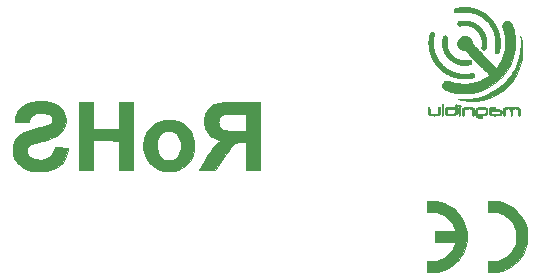
<source format=gbr>
G04 #@! TF.GenerationSoftware,KiCad,Pcbnew,5.0.2-bee76a0~70~ubuntu16.04.1*
G04 #@! TF.CreationDate,2019-02-21T23:56:22+01:00*
G04 #@! TF.ProjectId,24VDC_to_USB_voltage_converter,32345644-435f-4746-9f5f-5553425f766f,rev?*
G04 #@! TF.SameCoordinates,Original*
G04 #@! TF.FileFunction,Legend,Bot*
G04 #@! TF.FilePolarity,Positive*
%FSLAX46Y46*%
G04 Gerber Fmt 4.6, Leading zero omitted, Abs format (unit mm)*
G04 Created by KiCad (PCBNEW 5.0.2-bee76a0~70~ubuntu16.04.1) date Thu 21 Feb 2019 11:56:22 PM CET*
%MOMM*%
%LPD*%
G01*
G04 APERTURE LIST*
%ADD10C,0.010000*%
%ADD11C,0.100000*%
G04 APERTURE END LIST*
D10*
G04 #@! TO.C,REF\002A\002A*
G36*
X141466665Y-93716406D02*
X141761015Y-93716695D01*
X141862990Y-93717120D01*
X141943645Y-93718408D01*
X142008112Y-93720914D01*
X142061524Y-93724996D01*
X142109012Y-93731008D01*
X142155711Y-93739308D01*
X142189611Y-93746436D01*
X142419451Y-93809754D01*
X142638768Y-93896012D01*
X142845799Y-94004009D01*
X143038780Y-94132544D01*
X143215951Y-94280418D01*
X143375547Y-94446430D01*
X143515807Y-94629379D01*
X143540446Y-94666449D01*
X143592244Y-94753402D01*
X143645145Y-94854820D01*
X143696164Y-94963866D01*
X143742318Y-95073702D01*
X143780625Y-95177488D01*
X143808102Y-95268388D01*
X143814196Y-95293984D01*
X143823561Y-95336979D01*
X142061979Y-95336979D01*
X142061979Y-96276250D01*
X143823561Y-96276250D01*
X143814196Y-96319244D01*
X143789136Y-96410611D01*
X143751648Y-96516469D01*
X143704815Y-96629878D01*
X143651718Y-96743892D01*
X143595440Y-96851569D01*
X143539064Y-96945967D01*
X143529608Y-96960319D01*
X143385866Y-97151791D01*
X143224667Y-97323630D01*
X143047010Y-97475163D01*
X142853891Y-97605719D01*
X142646309Y-97714624D01*
X142425262Y-97801206D01*
X142191745Y-97864794D01*
X142186044Y-97866021D01*
X142133462Y-97876622D01*
X142085042Y-97884513D01*
X142035391Y-97890078D01*
X141979119Y-97893702D01*
X141910832Y-97895769D01*
X141825141Y-97896664D01*
X141754401Y-97896799D01*
X141466667Y-97896776D01*
X141466667Y-98829479D01*
X141754401Y-98827762D01*
X141846376Y-98826709D01*
X141936109Y-98824766D01*
X142017842Y-98822126D01*
X142085821Y-98818981D01*
X142134289Y-98815526D01*
X142141354Y-98814789D01*
X142366763Y-98778594D01*
X142598614Y-98721376D01*
X142830575Y-98645284D01*
X143056315Y-98552465D01*
X143269501Y-98445068D01*
X143325303Y-98413135D01*
X143488844Y-98307667D01*
X143654786Y-98183545D01*
X143816573Y-98046431D01*
X143967650Y-97901982D01*
X144101460Y-97755859D01*
X144138007Y-97711607D01*
X144299327Y-97490012D01*
X144440652Y-97252378D01*
X144560975Y-97001089D01*
X144659289Y-96738532D01*
X144734588Y-96467092D01*
X144785865Y-96189155D01*
X144788410Y-96170416D01*
X144795359Y-96098751D01*
X144800292Y-96008046D01*
X144803208Y-95904923D01*
X144804105Y-95796009D01*
X144802981Y-95687925D01*
X144799834Y-95587298D01*
X144794662Y-95500752D01*
X144788617Y-95442812D01*
X144736661Y-95157894D01*
X144661431Y-94882354D01*
X144563609Y-94617809D01*
X144443879Y-94365877D01*
X144302924Y-94128177D01*
X144141427Y-93906325D01*
X144138007Y-93902079D01*
X143957720Y-93699121D01*
X143758578Y-93512656D01*
X143543027Y-93344214D01*
X143313515Y-93195325D01*
X143072491Y-93067517D01*
X142822400Y-92962322D01*
X142565691Y-92881267D01*
X142465381Y-92856769D01*
X142341470Y-92830938D01*
X142226300Y-92811592D01*
X142112480Y-92797981D01*
X141992615Y-92789356D01*
X141859313Y-92784968D01*
X141747787Y-92784008D01*
X141466667Y-92783750D01*
X141466665Y-93716406D01*
X141466665Y-93716406D01*
G37*
X141466665Y-93716406D02*
X141761015Y-93716695D01*
X141862990Y-93717120D01*
X141943645Y-93718408D01*
X142008112Y-93720914D01*
X142061524Y-93724996D01*
X142109012Y-93731008D01*
X142155711Y-93739308D01*
X142189611Y-93746436D01*
X142419451Y-93809754D01*
X142638768Y-93896012D01*
X142845799Y-94004009D01*
X143038780Y-94132544D01*
X143215951Y-94280418D01*
X143375547Y-94446430D01*
X143515807Y-94629379D01*
X143540446Y-94666449D01*
X143592244Y-94753402D01*
X143645145Y-94854820D01*
X143696164Y-94963866D01*
X143742318Y-95073702D01*
X143780625Y-95177488D01*
X143808102Y-95268388D01*
X143814196Y-95293984D01*
X143823561Y-95336979D01*
X142061979Y-95336979D01*
X142061979Y-96276250D01*
X143823561Y-96276250D01*
X143814196Y-96319244D01*
X143789136Y-96410611D01*
X143751648Y-96516469D01*
X143704815Y-96629878D01*
X143651718Y-96743892D01*
X143595440Y-96851569D01*
X143539064Y-96945967D01*
X143529608Y-96960319D01*
X143385866Y-97151791D01*
X143224667Y-97323630D01*
X143047010Y-97475163D01*
X142853891Y-97605719D01*
X142646309Y-97714624D01*
X142425262Y-97801206D01*
X142191745Y-97864794D01*
X142186044Y-97866021D01*
X142133462Y-97876622D01*
X142085042Y-97884513D01*
X142035391Y-97890078D01*
X141979119Y-97893702D01*
X141910832Y-97895769D01*
X141825141Y-97896664D01*
X141754401Y-97896799D01*
X141466667Y-97896776D01*
X141466667Y-98829479D01*
X141754401Y-98827762D01*
X141846376Y-98826709D01*
X141936109Y-98824766D01*
X142017842Y-98822126D01*
X142085821Y-98818981D01*
X142134289Y-98815526D01*
X142141354Y-98814789D01*
X142366763Y-98778594D01*
X142598614Y-98721376D01*
X142830575Y-98645284D01*
X143056315Y-98552465D01*
X143269501Y-98445068D01*
X143325303Y-98413135D01*
X143488844Y-98307667D01*
X143654786Y-98183545D01*
X143816573Y-98046431D01*
X143967650Y-97901982D01*
X144101460Y-97755859D01*
X144138007Y-97711607D01*
X144299327Y-97490012D01*
X144440652Y-97252378D01*
X144560975Y-97001089D01*
X144659289Y-96738532D01*
X144734588Y-96467092D01*
X144785865Y-96189155D01*
X144788410Y-96170416D01*
X144795359Y-96098751D01*
X144800292Y-96008046D01*
X144803208Y-95904923D01*
X144804105Y-95796009D01*
X144802981Y-95687925D01*
X144799834Y-95587298D01*
X144794662Y-95500752D01*
X144788617Y-95442812D01*
X144736661Y-95157894D01*
X144661431Y-94882354D01*
X144563609Y-94617809D01*
X144443879Y-94365877D01*
X144302924Y-94128177D01*
X144141427Y-93906325D01*
X144138007Y-93902079D01*
X143957720Y-93699121D01*
X143758578Y-93512656D01*
X143543027Y-93344214D01*
X143313515Y-93195325D01*
X143072491Y-93067517D01*
X142822400Y-92962322D01*
X142565691Y-92881267D01*
X142465381Y-92856769D01*
X142341470Y-92830938D01*
X142226300Y-92811592D01*
X142112480Y-92797981D01*
X141992615Y-92789356D01*
X141859313Y-92784968D01*
X141747787Y-92784008D01*
X141466667Y-92783750D01*
X141466665Y-93716406D01*
G36*
X146760813Y-92784315D02*
X146696330Y-92785975D01*
X146649697Y-92788945D01*
X146629349Y-92792088D01*
X146599583Y-92800065D01*
X146599583Y-93720530D01*
X146809119Y-93713259D01*
X147018953Y-93713523D01*
X147213141Y-93730382D01*
X147397580Y-93765075D01*
X147578168Y-93818839D01*
X147760803Y-93892911D01*
X147836511Y-93928879D01*
X148017062Y-94027977D01*
X148179702Y-94139326D01*
X148332099Y-94268408D01*
X148391378Y-94325705D01*
X148548015Y-94500861D01*
X148683527Y-94691520D01*
X148797234Y-94896394D01*
X148888456Y-95114193D01*
X148956515Y-95343629D01*
X148976674Y-95436197D01*
X148988823Y-95520244D01*
X148996934Y-95623234D01*
X149001015Y-95737965D01*
X149001074Y-95857234D01*
X148997116Y-95973837D01*
X148989149Y-96080571D01*
X148977181Y-96170233D01*
X148975943Y-96177031D01*
X148920089Y-96405759D01*
X148840701Y-96623965D01*
X148739069Y-96830177D01*
X148616478Y-97022928D01*
X148474219Y-97200748D01*
X148313579Y-97362168D01*
X148135845Y-97505719D01*
X147942307Y-97629931D01*
X147734252Y-97733336D01*
X147550763Y-97802535D01*
X147447623Y-97834118D01*
X147352893Y-97858129D01*
X147260130Y-97875463D01*
X147162894Y-97887016D01*
X147054742Y-97893680D01*
X146929233Y-97896352D01*
X146874089Y-97896504D01*
X146599583Y-97896186D01*
X146599583Y-98813164D01*
X146629349Y-98821141D01*
X146654749Y-98824138D01*
X146701744Y-98826203D01*
X146765490Y-98827382D01*
X146841142Y-98827723D01*
X146923854Y-98827274D01*
X147008783Y-98826083D01*
X147091083Y-98824197D01*
X147165909Y-98821663D01*
X147228417Y-98818531D01*
X147273762Y-98814847D01*
X147274271Y-98814789D01*
X147387271Y-98798341D01*
X147514872Y-98773706D01*
X147647338Y-98743083D01*
X147774934Y-98708667D01*
X147856016Y-98683536D01*
X148120553Y-98582498D01*
X148371277Y-98459513D01*
X148607195Y-98315777D01*
X148827320Y-98152487D01*
X149030660Y-97970838D01*
X149216227Y-97772026D01*
X149383030Y-97557247D01*
X149530079Y-97327698D01*
X149656385Y-97084573D01*
X149760958Y-96829070D01*
X149842808Y-96562383D01*
X149900945Y-96285709D01*
X149914162Y-96196875D01*
X149922618Y-96112107D01*
X149928437Y-96008118D01*
X149931618Y-95892009D01*
X149932161Y-95770887D01*
X149930066Y-95651854D01*
X149925334Y-95542014D01*
X149917963Y-95448472D01*
X149914162Y-95416354D01*
X149863241Y-95133706D01*
X149787795Y-94860614D01*
X149688081Y-94597714D01*
X149564354Y-94345637D01*
X149416872Y-94105017D01*
X149338048Y-93994218D01*
X149159770Y-93776723D01*
X148963767Y-93578344D01*
X148751402Y-93399882D01*
X148524041Y-93242133D01*
X148283047Y-93105897D01*
X148029787Y-92991971D01*
X147765623Y-92901153D01*
X147491921Y-92834241D01*
X147301120Y-92802813D01*
X147248646Y-92797490D01*
X147179782Y-92792930D01*
X147099419Y-92789212D01*
X147012450Y-92786413D01*
X146923764Y-92784612D01*
X146838255Y-92783887D01*
X146760813Y-92784315D01*
X146760813Y-92784315D01*
G37*
X146760813Y-92784315D02*
X146696330Y-92785975D01*
X146649697Y-92788945D01*
X146629349Y-92792088D01*
X146599583Y-92800065D01*
X146599583Y-93720530D01*
X146809119Y-93713259D01*
X147018953Y-93713523D01*
X147213141Y-93730382D01*
X147397580Y-93765075D01*
X147578168Y-93818839D01*
X147760803Y-93892911D01*
X147836511Y-93928879D01*
X148017062Y-94027977D01*
X148179702Y-94139326D01*
X148332099Y-94268408D01*
X148391378Y-94325705D01*
X148548015Y-94500861D01*
X148683527Y-94691520D01*
X148797234Y-94896394D01*
X148888456Y-95114193D01*
X148956515Y-95343629D01*
X148976674Y-95436197D01*
X148988823Y-95520244D01*
X148996934Y-95623234D01*
X149001015Y-95737965D01*
X149001074Y-95857234D01*
X148997116Y-95973837D01*
X148989149Y-96080571D01*
X148977181Y-96170233D01*
X148975943Y-96177031D01*
X148920089Y-96405759D01*
X148840701Y-96623965D01*
X148739069Y-96830177D01*
X148616478Y-97022928D01*
X148474219Y-97200748D01*
X148313579Y-97362168D01*
X148135845Y-97505719D01*
X147942307Y-97629931D01*
X147734252Y-97733336D01*
X147550763Y-97802535D01*
X147447623Y-97834118D01*
X147352893Y-97858129D01*
X147260130Y-97875463D01*
X147162894Y-97887016D01*
X147054742Y-97893680D01*
X146929233Y-97896352D01*
X146874089Y-97896504D01*
X146599583Y-97896186D01*
X146599583Y-98813164D01*
X146629349Y-98821141D01*
X146654749Y-98824138D01*
X146701744Y-98826203D01*
X146765490Y-98827382D01*
X146841142Y-98827723D01*
X146923854Y-98827274D01*
X147008783Y-98826083D01*
X147091083Y-98824197D01*
X147165909Y-98821663D01*
X147228417Y-98818531D01*
X147273762Y-98814847D01*
X147274271Y-98814789D01*
X147387271Y-98798341D01*
X147514872Y-98773706D01*
X147647338Y-98743083D01*
X147774934Y-98708667D01*
X147856016Y-98683536D01*
X148120553Y-98582498D01*
X148371277Y-98459513D01*
X148607195Y-98315777D01*
X148827320Y-98152487D01*
X149030660Y-97970838D01*
X149216227Y-97772026D01*
X149383030Y-97557247D01*
X149530079Y-97327698D01*
X149656385Y-97084573D01*
X149760958Y-96829070D01*
X149842808Y-96562383D01*
X149900945Y-96285709D01*
X149914162Y-96196875D01*
X149922618Y-96112107D01*
X149928437Y-96008118D01*
X149931618Y-95892009D01*
X149932161Y-95770887D01*
X149930066Y-95651854D01*
X149925334Y-95542014D01*
X149917963Y-95448472D01*
X149914162Y-95416354D01*
X149863241Y-95133706D01*
X149787795Y-94860614D01*
X149688081Y-94597714D01*
X149564354Y-94345637D01*
X149416872Y-94105017D01*
X149338048Y-93994218D01*
X149159770Y-93776723D01*
X148963767Y-93578344D01*
X148751402Y-93399882D01*
X148524041Y-93242133D01*
X148283047Y-93105897D01*
X148029787Y-92991971D01*
X147765623Y-92901153D01*
X147491921Y-92834241D01*
X147301120Y-92802813D01*
X147248646Y-92797490D01*
X147179782Y-92792930D01*
X147099419Y-92789212D01*
X147012450Y-92786413D01*
X146923764Y-92784612D01*
X146838255Y-92783887D01*
X146760813Y-92784315D01*
G36*
X115371250Y-86687679D02*
X113126072Y-86687679D01*
X113126072Y-84419821D01*
X111946786Y-84419821D01*
X111946786Y-90180179D01*
X113126072Y-90180179D01*
X113126072Y-87662430D01*
X114242992Y-87668313D01*
X115359911Y-87674196D01*
X115365773Y-88927187D01*
X115371635Y-90180179D01*
X116550536Y-90180179D01*
X116550536Y-84419821D01*
X115371250Y-84419821D01*
X115371250Y-86687679D01*
X115371250Y-86687679D01*
G37*
X115371250Y-86687679D02*
X113126072Y-86687679D01*
X113126072Y-84419821D01*
X111946786Y-84419821D01*
X111946786Y-90180179D01*
X113126072Y-90180179D01*
X113126072Y-87662430D01*
X114242992Y-87668313D01*
X115359911Y-87674196D01*
X115365773Y-88927187D01*
X115371635Y-90180179D01*
X116550536Y-90180179D01*
X116550536Y-84419821D01*
X115371250Y-84419821D01*
X115371250Y-86687679D01*
G36*
X125661652Y-84427046D02*
X125305405Y-84429765D01*
X124987134Y-84432980D01*
X124707855Y-84436670D01*
X124468584Y-84440814D01*
X124270337Y-84445391D01*
X124114129Y-84450380D01*
X124000976Y-84455760D01*
X123931893Y-84461511D01*
X123921072Y-84463099D01*
X123710570Y-84504224D01*
X123536407Y-84549936D01*
X123389567Y-84604363D01*
X123261035Y-84671632D01*
X123141796Y-84755868D01*
X123022832Y-84861200D01*
X122997601Y-84885833D01*
X122902109Y-84984505D01*
X122831593Y-85069383D01*
X122775450Y-85154807D01*
X122723081Y-85255117D01*
X122720266Y-85261002D01*
X122651130Y-85416744D01*
X122602871Y-85555619D01*
X122572223Y-85692648D01*
X122555921Y-85842856D01*
X122550700Y-86021265D01*
X122550662Y-86041339D01*
X122562560Y-86295293D01*
X122600139Y-86517428D01*
X122666225Y-86715104D01*
X122763644Y-86895679D01*
X122895221Y-87066513D01*
X122977789Y-87153652D01*
X123088577Y-87256558D01*
X123199505Y-87342462D01*
X123318579Y-87415341D01*
X123453806Y-87479170D01*
X123613190Y-87537928D01*
X123804739Y-87595590D01*
X123940572Y-87631866D01*
X124016769Y-87651518D01*
X123849858Y-87764581D01*
X123680055Y-87895003D01*
X123505000Y-88057436D01*
X123335086Y-88241314D01*
X123180705Y-88436076D01*
X123157854Y-88467946D01*
X123118862Y-88525149D01*
X123062238Y-88610945D01*
X122990977Y-88720589D01*
X122908073Y-88849336D01*
X122816522Y-88992441D01*
X122719316Y-89145156D01*
X122619452Y-89302738D01*
X122519923Y-89460440D01*
X122423725Y-89613517D01*
X122333851Y-89757224D01*
X122253297Y-89886814D01*
X122185057Y-89997542D01*
X122132125Y-90084663D01*
X122097497Y-90143431D01*
X122084166Y-90169101D01*
X122084108Y-90169531D01*
X122105875Y-90172164D01*
X122167530Y-90174560D01*
X122263605Y-90176635D01*
X122388631Y-90178308D01*
X122537140Y-90179494D01*
X122703662Y-90180110D01*
X122783188Y-90180179D01*
X123482268Y-90180179D01*
X124061583Y-89312723D01*
X124186485Y-89126423D01*
X124309316Y-88944574D01*
X124426628Y-88772186D01*
X124534972Y-88614272D01*
X124630901Y-88475840D01*
X124710965Y-88361902D01*
X124771718Y-88277469D01*
X124799559Y-88240342D01*
X124919728Y-88097055D01*
X125036606Y-87986516D01*
X125158570Y-87904885D01*
X125293996Y-87848317D01*
X125451261Y-87812969D01*
X125638742Y-87795000D01*
X125779396Y-87790833D01*
X126064197Y-87787589D01*
X126075937Y-90180179D01*
X127254822Y-90180179D01*
X127254822Y-85417679D01*
X126075536Y-85417679D01*
X126075536Y-86846429D01*
X125366831Y-86846242D01*
X125180818Y-86845453D01*
X124999682Y-86843309D01*
X124831074Y-86840006D01*
X124682647Y-86835736D01*
X124562052Y-86830691D01*
X124476939Y-86825066D01*
X124459973Y-86823352D01*
X124281380Y-86795016D01*
X124139586Y-86753701D01*
X124027140Y-86696377D01*
X123936588Y-86620017D01*
X123923031Y-86605147D01*
X123830162Y-86467636D01*
X123774813Y-86307632D01*
X123756080Y-86122452D01*
X123756109Y-86109375D01*
X123775450Y-85924068D01*
X123830341Y-85766920D01*
X123920889Y-85637785D01*
X124047199Y-85536518D01*
X124209381Y-85462974D01*
X124239209Y-85453608D01*
X124277810Y-85444059D01*
X124326016Y-85436305D01*
X124388547Y-85430172D01*
X124470123Y-85425487D01*
X124575465Y-85422077D01*
X124709292Y-85419768D01*
X124876324Y-85418388D01*
X125081282Y-85417763D01*
X125217867Y-85417679D01*
X126075536Y-85417679D01*
X127254822Y-85417679D01*
X127254822Y-84416576D01*
X125661652Y-84427046D01*
X125661652Y-84427046D01*
G37*
X125661652Y-84427046D02*
X125305405Y-84429765D01*
X124987134Y-84432980D01*
X124707855Y-84436670D01*
X124468584Y-84440814D01*
X124270337Y-84445391D01*
X124114129Y-84450380D01*
X124000976Y-84455760D01*
X123931893Y-84461511D01*
X123921072Y-84463099D01*
X123710570Y-84504224D01*
X123536407Y-84549936D01*
X123389567Y-84604363D01*
X123261035Y-84671632D01*
X123141796Y-84755868D01*
X123022832Y-84861200D01*
X122997601Y-84885833D01*
X122902109Y-84984505D01*
X122831593Y-85069383D01*
X122775450Y-85154807D01*
X122723081Y-85255117D01*
X122720266Y-85261002D01*
X122651130Y-85416744D01*
X122602871Y-85555619D01*
X122572223Y-85692648D01*
X122555921Y-85842856D01*
X122550700Y-86021265D01*
X122550662Y-86041339D01*
X122562560Y-86295293D01*
X122600139Y-86517428D01*
X122666225Y-86715104D01*
X122763644Y-86895679D01*
X122895221Y-87066513D01*
X122977789Y-87153652D01*
X123088577Y-87256558D01*
X123199505Y-87342462D01*
X123318579Y-87415341D01*
X123453806Y-87479170D01*
X123613190Y-87537928D01*
X123804739Y-87595590D01*
X123940572Y-87631866D01*
X124016769Y-87651518D01*
X123849858Y-87764581D01*
X123680055Y-87895003D01*
X123505000Y-88057436D01*
X123335086Y-88241314D01*
X123180705Y-88436076D01*
X123157854Y-88467946D01*
X123118862Y-88525149D01*
X123062238Y-88610945D01*
X122990977Y-88720589D01*
X122908073Y-88849336D01*
X122816522Y-88992441D01*
X122719316Y-89145156D01*
X122619452Y-89302738D01*
X122519923Y-89460440D01*
X122423725Y-89613517D01*
X122333851Y-89757224D01*
X122253297Y-89886814D01*
X122185057Y-89997542D01*
X122132125Y-90084663D01*
X122097497Y-90143431D01*
X122084166Y-90169101D01*
X122084108Y-90169531D01*
X122105875Y-90172164D01*
X122167530Y-90174560D01*
X122263605Y-90176635D01*
X122388631Y-90178308D01*
X122537140Y-90179494D01*
X122703662Y-90180110D01*
X122783188Y-90180179D01*
X123482268Y-90180179D01*
X124061583Y-89312723D01*
X124186485Y-89126423D01*
X124309316Y-88944574D01*
X124426628Y-88772186D01*
X124534972Y-88614272D01*
X124630901Y-88475840D01*
X124710965Y-88361902D01*
X124771718Y-88277469D01*
X124799559Y-88240342D01*
X124919728Y-88097055D01*
X125036606Y-87986516D01*
X125158570Y-87904885D01*
X125293996Y-87848317D01*
X125451261Y-87812969D01*
X125638742Y-87795000D01*
X125779396Y-87790833D01*
X126064197Y-87787589D01*
X126075937Y-90180179D01*
X127254822Y-90180179D01*
X127254822Y-85417679D01*
X126075536Y-85417679D01*
X126075536Y-86846429D01*
X125366831Y-86846242D01*
X125180818Y-86845453D01*
X124999682Y-86843309D01*
X124831074Y-86840006D01*
X124682647Y-86835736D01*
X124562052Y-86830691D01*
X124476939Y-86825066D01*
X124459973Y-86823352D01*
X124281380Y-86795016D01*
X124139586Y-86753701D01*
X124027140Y-86696377D01*
X123936588Y-86620017D01*
X123923031Y-86605147D01*
X123830162Y-86467636D01*
X123774813Y-86307632D01*
X123756080Y-86122452D01*
X123756109Y-86109375D01*
X123775450Y-85924068D01*
X123830341Y-85766920D01*
X123920889Y-85637785D01*
X124047199Y-85536518D01*
X124209381Y-85462974D01*
X124239209Y-85453608D01*
X124277810Y-85444059D01*
X124326016Y-85436305D01*
X124388547Y-85430172D01*
X124470123Y-85425487D01*
X124575465Y-85422077D01*
X124709292Y-85419768D01*
X124876324Y-85418388D01*
X125081282Y-85417763D01*
X125217867Y-85417679D01*
X126075536Y-85417679D01*
X127254822Y-85417679D01*
X127254822Y-84416576D01*
X125661652Y-84427046D01*
G36*
X108313368Y-84344987D02*
X108084044Y-84372497D01*
X107874005Y-84416937D01*
X107675167Y-84479711D01*
X107479443Y-84562226D01*
X107436294Y-84583023D01*
X107202692Y-84721313D01*
X107002626Y-84889953D01*
X106835669Y-85089436D01*
X106701395Y-85320254D01*
X106614673Y-85535363D01*
X106578002Y-85663355D01*
X106549305Y-85798596D01*
X106534333Y-85910670D01*
X106520759Y-86086696D01*
X106586050Y-86087926D01*
X106627078Y-86089067D01*
X106706009Y-86091586D01*
X106815421Y-86095232D01*
X106947888Y-86099758D01*
X107095986Y-86104914D01*
X107172947Y-86107628D01*
X107694554Y-86126101D01*
X107735818Y-85965734D01*
X107805413Y-85772995D01*
X107906259Y-85611979D01*
X108037130Y-85484046D01*
X108196796Y-85390559D01*
X108284197Y-85358041D01*
X108389178Y-85334995D01*
X108525136Y-85319055D01*
X108678193Y-85310596D01*
X108834471Y-85309994D01*
X108980091Y-85317626D01*
X109101176Y-85333866D01*
X109109975Y-85335673D01*
X109286166Y-85386343D01*
X109439669Y-85456861D01*
X109563745Y-85543180D01*
X109651654Y-85641252D01*
X109669614Y-85671686D01*
X109692546Y-85748025D01*
X109700469Y-85847458D01*
X109693310Y-85950256D01*
X109670996Y-86036685D01*
X109670968Y-86036752D01*
X109635033Y-86096107D01*
X109579638Y-86161327D01*
X109552593Y-86187116D01*
X109493127Y-86234232D01*
X109423786Y-86278289D01*
X109340107Y-86320901D01*
X109237623Y-86363682D01*
X109111870Y-86408248D01*
X108958382Y-86456213D01*
X108772695Y-86509192D01*
X108550343Y-86568799D01*
X108363572Y-86617103D01*
X108049726Y-86701297D01*
X107776822Y-86783583D01*
X107540622Y-86866098D01*
X107336893Y-86950977D01*
X107161399Y-87040357D01*
X107009904Y-87136375D01*
X106878172Y-87241167D01*
X106761969Y-87356868D01*
X106666353Y-87473166D01*
X106557493Y-87645468D01*
X106467480Y-87842798D01*
X106404603Y-88046074D01*
X106392595Y-88103585D01*
X106374948Y-88245109D01*
X106367452Y-88410686D01*
X106369737Y-88584673D01*
X106381431Y-88751429D01*
X106402161Y-88895314D01*
X106412500Y-88941401D01*
X106476921Y-89132721D01*
X106570890Y-89330214D01*
X106685367Y-89516207D01*
X106751697Y-89604613D01*
X106926931Y-89785408D01*
X107137869Y-89940166D01*
X107382406Y-90067908D01*
X107658439Y-90167654D01*
X107963864Y-90238424D01*
X108177363Y-90268445D01*
X108353568Y-90282327D01*
X108549978Y-90289306D01*
X108752388Y-90289504D01*
X108946591Y-90283046D01*
X109118384Y-90270055D01*
X109202679Y-90259498D01*
X109512659Y-90198740D01*
X109787119Y-90114451D01*
X110030539Y-90004486D01*
X110247396Y-89866698D01*
X110442171Y-89698942D01*
X110501960Y-89637078D01*
X110648421Y-89451526D01*
X110778431Y-89232745D01*
X110887371Y-88991292D01*
X110970625Y-88737725D01*
X111023577Y-88482601D01*
X111030594Y-88428259D01*
X111037909Y-88355101D01*
X111036244Y-88316161D01*
X111022374Y-88300666D01*
X110993072Y-88297842D01*
X110991546Y-88297840D01*
X110953163Y-88295702D01*
X110877371Y-88289746D01*
X110771897Y-88280644D01*
X110644467Y-88269066D01*
X110502807Y-88255683D01*
X110472679Y-88252775D01*
X110298704Y-88235879D01*
X110164576Y-88223213D01*
X110064970Y-88214932D01*
X109994558Y-88211190D01*
X109948015Y-88212139D01*
X109920014Y-88217934D01*
X109905229Y-88228728D01*
X109898334Y-88244676D01*
X109894003Y-88265932D01*
X109893262Y-88269509D01*
X109862098Y-88384752D01*
X109816167Y-88517631D01*
X109762504Y-88650014D01*
X109708146Y-88763769D01*
X109686757Y-88801702D01*
X109563119Y-88963918D01*
X109407584Y-89094475D01*
X109221213Y-89192873D01*
X109005069Y-89258616D01*
X108760211Y-89291205D01*
X108635715Y-89294927D01*
X108382819Y-89280309D01*
X108162672Y-89235989D01*
X107973151Y-89161266D01*
X107812132Y-89055440D01*
X107755691Y-89004697D01*
X107643104Y-88869232D01*
X107569341Y-88724532D01*
X107534985Y-88576086D01*
X107540618Y-88429380D01*
X107586822Y-88289904D01*
X107667211Y-88170925D01*
X107717783Y-88119365D01*
X107776781Y-88072122D01*
X107848371Y-88027619D01*
X107936716Y-87984280D01*
X108045981Y-87940527D01*
X108180331Y-87894785D01*
X108343931Y-87845477D01*
X108540944Y-87791026D01*
X108775535Y-87729856D01*
X108946333Y-87686699D01*
X109298527Y-87589589D01*
X109607895Y-87485409D01*
X109873885Y-87374386D01*
X110095941Y-87256745D01*
X110241813Y-87157843D01*
X110430422Y-86985709D01*
X110584216Y-86788385D01*
X110702167Y-86570946D01*
X110783243Y-86338465D01*
X110826416Y-86096017D01*
X110830654Y-85848677D01*
X110794927Y-85601518D01*
X110718206Y-85359616D01*
X110639930Y-85196799D01*
X110515116Y-85013077D01*
X110354471Y-84841503D01*
X110167341Y-84690164D01*
X109963070Y-84567145D01*
X109855279Y-84517905D01*
X109688646Y-84455619D01*
X109528098Y-84408682D01*
X109362149Y-84374980D01*
X109179311Y-84352400D01*
X108968097Y-84338826D01*
X108862209Y-84335134D01*
X108570061Y-84333001D01*
X108313368Y-84344987D01*
X108313368Y-84344987D01*
G37*
X108313368Y-84344987D02*
X108084044Y-84372497D01*
X107874005Y-84416937D01*
X107675167Y-84479711D01*
X107479443Y-84562226D01*
X107436294Y-84583023D01*
X107202692Y-84721313D01*
X107002626Y-84889953D01*
X106835669Y-85089436D01*
X106701395Y-85320254D01*
X106614673Y-85535363D01*
X106578002Y-85663355D01*
X106549305Y-85798596D01*
X106534333Y-85910670D01*
X106520759Y-86086696D01*
X106586050Y-86087926D01*
X106627078Y-86089067D01*
X106706009Y-86091586D01*
X106815421Y-86095232D01*
X106947888Y-86099758D01*
X107095986Y-86104914D01*
X107172947Y-86107628D01*
X107694554Y-86126101D01*
X107735818Y-85965734D01*
X107805413Y-85772995D01*
X107906259Y-85611979D01*
X108037130Y-85484046D01*
X108196796Y-85390559D01*
X108284197Y-85358041D01*
X108389178Y-85334995D01*
X108525136Y-85319055D01*
X108678193Y-85310596D01*
X108834471Y-85309994D01*
X108980091Y-85317626D01*
X109101176Y-85333866D01*
X109109975Y-85335673D01*
X109286166Y-85386343D01*
X109439669Y-85456861D01*
X109563745Y-85543180D01*
X109651654Y-85641252D01*
X109669614Y-85671686D01*
X109692546Y-85748025D01*
X109700469Y-85847458D01*
X109693310Y-85950256D01*
X109670996Y-86036685D01*
X109670968Y-86036752D01*
X109635033Y-86096107D01*
X109579638Y-86161327D01*
X109552593Y-86187116D01*
X109493127Y-86234232D01*
X109423786Y-86278289D01*
X109340107Y-86320901D01*
X109237623Y-86363682D01*
X109111870Y-86408248D01*
X108958382Y-86456213D01*
X108772695Y-86509192D01*
X108550343Y-86568799D01*
X108363572Y-86617103D01*
X108049726Y-86701297D01*
X107776822Y-86783583D01*
X107540622Y-86866098D01*
X107336893Y-86950977D01*
X107161399Y-87040357D01*
X107009904Y-87136375D01*
X106878172Y-87241167D01*
X106761969Y-87356868D01*
X106666353Y-87473166D01*
X106557493Y-87645468D01*
X106467480Y-87842798D01*
X106404603Y-88046074D01*
X106392595Y-88103585D01*
X106374948Y-88245109D01*
X106367452Y-88410686D01*
X106369737Y-88584673D01*
X106381431Y-88751429D01*
X106402161Y-88895314D01*
X106412500Y-88941401D01*
X106476921Y-89132721D01*
X106570890Y-89330214D01*
X106685367Y-89516207D01*
X106751697Y-89604613D01*
X106926931Y-89785408D01*
X107137869Y-89940166D01*
X107382406Y-90067908D01*
X107658439Y-90167654D01*
X107963864Y-90238424D01*
X108177363Y-90268445D01*
X108353568Y-90282327D01*
X108549978Y-90289306D01*
X108752388Y-90289504D01*
X108946591Y-90283046D01*
X109118384Y-90270055D01*
X109202679Y-90259498D01*
X109512659Y-90198740D01*
X109787119Y-90114451D01*
X110030539Y-90004486D01*
X110247396Y-89866698D01*
X110442171Y-89698942D01*
X110501960Y-89637078D01*
X110648421Y-89451526D01*
X110778431Y-89232745D01*
X110887371Y-88991292D01*
X110970625Y-88737725D01*
X111023577Y-88482601D01*
X111030594Y-88428259D01*
X111037909Y-88355101D01*
X111036244Y-88316161D01*
X111022374Y-88300666D01*
X110993072Y-88297842D01*
X110991546Y-88297840D01*
X110953163Y-88295702D01*
X110877371Y-88289746D01*
X110771897Y-88280644D01*
X110644467Y-88269066D01*
X110502807Y-88255683D01*
X110472679Y-88252775D01*
X110298704Y-88235879D01*
X110164576Y-88223213D01*
X110064970Y-88214932D01*
X109994558Y-88211190D01*
X109948015Y-88212139D01*
X109920014Y-88217934D01*
X109905229Y-88228728D01*
X109898334Y-88244676D01*
X109894003Y-88265932D01*
X109893262Y-88269509D01*
X109862098Y-88384752D01*
X109816167Y-88517631D01*
X109762504Y-88650014D01*
X109708146Y-88763769D01*
X109686757Y-88801702D01*
X109563119Y-88963918D01*
X109407584Y-89094475D01*
X109221213Y-89192873D01*
X109005069Y-89258616D01*
X108760211Y-89291205D01*
X108635715Y-89294927D01*
X108382819Y-89280309D01*
X108162672Y-89235989D01*
X107973151Y-89161266D01*
X107812132Y-89055440D01*
X107755691Y-89004697D01*
X107643104Y-88869232D01*
X107569341Y-88724532D01*
X107534985Y-88576086D01*
X107540618Y-88429380D01*
X107586822Y-88289904D01*
X107667211Y-88170925D01*
X107717783Y-88119365D01*
X107776781Y-88072122D01*
X107848371Y-88027619D01*
X107936716Y-87984280D01*
X108045981Y-87940527D01*
X108180331Y-87894785D01*
X108343931Y-87845477D01*
X108540944Y-87791026D01*
X108775535Y-87729856D01*
X108946333Y-87686699D01*
X109298527Y-87589589D01*
X109607895Y-87485409D01*
X109873885Y-87374386D01*
X110095941Y-87256745D01*
X110241813Y-87157843D01*
X110430422Y-86985709D01*
X110584216Y-86788385D01*
X110702167Y-86570946D01*
X110783243Y-86338465D01*
X110826416Y-86096017D01*
X110830654Y-85848677D01*
X110794927Y-85601518D01*
X110718206Y-85359616D01*
X110639930Y-85196799D01*
X110515116Y-85013077D01*
X110354471Y-84841503D01*
X110167341Y-84690164D01*
X109963070Y-84567145D01*
X109855279Y-84517905D01*
X109688646Y-84455619D01*
X109528098Y-84408682D01*
X109362149Y-84374980D01*
X109179311Y-84352400D01*
X108968097Y-84338826D01*
X108862209Y-84335134D01*
X108570061Y-84333001D01*
X108313368Y-84344987D01*
G36*
X119566786Y-85930139D02*
X119415368Y-85931181D01*
X119298683Y-85934145D01*
X119206119Y-85940060D01*
X119127062Y-85949951D01*
X119050896Y-85964847D01*
X118967008Y-85985772D01*
X118953023Y-85989516D01*
X118662869Y-86090250D01*
X118395309Y-86228979D01*
X118153326Y-86403213D01*
X117939905Y-86610467D01*
X117758029Y-86848253D01*
X117615064Y-87104678D01*
X117531969Y-87308601D01*
X117473332Y-87517963D01*
X117436252Y-87745596D01*
X117419143Y-87971394D01*
X117422054Y-88305223D01*
X117461734Y-88613691D01*
X117539026Y-88899125D01*
X117654774Y-89163849D01*
X117809819Y-89410189D01*
X118005004Y-89640472D01*
X118034956Y-89670937D01*
X118256295Y-89866500D01*
X118490889Y-90021647D01*
X118746531Y-90140986D01*
X118935724Y-90203854D01*
X119053995Y-90229662D01*
X119203738Y-90250474D01*
X119371249Y-90265339D01*
X119542822Y-90273310D01*
X119704753Y-90273438D01*
X119832462Y-90265912D01*
X120069147Y-90226899D01*
X120313177Y-90158784D01*
X120552483Y-90066426D01*
X120774996Y-89954685D01*
X120968647Y-89828419D01*
X121020137Y-89787747D01*
X121213802Y-89597838D01*
X121378561Y-89375038D01*
X121512694Y-89122762D01*
X121614481Y-88844424D01*
X121682203Y-88543440D01*
X121696110Y-88445268D01*
X121718669Y-88101926D01*
X121718221Y-88093750D01*
X120569799Y-88093750D01*
X120556071Y-88363973D01*
X120512314Y-88601240D01*
X120437779Y-88807234D01*
X120331718Y-88983638D01*
X120193384Y-89132135D01*
X120065689Y-89227695D01*
X119959493Y-89289022D01*
X119859603Y-89328883D01*
X119751801Y-89350725D01*
X119621871Y-89357998D01*
X119532768Y-89356954D01*
X119416089Y-89351720D01*
X119329679Y-89341662D01*
X119258495Y-89323986D01*
X119187495Y-89295903D01*
X119176305Y-89290793D01*
X119042011Y-89210974D01*
X118910281Y-89101219D01*
X118796385Y-88975136D01*
X118753045Y-88913617D01*
X118676705Y-88761827D01*
X118617553Y-88578326D01*
X118577588Y-88374143D01*
X118558812Y-88160304D01*
X118563223Y-87947838D01*
X118568312Y-87895092D01*
X118605330Y-87665291D01*
X118661592Y-87471242D01*
X118739812Y-87306456D01*
X118842709Y-87164446D01*
X118899103Y-87104955D01*
X119059903Y-86977246D01*
X119236653Y-86888650D01*
X119423394Y-86839164D01*
X119614166Y-86828788D01*
X119803009Y-86857520D01*
X119983965Y-86925358D01*
X120151073Y-87032300D01*
X120232435Y-87105282D01*
X120356616Y-87252991D01*
X120450672Y-87418858D01*
X120516363Y-87608039D01*
X120555450Y-87825694D01*
X120569694Y-88076980D01*
X120569799Y-88093750D01*
X121718221Y-88093750D01*
X121700706Y-87774671D01*
X121642751Y-87465131D01*
X121545329Y-87174933D01*
X121408969Y-86905704D01*
X121234197Y-86659073D01*
X121055358Y-86467967D01*
X120838311Y-86292640D01*
X120590274Y-86145890D01*
X120318293Y-86031595D01*
X120188479Y-85991370D01*
X120101869Y-85968368D01*
X120027258Y-85951863D01*
X119954117Y-85940815D01*
X119871918Y-85934189D01*
X119770132Y-85930947D01*
X119638229Y-85930053D01*
X119566786Y-85930139D01*
X119566786Y-85930139D01*
G37*
X119566786Y-85930139D02*
X119415368Y-85931181D01*
X119298683Y-85934145D01*
X119206119Y-85940060D01*
X119127062Y-85949951D01*
X119050896Y-85964847D01*
X118967008Y-85985772D01*
X118953023Y-85989516D01*
X118662869Y-86090250D01*
X118395309Y-86228979D01*
X118153326Y-86403213D01*
X117939905Y-86610467D01*
X117758029Y-86848253D01*
X117615064Y-87104678D01*
X117531969Y-87308601D01*
X117473332Y-87517963D01*
X117436252Y-87745596D01*
X117419143Y-87971394D01*
X117422054Y-88305223D01*
X117461734Y-88613691D01*
X117539026Y-88899125D01*
X117654774Y-89163849D01*
X117809819Y-89410189D01*
X118005004Y-89640472D01*
X118034956Y-89670937D01*
X118256295Y-89866500D01*
X118490889Y-90021647D01*
X118746531Y-90140986D01*
X118935724Y-90203854D01*
X119053995Y-90229662D01*
X119203738Y-90250474D01*
X119371249Y-90265339D01*
X119542822Y-90273310D01*
X119704753Y-90273438D01*
X119832462Y-90265912D01*
X120069147Y-90226899D01*
X120313177Y-90158784D01*
X120552483Y-90066426D01*
X120774996Y-89954685D01*
X120968647Y-89828419D01*
X121020137Y-89787747D01*
X121213802Y-89597838D01*
X121378561Y-89375038D01*
X121512694Y-89122762D01*
X121614481Y-88844424D01*
X121682203Y-88543440D01*
X121696110Y-88445268D01*
X121718669Y-88101926D01*
X121718221Y-88093750D01*
X120569799Y-88093750D01*
X120556071Y-88363973D01*
X120512314Y-88601240D01*
X120437779Y-88807234D01*
X120331718Y-88983638D01*
X120193384Y-89132135D01*
X120065689Y-89227695D01*
X119959493Y-89289022D01*
X119859603Y-89328883D01*
X119751801Y-89350725D01*
X119621871Y-89357998D01*
X119532768Y-89356954D01*
X119416089Y-89351720D01*
X119329679Y-89341662D01*
X119258495Y-89323986D01*
X119187495Y-89295903D01*
X119176305Y-89290793D01*
X119042011Y-89210974D01*
X118910281Y-89101219D01*
X118796385Y-88975136D01*
X118753045Y-88913617D01*
X118676705Y-88761827D01*
X118617553Y-88578326D01*
X118577588Y-88374143D01*
X118558812Y-88160304D01*
X118563223Y-87947838D01*
X118568312Y-87895092D01*
X118605330Y-87665291D01*
X118661592Y-87471242D01*
X118739812Y-87306456D01*
X118842709Y-87164446D01*
X118899103Y-87104955D01*
X119059903Y-86977246D01*
X119236653Y-86888650D01*
X119423394Y-86839164D01*
X119614166Y-86828788D01*
X119803009Y-86857520D01*
X119983965Y-86925358D01*
X120151073Y-87032300D01*
X120232435Y-87105282D01*
X120356616Y-87252991D01*
X120450672Y-87418858D01*
X120516363Y-87608039D01*
X120555450Y-87825694D01*
X120569694Y-88076980D01*
X120569799Y-88093750D01*
X121718221Y-88093750D01*
X121700706Y-87774671D01*
X121642751Y-87465131D01*
X121545329Y-87174933D01*
X121408969Y-86905704D01*
X121234197Y-86659073D01*
X121055358Y-86467967D01*
X120838311Y-86292640D01*
X120590274Y-86145890D01*
X120318293Y-86031595D01*
X120188479Y-85991370D01*
X120101869Y-85968368D01*
X120027258Y-85951863D01*
X119954117Y-85940815D01*
X119871918Y-85934189D01*
X119770132Y-85930947D01*
X119638229Y-85930053D01*
X119566786Y-85930139D01*
D11*
G04 #@! TO.C,G\002A\002A\002A*
G36*
X149323814Y-78820605D02*
X149325334Y-78822466D01*
X149332884Y-78820723D01*
X149333800Y-78814000D01*
X149329154Y-78803546D01*
X149325334Y-78805533D01*
X149323814Y-78820605D01*
X149323814Y-78820605D01*
G37*
X149323814Y-78820605D02*
X149325334Y-78822466D01*
X149332884Y-78820723D01*
X149333800Y-78814000D01*
X149329154Y-78803546D01*
X149325334Y-78805533D01*
X149323814Y-78820605D01*
G36*
X143979272Y-77741230D02*
X143986188Y-77799069D01*
X144017611Y-77855777D01*
X144061500Y-77900040D01*
X144093489Y-77922836D01*
X144124922Y-77934126D01*
X144167388Y-77937612D01*
X144179436Y-77937700D01*
X144224323Y-77935135D01*
X144251269Y-77928053D01*
X144256671Y-77922737D01*
X144270776Y-77916714D01*
X144305888Y-77911538D01*
X144357627Y-77907288D01*
X144421612Y-77904043D01*
X144493463Y-77901879D01*
X144568799Y-77900877D01*
X144643240Y-77901115D01*
X144712404Y-77902670D01*
X144771911Y-77905621D01*
X144817381Y-77910047D01*
X144831650Y-77912448D01*
X144880653Y-77922132D01*
X144926131Y-77930487D01*
X144949125Y-77934291D01*
X144977190Y-77940991D01*
X144990276Y-77949027D01*
X144990400Y-77949768D01*
X145001741Y-77957115D01*
X145031150Y-77966683D01*
X145063425Y-77974447D01*
X145122930Y-77991948D01*
X145195283Y-78020654D01*
X145272805Y-78056815D01*
X145347817Y-78096678D01*
X145412639Y-78136492D01*
X145447600Y-78162129D01*
X145466581Y-78177584D01*
X145498586Y-78203624D01*
X145536934Y-78234809D01*
X145539675Y-78237038D01*
X145575032Y-78267187D01*
X145600967Y-78291976D01*
X145612515Y-78306608D01*
X145612700Y-78307555D01*
X145622814Y-78318413D01*
X145628575Y-78319448D01*
X145643273Y-78329039D01*
X145668299Y-78353268D01*
X145698757Y-78386445D01*
X145729751Y-78422876D01*
X145756386Y-78456870D01*
X145773764Y-78482732D01*
X145777800Y-78492956D01*
X145785908Y-78509111D01*
X145806260Y-78534805D01*
X145815900Y-78545300D01*
X145839517Y-78574166D01*
X145852880Y-78598554D01*
X145854000Y-78604334D01*
X145860695Y-78621311D01*
X145866459Y-78623500D01*
X145878496Y-78634275D01*
X145886885Y-78655250D01*
X145896691Y-78679024D01*
X145906177Y-78687000D01*
X145917082Y-78696793D01*
X145917500Y-78700396D01*
X145922382Y-78718886D01*
X145934784Y-78752148D01*
X145951341Y-78792003D01*
X145968690Y-78830274D01*
X145980577Y-78853711D01*
X145990274Y-78879531D01*
X145999489Y-78916498D01*
X146000838Y-78923561D01*
X146009001Y-78958503D01*
X146017974Y-78982742D01*
X146019781Y-78985575D01*
X146026285Y-79004145D01*
X146033317Y-79039938D01*
X146038830Y-79080825D01*
X146045177Y-79125671D01*
X146052842Y-79161047D01*
X146059444Y-79177960D01*
X146063566Y-79196203D01*
X146065989Y-79235191D01*
X146066847Y-79290335D01*
X146066272Y-79357046D01*
X146064395Y-79430736D01*
X146061350Y-79506814D01*
X146057268Y-79580693D01*
X146052282Y-79647783D01*
X146046523Y-79703495D01*
X146043715Y-79723635D01*
X146035835Y-79783090D01*
X146034132Y-79826796D01*
X146038595Y-79863638D01*
X146043532Y-79883690D01*
X146055216Y-79917834D01*
X146071256Y-79939495D01*
X146099244Y-79956489D01*
X146125248Y-79967830D01*
X146177742Y-79986796D01*
X146217296Y-79992844D01*
X146252477Y-79986566D01*
X146273100Y-79978058D01*
X146326655Y-79948451D01*
X146355763Y-79921510D01*
X146362000Y-79903145D01*
X146367601Y-79884222D01*
X146373922Y-79880800D01*
X146382532Y-79869457D01*
X146391085Y-79840588D01*
X146394735Y-79820475D01*
X146402726Y-79783094D01*
X146412870Y-79756968D01*
X146417738Y-79751081D01*
X146422102Y-79736014D01*
X146425710Y-79699602D01*
X146428561Y-79645889D01*
X146430656Y-79578916D01*
X146431996Y-79502726D01*
X146432580Y-79421361D01*
X146432409Y-79338864D01*
X146431483Y-79259278D01*
X146429802Y-79186644D01*
X146427367Y-79125005D01*
X146424178Y-79078403D01*
X146420234Y-79050881D01*
X146417694Y-79045308D01*
X146408545Y-79028593D01*
X146399658Y-78994847D01*
X146394580Y-78963425D01*
X146387821Y-78922751D01*
X146379654Y-78893267D01*
X146373812Y-78883300D01*
X146364131Y-78866071D01*
X146361570Y-78848175D01*
X146355857Y-78819482D01*
X146342110Y-78781642D01*
X146336600Y-78769550D01*
X146321279Y-78733235D01*
X146312445Y-78703439D01*
X146311631Y-78696710D01*
X146305979Y-78676941D01*
X146291814Y-78642440D01*
X146272742Y-78600796D01*
X146252373Y-78559598D01*
X146234314Y-78526436D01*
X146222494Y-78509200D01*
X146211747Y-78494025D01*
X146202058Y-78477450D01*
X146173969Y-78427327D01*
X146153811Y-78394664D01*
X146138272Y-78374142D01*
X146136575Y-78372258D01*
X146122945Y-78351400D01*
X146120700Y-78342656D01*
X146120163Y-78335815D01*
X146116582Y-78327553D01*
X146107004Y-78313855D01*
X146088476Y-78290703D01*
X146058046Y-78254082D01*
X146037724Y-78229800D01*
X145992349Y-78176831D01*
X145945043Y-78123696D01*
X145899126Y-78073888D01*
X145857917Y-78030904D01*
X145824736Y-77998240D01*
X145802904Y-77979389D01*
X145796850Y-77976168D01*
X145780562Y-77967763D01*
X145753540Y-77947492D01*
X145737971Y-77934230D01*
X145703893Y-77905258D01*
X145672661Y-77880736D01*
X145663476Y-77874200D01*
X145630622Y-77851112D01*
X145606053Y-77832925D01*
X145580292Y-77816652D01*
X145563072Y-77810700D01*
X145549809Y-77801714D01*
X145549200Y-77798000D01*
X145538980Y-77786582D01*
X145531058Y-77785300D01*
X145507305Y-77776938D01*
X145495207Y-77767592D01*
X145473589Y-77752259D01*
X145438763Y-77733157D01*
X145399754Y-77714611D01*
X145365589Y-77700948D01*
X145346697Y-77696400D01*
X145333796Y-77688148D01*
X145333300Y-77685113D01*
X145322204Y-77675591D01*
X145294896Y-77666726D01*
X145288850Y-77665487D01*
X145259547Y-77657157D01*
X145244813Y-77647422D01*
X145244400Y-77645802D01*
X145233096Y-77637353D01*
X145204481Y-77629000D01*
X145187250Y-77625886D01*
X145153235Y-77618712D01*
X145132775Y-77610399D01*
X145130100Y-77606836D01*
X145118761Y-77599097D01*
X145089899Y-77591141D01*
X145069775Y-77587626D01*
X145031218Y-77580304D01*
X145002798Y-77571783D01*
X144995806Y-77568093D01*
X144977076Y-77561648D01*
X144940633Y-77554855D01*
X144894106Y-77549114D01*
X144890630Y-77548785D01*
X144844947Y-77543221D01*
X144810045Y-77536507D01*
X144792867Y-77530008D01*
X144792400Y-77529439D01*
X144777873Y-77525536D01*
X144743083Y-77522528D01*
X144693151Y-77520410D01*
X144633199Y-77519177D01*
X144568348Y-77518826D01*
X144503719Y-77519354D01*
X144444434Y-77520755D01*
X144395613Y-77523026D01*
X144362379Y-77526164D01*
X144349989Y-77529782D01*
X144334981Y-77535848D01*
X144300936Y-77542358D01*
X144254171Y-77548203D01*
X144234939Y-77549972D01*
X144186144Y-77555288D01*
X144148795Y-77561740D01*
X144128704Y-77568223D01*
X144126800Y-77570540D01*
X144116535Y-77580881D01*
X144108285Y-77582100D01*
X144089246Y-77590346D01*
X144060272Y-77611517D01*
X144039585Y-77629840D01*
X143997019Y-77684180D01*
X143979272Y-77741230D01*
X143979272Y-77741230D01*
G37*
X143979272Y-77741230D02*
X143986188Y-77799069D01*
X144017611Y-77855777D01*
X144061500Y-77900040D01*
X144093489Y-77922836D01*
X144124922Y-77934126D01*
X144167388Y-77937612D01*
X144179436Y-77937700D01*
X144224323Y-77935135D01*
X144251269Y-77928053D01*
X144256671Y-77922737D01*
X144270776Y-77916714D01*
X144305888Y-77911538D01*
X144357627Y-77907288D01*
X144421612Y-77904043D01*
X144493463Y-77901879D01*
X144568799Y-77900877D01*
X144643240Y-77901115D01*
X144712404Y-77902670D01*
X144771911Y-77905621D01*
X144817381Y-77910047D01*
X144831650Y-77912448D01*
X144880653Y-77922132D01*
X144926131Y-77930487D01*
X144949125Y-77934291D01*
X144977190Y-77940991D01*
X144990276Y-77949027D01*
X144990400Y-77949768D01*
X145001741Y-77957115D01*
X145031150Y-77966683D01*
X145063425Y-77974447D01*
X145122930Y-77991948D01*
X145195283Y-78020654D01*
X145272805Y-78056815D01*
X145347817Y-78096678D01*
X145412639Y-78136492D01*
X145447600Y-78162129D01*
X145466581Y-78177584D01*
X145498586Y-78203624D01*
X145536934Y-78234809D01*
X145539675Y-78237038D01*
X145575032Y-78267187D01*
X145600967Y-78291976D01*
X145612515Y-78306608D01*
X145612700Y-78307555D01*
X145622814Y-78318413D01*
X145628575Y-78319448D01*
X145643273Y-78329039D01*
X145668299Y-78353268D01*
X145698757Y-78386445D01*
X145729751Y-78422876D01*
X145756386Y-78456870D01*
X145773764Y-78482732D01*
X145777800Y-78492956D01*
X145785908Y-78509111D01*
X145806260Y-78534805D01*
X145815900Y-78545300D01*
X145839517Y-78574166D01*
X145852880Y-78598554D01*
X145854000Y-78604334D01*
X145860695Y-78621311D01*
X145866459Y-78623500D01*
X145878496Y-78634275D01*
X145886885Y-78655250D01*
X145896691Y-78679024D01*
X145906177Y-78687000D01*
X145917082Y-78696793D01*
X145917500Y-78700396D01*
X145922382Y-78718886D01*
X145934784Y-78752148D01*
X145951341Y-78792003D01*
X145968690Y-78830274D01*
X145980577Y-78853711D01*
X145990274Y-78879531D01*
X145999489Y-78916498D01*
X146000838Y-78923561D01*
X146009001Y-78958503D01*
X146017974Y-78982742D01*
X146019781Y-78985575D01*
X146026285Y-79004145D01*
X146033317Y-79039938D01*
X146038830Y-79080825D01*
X146045177Y-79125671D01*
X146052842Y-79161047D01*
X146059444Y-79177960D01*
X146063566Y-79196203D01*
X146065989Y-79235191D01*
X146066847Y-79290335D01*
X146066272Y-79357046D01*
X146064395Y-79430736D01*
X146061350Y-79506814D01*
X146057268Y-79580693D01*
X146052282Y-79647783D01*
X146046523Y-79703495D01*
X146043715Y-79723635D01*
X146035835Y-79783090D01*
X146034132Y-79826796D01*
X146038595Y-79863638D01*
X146043532Y-79883690D01*
X146055216Y-79917834D01*
X146071256Y-79939495D01*
X146099244Y-79956489D01*
X146125248Y-79967830D01*
X146177742Y-79986796D01*
X146217296Y-79992844D01*
X146252477Y-79986566D01*
X146273100Y-79978058D01*
X146326655Y-79948451D01*
X146355763Y-79921510D01*
X146362000Y-79903145D01*
X146367601Y-79884222D01*
X146373922Y-79880800D01*
X146382532Y-79869457D01*
X146391085Y-79840588D01*
X146394735Y-79820475D01*
X146402726Y-79783094D01*
X146412870Y-79756968D01*
X146417738Y-79751081D01*
X146422102Y-79736014D01*
X146425710Y-79699602D01*
X146428561Y-79645889D01*
X146430656Y-79578916D01*
X146431996Y-79502726D01*
X146432580Y-79421361D01*
X146432409Y-79338864D01*
X146431483Y-79259278D01*
X146429802Y-79186644D01*
X146427367Y-79125005D01*
X146424178Y-79078403D01*
X146420234Y-79050881D01*
X146417694Y-79045308D01*
X146408545Y-79028593D01*
X146399658Y-78994847D01*
X146394580Y-78963425D01*
X146387821Y-78922751D01*
X146379654Y-78893267D01*
X146373812Y-78883300D01*
X146364131Y-78866071D01*
X146361570Y-78848175D01*
X146355857Y-78819482D01*
X146342110Y-78781642D01*
X146336600Y-78769550D01*
X146321279Y-78733235D01*
X146312445Y-78703439D01*
X146311631Y-78696710D01*
X146305979Y-78676941D01*
X146291814Y-78642440D01*
X146272742Y-78600796D01*
X146252373Y-78559598D01*
X146234314Y-78526436D01*
X146222494Y-78509200D01*
X146211747Y-78494025D01*
X146202058Y-78477450D01*
X146173969Y-78427327D01*
X146153811Y-78394664D01*
X146138272Y-78374142D01*
X146136575Y-78372258D01*
X146122945Y-78351400D01*
X146120700Y-78342656D01*
X146120163Y-78335815D01*
X146116582Y-78327553D01*
X146107004Y-78313855D01*
X146088476Y-78290703D01*
X146058046Y-78254082D01*
X146037724Y-78229800D01*
X145992349Y-78176831D01*
X145945043Y-78123696D01*
X145899126Y-78073888D01*
X145857917Y-78030904D01*
X145824736Y-77998240D01*
X145802904Y-77979389D01*
X145796850Y-77976168D01*
X145780562Y-77967763D01*
X145753540Y-77947492D01*
X145737971Y-77934230D01*
X145703893Y-77905258D01*
X145672661Y-77880736D01*
X145663476Y-77874200D01*
X145630622Y-77851112D01*
X145606053Y-77832925D01*
X145580292Y-77816652D01*
X145563072Y-77810700D01*
X145549809Y-77801714D01*
X145549200Y-77798000D01*
X145538980Y-77786582D01*
X145531058Y-77785300D01*
X145507305Y-77776938D01*
X145495207Y-77767592D01*
X145473589Y-77752259D01*
X145438763Y-77733157D01*
X145399754Y-77714611D01*
X145365589Y-77700948D01*
X145346697Y-77696400D01*
X145333796Y-77688148D01*
X145333300Y-77685113D01*
X145322204Y-77675591D01*
X145294896Y-77666726D01*
X145288850Y-77665487D01*
X145259547Y-77657157D01*
X145244813Y-77647422D01*
X145244400Y-77645802D01*
X145233096Y-77637353D01*
X145204481Y-77629000D01*
X145187250Y-77625886D01*
X145153235Y-77618712D01*
X145132775Y-77610399D01*
X145130100Y-77606836D01*
X145118761Y-77599097D01*
X145089899Y-77591141D01*
X145069775Y-77587626D01*
X145031218Y-77580304D01*
X145002798Y-77571783D01*
X144995806Y-77568093D01*
X144977076Y-77561648D01*
X144940633Y-77554855D01*
X144894106Y-77549114D01*
X144890630Y-77548785D01*
X144844947Y-77543221D01*
X144810045Y-77536507D01*
X144792867Y-77530008D01*
X144792400Y-77529439D01*
X144777873Y-77525536D01*
X144743083Y-77522528D01*
X144693151Y-77520410D01*
X144633199Y-77519177D01*
X144568348Y-77518826D01*
X144503719Y-77519354D01*
X144444434Y-77520755D01*
X144395613Y-77523026D01*
X144362379Y-77526164D01*
X144349989Y-77529782D01*
X144334981Y-77535848D01*
X144300936Y-77542358D01*
X144254171Y-77548203D01*
X144234939Y-77549972D01*
X144186144Y-77555288D01*
X144148795Y-77561740D01*
X144128704Y-77568223D01*
X144126800Y-77570540D01*
X144116535Y-77580881D01*
X144108285Y-77582100D01*
X144089246Y-77590346D01*
X144060272Y-77611517D01*
X144039585Y-77629840D01*
X143997019Y-77684180D01*
X143979272Y-77741230D01*
G36*
X143683760Y-76644342D02*
X143692460Y-76657539D01*
X143705640Y-76682771D01*
X143707700Y-76696910D01*
X143716935Y-76721089D01*
X143739833Y-76751621D01*
X143769190Y-76781040D01*
X143797799Y-76801884D01*
X143814380Y-76807400D01*
X143832081Y-76813881D01*
X143834700Y-76820100D01*
X143845464Y-76828473D01*
X143870789Y-76832295D01*
X143900231Y-76831456D01*
X143923342Y-76825845D01*
X143929335Y-76821096D01*
X143944775Y-76813963D01*
X143978267Y-76806548D01*
X144022159Y-76800504D01*
X144068449Y-76793929D01*
X144105904Y-76785420D01*
X144125585Y-76777282D01*
X144143314Y-76773083D01*
X144182782Y-76769561D01*
X144240358Y-76766713D01*
X144312414Y-76764535D01*
X144395318Y-76763020D01*
X144485440Y-76762165D01*
X144579150Y-76761965D01*
X144672818Y-76762415D01*
X144762814Y-76763512D01*
X144845507Y-76765249D01*
X144917268Y-76767622D01*
X144974466Y-76770628D01*
X145013471Y-76774260D01*
X145030564Y-76778439D01*
X145052835Y-76788209D01*
X145090998Y-76797360D01*
X145124587Y-76802395D01*
X145167146Y-76808497D01*
X145199705Y-76815576D01*
X145212650Y-76820642D01*
X145231891Y-76828097D01*
X145266641Y-76836116D01*
X145288439Y-76839817D01*
X145328732Y-76848618D01*
X145359788Y-76860356D01*
X145368721Y-76866406D01*
X145392704Y-76878275D01*
X145427371Y-76883580D01*
X145429458Y-76883600D01*
X145458475Y-76886851D01*
X145472707Y-76894825D01*
X145473000Y-76896300D01*
X145483493Y-76907041D01*
X145495414Y-76909000D01*
X145520413Y-76914787D01*
X145555035Y-76929197D01*
X145565218Y-76934400D01*
X145601253Y-76950571D01*
X145632118Y-76959302D01*
X145638054Y-76959800D01*
X145658723Y-76964692D01*
X145663500Y-76971490D01*
X145674449Y-76982076D01*
X145700860Y-76991385D01*
X145701600Y-76991549D01*
X145728254Y-77000471D01*
X145739693Y-77010382D01*
X145739700Y-77010599D01*
X145750640Y-77020475D01*
X145777032Y-77029479D01*
X145777800Y-77029650D01*
X145804454Y-77038571D01*
X145815893Y-77048482D01*
X145815900Y-77048700D01*
X145826840Y-77058575D01*
X145853232Y-77067579D01*
X145854000Y-77067750D01*
X145880663Y-77076965D01*
X145892093Y-77087580D01*
X145892100Y-77087809D01*
X145902049Y-77098840D01*
X145906955Y-77099500D01*
X145924183Y-77106856D01*
X145960504Y-77128323D01*
X146014520Y-77163000D01*
X146084835Y-77209985D01*
X146170052Y-77268376D01*
X146190550Y-77282586D01*
X146225642Y-77309643D01*
X146256577Y-77337581D01*
X146256619Y-77337625D01*
X146277920Y-77357528D01*
X146290794Y-77366187D01*
X146290993Y-77366200D01*
X146303001Y-77374647D01*
X146328785Y-77397417D01*
X146364414Y-77430655D01*
X146405955Y-77470503D01*
X146449478Y-77513107D01*
X146491052Y-77554609D01*
X146526745Y-77591154D01*
X146552627Y-77618885D01*
X146564765Y-77633946D01*
X146565200Y-77635171D01*
X146573449Y-77650656D01*
X146593895Y-77674875D01*
X146600125Y-77681266D01*
X146632436Y-77715630D01*
X146665952Y-77754712D01*
X146696296Y-77792949D01*
X146719086Y-77824773D01*
X146729946Y-77844620D01*
X146730300Y-77846704D01*
X146738107Y-77862644D01*
X146739825Y-77863616D01*
X146755145Y-77878131D01*
X146775972Y-77906283D01*
X146796301Y-77939070D01*
X146810127Y-77967488D01*
X146811210Y-77970631D01*
X146826417Y-78000365D01*
X146842794Y-78021735D01*
X146858352Y-78040224D01*
X146874061Y-78063768D01*
X146892973Y-78097605D01*
X146918135Y-78146974D01*
X146931903Y-78174824D01*
X146952865Y-78217111D01*
X146972171Y-78255493D01*
X146979528Y-78269859D01*
X146992347Y-78301123D01*
X146997000Y-78323834D01*
X147003208Y-78341505D01*
X147009125Y-78344100D01*
X147019193Y-78355204D01*
X147028345Y-78382540D01*
X147029615Y-78388690D01*
X147037790Y-78420015D01*
X147046902Y-78438529D01*
X147048135Y-78439556D01*
X147056495Y-78455016D01*
X147064846Y-78485823D01*
X147066862Y-78496566D01*
X147074458Y-78528272D01*
X147083044Y-78545968D01*
X147085575Y-78547300D01*
X147093318Y-78558596D01*
X147101232Y-78587175D01*
X147104242Y-78604153D01*
X147111579Y-78639797D01*
X147120152Y-78663463D01*
X147123544Y-78667668D01*
X147131180Y-78683072D01*
X147139106Y-78715369D01*
X147143283Y-78740989D01*
X147150157Y-78781118D01*
X147157969Y-78811062D01*
X147162254Y-78820350D01*
X147168039Y-78838306D01*
X147174427Y-78874570D01*
X147180237Y-78922115D01*
X147181436Y-78934650D01*
X147187308Y-78985836D01*
X147194552Y-79029355D01*
X147201781Y-79057182D01*
X147203120Y-79060191D01*
X147206872Y-79079800D01*
X147209943Y-79120171D01*
X147212334Y-79177117D01*
X147214044Y-79246450D01*
X147215074Y-79323984D01*
X147215422Y-79405530D01*
X147215090Y-79486901D01*
X147214076Y-79563909D01*
X147212382Y-79632367D01*
X147210007Y-79688086D01*
X147206951Y-79726880D01*
X147203214Y-79744561D01*
X147203126Y-79744678D01*
X147195804Y-79764498D01*
X147188316Y-79801646D01*
X147182271Y-79848110D01*
X147182233Y-79848498D01*
X147176114Y-79895020D01*
X147168386Y-79932299D01*
X147160716Y-79952317D01*
X147160662Y-79952382D01*
X147153683Y-79972716D01*
X147148887Y-80009288D01*
X147146396Y-80054488D01*
X147146331Y-80100703D01*
X147148814Y-80140322D01*
X147153966Y-80165733D01*
X147157182Y-80170500D01*
X147172645Y-80189202D01*
X147178503Y-80201475D01*
X147194557Y-80220280D01*
X147206152Y-80223700D01*
X147223312Y-80230123D01*
X147225600Y-80235803D01*
X147236589Y-80246565D01*
X147263906Y-80258309D01*
X147273225Y-80261132D01*
X147305439Y-80269815D01*
X147325131Y-80272362D01*
X147344387Y-80268935D01*
X147366398Y-80262362D01*
X147424818Y-80236525D01*
X147469217Y-80197093D01*
X147501483Y-80141130D01*
X147523504Y-80065696D01*
X147533530Y-80002268D01*
X147540724Y-79950820D01*
X147548329Y-79909576D01*
X147555140Y-79884600D01*
X147557790Y-79880160D01*
X147562233Y-79865551D01*
X147567091Y-79830490D01*
X147571833Y-79779908D01*
X147575927Y-79718737D01*
X147576652Y-79705061D01*
X147580569Y-79642337D01*
X147585290Y-79589212D01*
X147590273Y-79550602D01*
X147594978Y-79531424D01*
X147595881Y-79530326D01*
X147600625Y-79515373D01*
X147603952Y-79481641D01*
X147605864Y-79435713D01*
X147606360Y-79384170D01*
X147605441Y-79333595D01*
X147603107Y-79290569D01*
X147599358Y-79261675D01*
X147595861Y-79253361D01*
X147591167Y-79238854D01*
X147586061Y-79203994D01*
X147581123Y-79153808D01*
X147576933Y-79093324D01*
X147576489Y-79085250D01*
X147572415Y-79023024D01*
X147567524Y-78969679D01*
X147562402Y-78930527D01*
X147557634Y-78910881D01*
X147557176Y-78910163D01*
X147551044Y-78892256D01*
X147543399Y-78855418D01*
X147535451Y-78805971D01*
X147531417Y-78775900D01*
X147523694Y-78722454D01*
X147515387Y-78678390D01*
X147507764Y-78649933D01*
X147504320Y-78643185D01*
X147494511Y-78621573D01*
X147492300Y-78603361D01*
X147486445Y-78572126D01*
X147473329Y-78539226D01*
X147459799Y-78506897D01*
X147454279Y-78481374D01*
X147448167Y-78458803D01*
X147442606Y-78452732D01*
X147433312Y-78436650D01*
X147424452Y-78405427D01*
X147422439Y-78394833D01*
X147414884Y-78363128D01*
X147406398Y-78345432D01*
X147403907Y-78344100D01*
X147395890Y-78332887D01*
X147387934Y-78304861D01*
X147385824Y-78293300D01*
X147377972Y-78261540D01*
X147368209Y-78243826D01*
X147365150Y-78242500D01*
X147353073Y-78232739D01*
X147352600Y-78229103D01*
X147347032Y-78208970D01*
X147331997Y-78171596D01*
X147310006Y-78122138D01*
X147283565Y-78065755D01*
X147255183Y-78007606D01*
X147227368Y-77952850D01*
X147202628Y-77906644D01*
X147183472Y-77874149D01*
X147173874Y-77861509D01*
X147162430Y-77845548D01*
X147157393Y-77836100D01*
X147132469Y-77790938D01*
X147096425Y-77733590D01*
X147054302Y-77671463D01*
X147011142Y-77611964D01*
X146971986Y-77562502D01*
X146968055Y-77557894D01*
X146941540Y-77522196D01*
X146921534Y-77486739D01*
X146918207Y-77478519D01*
X146904909Y-77452923D01*
X146890844Y-77442400D01*
X146874129Y-77433243D01*
X146850911Y-77410481D01*
X146844461Y-77402746D01*
X146827499Y-77382918D01*
X146802257Y-77355944D01*
X146766726Y-77319817D01*
X146718897Y-77272529D01*
X146656761Y-77212073D01*
X146578310Y-77136442D01*
X146569602Y-77128075D01*
X146542658Y-77103658D01*
X146523367Y-77088848D01*
X146518801Y-77086800D01*
X146505720Y-77078400D01*
X146484204Y-77057892D01*
X146481538Y-77055049D01*
X146458887Y-77033507D01*
X146442928Y-77023356D01*
X146441982Y-77023241D01*
X146427279Y-77015226D01*
X146402289Y-76995141D01*
X146391264Y-76985141D01*
X146363537Y-76961808D01*
X146342094Y-76948380D01*
X146337289Y-76947100D01*
X146324524Y-76937041D01*
X146323407Y-76931225D01*
X146312576Y-76917314D01*
X146285210Y-76898314D01*
X146259907Y-76884676D01*
X146225224Y-76866029D01*
X146202340Y-76850346D01*
X146196900Y-76843401D01*
X146186724Y-76833720D01*
X146179756Y-76832800D01*
X146159768Y-76825898D01*
X146128852Y-76808428D01*
X146113081Y-76797875D01*
X146070845Y-76771733D01*
X146005000Y-76736224D01*
X145915550Y-76691350D01*
X145802494Y-76637110D01*
X145763709Y-76618888D01*
X145725672Y-76602930D01*
X145694576Y-76593058D01*
X145684334Y-76591500D01*
X145666319Y-76585158D01*
X145663500Y-76578800D01*
X145652904Y-76568357D01*
X145639008Y-76566100D01*
X145609242Y-76557514D01*
X145597321Y-76548906D01*
X145574899Y-76536750D01*
X145538281Y-76526050D01*
X145520510Y-76522772D01*
X145483990Y-76515394D01*
X145459305Y-76506869D01*
X145454232Y-76503056D01*
X145438768Y-76495257D01*
X145406674Y-76487278D01*
X145384086Y-76483548D01*
X145347934Y-76476807D01*
X145324941Y-76469122D01*
X145320600Y-76464948D01*
X145309075Y-76458535D01*
X145279011Y-76451568D01*
X145241351Y-76446114D01*
X145197620Y-76439725D01*
X145163682Y-76432138D01*
X145148767Y-76426081D01*
X145130850Y-76420296D01*
X145094044Y-76414082D01*
X145044819Y-76408427D01*
X145018467Y-76406185D01*
X144967524Y-76401247D01*
X144927808Y-76395317D01*
X144904908Y-76389338D01*
X144901500Y-76386477D01*
X144889722Y-76381803D01*
X144858064Y-76378135D01*
X144812040Y-76375970D01*
X144780850Y-76375600D01*
X144723942Y-76374333D01*
X144683066Y-76370806D01*
X144662123Y-76365431D01*
X144660200Y-76362900D01*
X144648537Y-76356263D01*
X144617640Y-76351719D01*
X144577650Y-76350200D01*
X144534513Y-76351994D01*
X144504979Y-76356747D01*
X144495100Y-76362900D01*
X144483031Y-76368810D01*
X144449279Y-76373080D01*
X144397532Y-76375338D01*
X144368850Y-76375600D01*
X144314783Y-76376632D01*
X144270835Y-76379414D01*
X144242788Y-76383470D01*
X144235847Y-76386525D01*
X144220945Y-76392385D01*
X144186890Y-76398721D01*
X144139885Y-76404485D01*
X144117836Y-76406478D01*
X144066295Y-76411632D01*
X144024165Y-76417647D01*
X143998093Y-76423501D01*
X143993664Y-76425557D01*
X143974511Y-76432532D01*
X143939239Y-76439625D01*
X143911857Y-76443368D01*
X143872275Y-76449730D01*
X143844011Y-76457808D01*
X143835530Y-76463157D01*
X143818562Y-76475168D01*
X143796290Y-76483169D01*
X143768094Y-76499528D01*
X143738892Y-76529722D01*
X143716248Y-76564381D01*
X143707700Y-76592920D01*
X143699301Y-76618196D01*
X143692460Y-76627060D01*
X143683760Y-76644342D01*
X143683760Y-76644342D01*
G37*
X143683760Y-76644342D02*
X143692460Y-76657539D01*
X143705640Y-76682771D01*
X143707700Y-76696910D01*
X143716935Y-76721089D01*
X143739833Y-76751621D01*
X143769190Y-76781040D01*
X143797799Y-76801884D01*
X143814380Y-76807400D01*
X143832081Y-76813881D01*
X143834700Y-76820100D01*
X143845464Y-76828473D01*
X143870789Y-76832295D01*
X143900231Y-76831456D01*
X143923342Y-76825845D01*
X143929335Y-76821096D01*
X143944775Y-76813963D01*
X143978267Y-76806548D01*
X144022159Y-76800504D01*
X144068449Y-76793929D01*
X144105904Y-76785420D01*
X144125585Y-76777282D01*
X144143314Y-76773083D01*
X144182782Y-76769561D01*
X144240358Y-76766713D01*
X144312414Y-76764535D01*
X144395318Y-76763020D01*
X144485440Y-76762165D01*
X144579150Y-76761965D01*
X144672818Y-76762415D01*
X144762814Y-76763512D01*
X144845507Y-76765249D01*
X144917268Y-76767622D01*
X144974466Y-76770628D01*
X145013471Y-76774260D01*
X145030564Y-76778439D01*
X145052835Y-76788209D01*
X145090998Y-76797360D01*
X145124587Y-76802395D01*
X145167146Y-76808497D01*
X145199705Y-76815576D01*
X145212650Y-76820642D01*
X145231891Y-76828097D01*
X145266641Y-76836116D01*
X145288439Y-76839817D01*
X145328732Y-76848618D01*
X145359788Y-76860356D01*
X145368721Y-76866406D01*
X145392704Y-76878275D01*
X145427371Y-76883580D01*
X145429458Y-76883600D01*
X145458475Y-76886851D01*
X145472707Y-76894825D01*
X145473000Y-76896300D01*
X145483493Y-76907041D01*
X145495414Y-76909000D01*
X145520413Y-76914787D01*
X145555035Y-76929197D01*
X145565218Y-76934400D01*
X145601253Y-76950571D01*
X145632118Y-76959302D01*
X145638054Y-76959800D01*
X145658723Y-76964692D01*
X145663500Y-76971490D01*
X145674449Y-76982076D01*
X145700860Y-76991385D01*
X145701600Y-76991549D01*
X145728254Y-77000471D01*
X145739693Y-77010382D01*
X145739700Y-77010599D01*
X145750640Y-77020475D01*
X145777032Y-77029479D01*
X145777800Y-77029650D01*
X145804454Y-77038571D01*
X145815893Y-77048482D01*
X145815900Y-77048700D01*
X145826840Y-77058575D01*
X145853232Y-77067579D01*
X145854000Y-77067750D01*
X145880663Y-77076965D01*
X145892093Y-77087580D01*
X145892100Y-77087809D01*
X145902049Y-77098840D01*
X145906955Y-77099500D01*
X145924183Y-77106856D01*
X145960504Y-77128323D01*
X146014520Y-77163000D01*
X146084835Y-77209985D01*
X146170052Y-77268376D01*
X146190550Y-77282586D01*
X146225642Y-77309643D01*
X146256577Y-77337581D01*
X146256619Y-77337625D01*
X146277920Y-77357528D01*
X146290794Y-77366187D01*
X146290993Y-77366200D01*
X146303001Y-77374647D01*
X146328785Y-77397417D01*
X146364414Y-77430655D01*
X146405955Y-77470503D01*
X146449478Y-77513107D01*
X146491052Y-77554609D01*
X146526745Y-77591154D01*
X146552627Y-77618885D01*
X146564765Y-77633946D01*
X146565200Y-77635171D01*
X146573449Y-77650656D01*
X146593895Y-77674875D01*
X146600125Y-77681266D01*
X146632436Y-77715630D01*
X146665952Y-77754712D01*
X146696296Y-77792949D01*
X146719086Y-77824773D01*
X146729946Y-77844620D01*
X146730300Y-77846704D01*
X146738107Y-77862644D01*
X146739825Y-77863616D01*
X146755145Y-77878131D01*
X146775972Y-77906283D01*
X146796301Y-77939070D01*
X146810127Y-77967488D01*
X146811210Y-77970631D01*
X146826417Y-78000365D01*
X146842794Y-78021735D01*
X146858352Y-78040224D01*
X146874061Y-78063768D01*
X146892973Y-78097605D01*
X146918135Y-78146974D01*
X146931903Y-78174824D01*
X146952865Y-78217111D01*
X146972171Y-78255493D01*
X146979528Y-78269859D01*
X146992347Y-78301123D01*
X146997000Y-78323834D01*
X147003208Y-78341505D01*
X147009125Y-78344100D01*
X147019193Y-78355204D01*
X147028345Y-78382540D01*
X147029615Y-78388690D01*
X147037790Y-78420015D01*
X147046902Y-78438529D01*
X147048135Y-78439556D01*
X147056495Y-78455016D01*
X147064846Y-78485823D01*
X147066862Y-78496566D01*
X147074458Y-78528272D01*
X147083044Y-78545968D01*
X147085575Y-78547300D01*
X147093318Y-78558596D01*
X147101232Y-78587175D01*
X147104242Y-78604153D01*
X147111579Y-78639797D01*
X147120152Y-78663463D01*
X147123544Y-78667668D01*
X147131180Y-78683072D01*
X147139106Y-78715369D01*
X147143283Y-78740989D01*
X147150157Y-78781118D01*
X147157969Y-78811062D01*
X147162254Y-78820350D01*
X147168039Y-78838306D01*
X147174427Y-78874570D01*
X147180237Y-78922115D01*
X147181436Y-78934650D01*
X147187308Y-78985836D01*
X147194552Y-79029355D01*
X147201781Y-79057182D01*
X147203120Y-79060191D01*
X147206872Y-79079800D01*
X147209943Y-79120171D01*
X147212334Y-79177117D01*
X147214044Y-79246450D01*
X147215074Y-79323984D01*
X147215422Y-79405530D01*
X147215090Y-79486901D01*
X147214076Y-79563909D01*
X147212382Y-79632367D01*
X147210007Y-79688086D01*
X147206951Y-79726880D01*
X147203214Y-79744561D01*
X147203126Y-79744678D01*
X147195804Y-79764498D01*
X147188316Y-79801646D01*
X147182271Y-79848110D01*
X147182233Y-79848498D01*
X147176114Y-79895020D01*
X147168386Y-79932299D01*
X147160716Y-79952317D01*
X147160662Y-79952382D01*
X147153683Y-79972716D01*
X147148887Y-80009288D01*
X147146396Y-80054488D01*
X147146331Y-80100703D01*
X147148814Y-80140322D01*
X147153966Y-80165733D01*
X147157182Y-80170500D01*
X147172645Y-80189202D01*
X147178503Y-80201475D01*
X147194557Y-80220280D01*
X147206152Y-80223700D01*
X147223312Y-80230123D01*
X147225600Y-80235803D01*
X147236589Y-80246565D01*
X147263906Y-80258309D01*
X147273225Y-80261132D01*
X147305439Y-80269815D01*
X147325131Y-80272362D01*
X147344387Y-80268935D01*
X147366398Y-80262362D01*
X147424818Y-80236525D01*
X147469217Y-80197093D01*
X147501483Y-80141130D01*
X147523504Y-80065696D01*
X147533530Y-80002268D01*
X147540724Y-79950820D01*
X147548329Y-79909576D01*
X147555140Y-79884600D01*
X147557790Y-79880160D01*
X147562233Y-79865551D01*
X147567091Y-79830490D01*
X147571833Y-79779908D01*
X147575927Y-79718737D01*
X147576652Y-79705061D01*
X147580569Y-79642337D01*
X147585290Y-79589212D01*
X147590273Y-79550602D01*
X147594978Y-79531424D01*
X147595881Y-79530326D01*
X147600625Y-79515373D01*
X147603952Y-79481641D01*
X147605864Y-79435713D01*
X147606360Y-79384170D01*
X147605441Y-79333595D01*
X147603107Y-79290569D01*
X147599358Y-79261675D01*
X147595861Y-79253361D01*
X147591167Y-79238854D01*
X147586061Y-79203994D01*
X147581123Y-79153808D01*
X147576933Y-79093324D01*
X147576489Y-79085250D01*
X147572415Y-79023024D01*
X147567524Y-78969679D01*
X147562402Y-78930527D01*
X147557634Y-78910881D01*
X147557176Y-78910163D01*
X147551044Y-78892256D01*
X147543399Y-78855418D01*
X147535451Y-78805971D01*
X147531417Y-78775900D01*
X147523694Y-78722454D01*
X147515387Y-78678390D01*
X147507764Y-78649933D01*
X147504320Y-78643185D01*
X147494511Y-78621573D01*
X147492300Y-78603361D01*
X147486445Y-78572126D01*
X147473329Y-78539226D01*
X147459799Y-78506897D01*
X147454279Y-78481374D01*
X147448167Y-78458803D01*
X147442606Y-78452732D01*
X147433312Y-78436650D01*
X147424452Y-78405427D01*
X147422439Y-78394833D01*
X147414884Y-78363128D01*
X147406398Y-78345432D01*
X147403907Y-78344100D01*
X147395890Y-78332887D01*
X147387934Y-78304861D01*
X147385824Y-78293300D01*
X147377972Y-78261540D01*
X147368209Y-78243826D01*
X147365150Y-78242500D01*
X147353073Y-78232739D01*
X147352600Y-78229103D01*
X147347032Y-78208970D01*
X147331997Y-78171596D01*
X147310006Y-78122138D01*
X147283565Y-78065755D01*
X147255183Y-78007606D01*
X147227368Y-77952850D01*
X147202628Y-77906644D01*
X147183472Y-77874149D01*
X147173874Y-77861509D01*
X147162430Y-77845548D01*
X147157393Y-77836100D01*
X147132469Y-77790938D01*
X147096425Y-77733590D01*
X147054302Y-77671463D01*
X147011142Y-77611964D01*
X146971986Y-77562502D01*
X146968055Y-77557894D01*
X146941540Y-77522196D01*
X146921534Y-77486739D01*
X146918207Y-77478519D01*
X146904909Y-77452923D01*
X146890844Y-77442400D01*
X146874129Y-77433243D01*
X146850911Y-77410481D01*
X146844461Y-77402746D01*
X146827499Y-77382918D01*
X146802257Y-77355944D01*
X146766726Y-77319817D01*
X146718897Y-77272529D01*
X146656761Y-77212073D01*
X146578310Y-77136442D01*
X146569602Y-77128075D01*
X146542658Y-77103658D01*
X146523367Y-77088848D01*
X146518801Y-77086800D01*
X146505720Y-77078400D01*
X146484204Y-77057892D01*
X146481538Y-77055049D01*
X146458887Y-77033507D01*
X146442928Y-77023356D01*
X146441982Y-77023241D01*
X146427279Y-77015226D01*
X146402289Y-76995141D01*
X146391264Y-76985141D01*
X146363537Y-76961808D01*
X146342094Y-76948380D01*
X146337289Y-76947100D01*
X146324524Y-76937041D01*
X146323407Y-76931225D01*
X146312576Y-76917314D01*
X146285210Y-76898314D01*
X146259907Y-76884676D01*
X146225224Y-76866029D01*
X146202340Y-76850346D01*
X146196900Y-76843401D01*
X146186724Y-76833720D01*
X146179756Y-76832800D01*
X146159768Y-76825898D01*
X146128852Y-76808428D01*
X146113081Y-76797875D01*
X146070845Y-76771733D01*
X146005000Y-76736224D01*
X145915550Y-76691350D01*
X145802494Y-76637110D01*
X145763709Y-76618888D01*
X145725672Y-76602930D01*
X145694576Y-76593058D01*
X145684334Y-76591500D01*
X145666319Y-76585158D01*
X145663500Y-76578800D01*
X145652904Y-76568357D01*
X145639008Y-76566100D01*
X145609242Y-76557514D01*
X145597321Y-76548906D01*
X145574899Y-76536750D01*
X145538281Y-76526050D01*
X145520510Y-76522772D01*
X145483990Y-76515394D01*
X145459305Y-76506869D01*
X145454232Y-76503056D01*
X145438768Y-76495257D01*
X145406674Y-76487278D01*
X145384086Y-76483548D01*
X145347934Y-76476807D01*
X145324941Y-76469122D01*
X145320600Y-76464948D01*
X145309075Y-76458535D01*
X145279011Y-76451568D01*
X145241351Y-76446114D01*
X145197620Y-76439725D01*
X145163682Y-76432138D01*
X145148767Y-76426081D01*
X145130850Y-76420296D01*
X145094044Y-76414082D01*
X145044819Y-76408427D01*
X145018467Y-76406185D01*
X144967524Y-76401247D01*
X144927808Y-76395317D01*
X144904908Y-76389338D01*
X144901500Y-76386477D01*
X144889722Y-76381803D01*
X144858064Y-76378135D01*
X144812040Y-76375970D01*
X144780850Y-76375600D01*
X144723942Y-76374333D01*
X144683066Y-76370806D01*
X144662123Y-76365431D01*
X144660200Y-76362900D01*
X144648537Y-76356263D01*
X144617640Y-76351719D01*
X144577650Y-76350200D01*
X144534513Y-76351994D01*
X144504979Y-76356747D01*
X144495100Y-76362900D01*
X144483031Y-76368810D01*
X144449279Y-76373080D01*
X144397532Y-76375338D01*
X144368850Y-76375600D01*
X144314783Y-76376632D01*
X144270835Y-76379414D01*
X144242788Y-76383470D01*
X144235847Y-76386525D01*
X144220945Y-76392385D01*
X144186890Y-76398721D01*
X144139885Y-76404485D01*
X144117836Y-76406478D01*
X144066295Y-76411632D01*
X144024165Y-76417647D01*
X143998093Y-76423501D01*
X143993664Y-76425557D01*
X143974511Y-76432532D01*
X143939239Y-76439625D01*
X143911857Y-76443368D01*
X143872275Y-76449730D01*
X143844011Y-76457808D01*
X143835530Y-76463157D01*
X143818562Y-76475168D01*
X143796290Y-76483169D01*
X143768094Y-76499528D01*
X143738892Y-76529722D01*
X143716248Y-76564381D01*
X143707700Y-76592920D01*
X143699301Y-76618196D01*
X143692460Y-76627060D01*
X143683760Y-76644342D01*
G36*
X142694576Y-79373624D02*
X142696245Y-79399738D01*
X142700519Y-79441860D01*
X142706320Y-79500216D01*
X142712750Y-79565757D01*
X142716765Y-79607124D01*
X142723121Y-79663932D01*
X142730007Y-79710874D01*
X142736516Y-79742488D01*
X142740983Y-79753174D01*
X142748342Y-79768702D01*
X142755965Y-79801392D01*
X142760457Y-79830862D01*
X142768778Y-79877798D01*
X142780463Y-79919844D01*
X142787575Y-79937088D01*
X142800899Y-79970219D01*
X142806000Y-79996551D01*
X142811606Y-80016387D01*
X142818700Y-80020500D01*
X142829508Y-80030986D01*
X142831479Y-80042725D01*
X142837252Y-80069972D01*
X142849332Y-80099019D01*
X142865659Y-80138070D01*
X142875663Y-80172044D01*
X142884600Y-80199059D01*
X142894486Y-80210971D01*
X142894900Y-80211000D01*
X142904714Y-80221954D01*
X142913804Y-80248467D01*
X142914139Y-80249958D01*
X142925410Y-80279456D01*
X142940514Y-80295753D01*
X142940548Y-80295766D01*
X142956583Y-80307779D01*
X142958400Y-80313048D01*
X142965164Y-80332042D01*
X142982729Y-80365088D01*
X143007002Y-80405663D01*
X143033893Y-80447243D01*
X143059310Y-80483303D01*
X143079162Y-80507320D01*
X143081821Y-80509854D01*
X143102357Y-80531231D01*
X143110800Y-80546097D01*
X143119421Y-80560778D01*
X143142800Y-80589053D01*
X143177214Y-80627091D01*
X143218941Y-80671062D01*
X143264257Y-80717136D01*
X143309440Y-80761483D01*
X143350765Y-80800272D01*
X143384509Y-80829674D01*
X143392970Y-80836377D01*
X143422098Y-80858932D01*
X143443871Y-80876299D01*
X143445615Y-80877750D01*
X143471974Y-80898238D01*
X143502988Y-80920192D01*
X143530836Y-80938324D01*
X143547696Y-80947350D01*
X143548972Y-80947600D01*
X143564796Y-80955448D01*
X143595260Y-80979858D01*
X143619711Y-81001575D01*
X143645392Y-81018639D01*
X143663250Y-81023800D01*
X143680159Y-81030121D01*
X143682300Y-81035490D01*
X143693249Y-81046076D01*
X143719660Y-81055385D01*
X143720400Y-81055550D01*
X143747058Y-81064597D01*
X143758493Y-81074811D01*
X143758500Y-81075033D01*
X143769596Y-81084442D01*
X143796902Y-81093249D01*
X143802950Y-81094487D01*
X143832254Y-81102802D01*
X143846988Y-81112500D01*
X143847400Y-81114113D01*
X143857917Y-81123899D01*
X143869625Y-81125830D01*
X143894467Y-81131433D01*
X143929913Y-81144944D01*
X143942650Y-81150800D01*
X143980856Y-81166280D01*
X144014405Y-81175058D01*
X144022025Y-81175769D01*
X144044346Y-81180346D01*
X144050600Y-81187436D01*
X144062074Y-81194894D01*
X144091797Y-81202677D01*
X144123625Y-81207775D01*
X144164276Y-81214495D01*
X144193678Y-81222435D01*
X144203607Y-81228057D01*
X144218452Y-81233512D01*
X144252968Y-81239337D01*
X144301453Y-81244709D01*
X144340132Y-81247726D01*
X144394001Y-81252240D01*
X144436918Y-81257705D01*
X144463568Y-81263333D01*
X144469700Y-81267009D01*
X144481206Y-81272132D01*
X144511053Y-81275573D01*
X144552239Y-81277331D01*
X144597764Y-81277406D01*
X144640624Y-81275799D01*
X144673817Y-81272509D01*
X144690342Y-81267537D01*
X144690773Y-81267004D01*
X144705538Y-81261553D01*
X144739828Y-81255671D01*
X144787801Y-81250231D01*
X144820907Y-81247530D01*
X144875285Y-81242742D01*
X144920461Y-81236970D01*
X144950175Y-81231106D01*
X144957860Y-81228011D01*
X144978133Y-81219295D01*
X145012505Y-81210617D01*
X145025325Y-81208269D01*
X145058210Y-81200610D01*
X145077332Y-81191830D01*
X145079300Y-81188639D01*
X145089763Y-81176656D01*
X145104700Y-81169850D01*
X145125286Y-81156126D01*
X145130100Y-81144501D01*
X145138435Y-81122512D01*
X145151553Y-81105761D01*
X145165464Y-81077721D01*
X145171771Y-81035982D01*
X145170332Y-80991126D01*
X145160998Y-80953733D01*
X145153809Y-80941705D01*
X145111964Y-80896816D01*
X145076139Y-80868203D01*
X145050855Y-80858700D01*
X145031933Y-80852740D01*
X145028500Y-80846000D01*
X145017823Y-80837349D01*
X144992855Y-80833705D01*
X144964197Y-80835004D01*
X144942448Y-80841184D01*
X144937303Y-80846542D01*
X144923480Y-80852735D01*
X144889371Y-80858936D01*
X144840077Y-80864386D01*
X144796096Y-80867531D01*
X144739753Y-80871629D01*
X144693379Y-80876711D01*
X144662491Y-80882065D01*
X144652652Y-80886038D01*
X144637613Y-80892380D01*
X144608099Y-80895851D01*
X144573099Y-80896452D01*
X144541602Y-80894182D01*
X144522596Y-80889042D01*
X144520500Y-80886042D01*
X144508636Y-80881213D01*
X144476345Y-80876053D01*
X144428586Y-80871187D01*
X144371376Y-80867293D01*
X144311739Y-80863071D01*
X144262973Y-80857652D01*
X144230028Y-80851714D01*
X144217917Y-80846300D01*
X144203520Y-80836907D01*
X144177292Y-80833300D01*
X144148564Y-80829558D01*
X144133683Y-80821462D01*
X144118107Y-80812366D01*
X144085673Y-80801403D01*
X144056734Y-80794041D01*
X144018832Y-80783920D01*
X143993541Y-80774027D01*
X143987100Y-80768354D01*
X143976012Y-80759615D01*
X143948721Y-80751145D01*
X143942650Y-80749912D01*
X143913358Y-80741944D01*
X143898617Y-80733095D01*
X143898200Y-80731663D01*
X143887454Y-80721550D01*
X143866450Y-80713784D01*
X143842675Y-80703935D01*
X143834700Y-80694367D01*
X143823754Y-80683951D01*
X143797348Y-80674716D01*
X143796600Y-80674550D01*
X143769946Y-80665584D01*
X143758508Y-80655565D01*
X143758500Y-80655346D01*
X143748167Y-80642797D01*
X143736275Y-80637183D01*
X143713312Y-80624498D01*
X143682333Y-80601459D01*
X143671055Y-80591878D01*
X143642854Y-80568948D01*
X143621898Y-80555433D01*
X143617080Y-80553900D01*
X143607332Y-80543588D01*
X143606100Y-80534850D01*
X143599493Y-80517945D01*
X143593873Y-80515800D01*
X143576926Y-80506791D01*
X143548306Y-80482905D01*
X143512514Y-80448851D01*
X143474051Y-80409337D01*
X143437415Y-80369073D01*
X143407108Y-80332766D01*
X143387629Y-80305127D01*
X143383156Y-80295302D01*
X143366812Y-80263433D01*
X143339309Y-80234347D01*
X143337827Y-80233228D01*
X143313416Y-80210887D01*
X143301525Y-80191573D01*
X143301300Y-80189561D01*
X143293746Y-80174252D01*
X143288842Y-80172900D01*
X143276805Y-80162124D01*
X143268416Y-80141150D01*
X143258610Y-80117375D01*
X143249124Y-80109400D01*
X143238381Y-80099482D01*
X143237800Y-80094916D01*
X143232776Y-80075699D01*
X143219967Y-80042826D01*
X143210674Y-80021891D01*
X143178516Y-79946405D01*
X143150529Y-79869180D01*
X143128647Y-79796534D01*
X143114803Y-79734785D01*
X143110800Y-79695569D01*
X143106988Y-79665941D01*
X143097733Y-79650025D01*
X143096956Y-79649701D01*
X143091747Y-79635872D01*
X143087676Y-79601373D01*
X143084732Y-79550911D01*
X143082905Y-79489191D01*
X143082186Y-79420919D01*
X143082564Y-79350799D01*
X143084030Y-79283538D01*
X143086573Y-79223840D01*
X143090183Y-79176411D01*
X143094850Y-79145957D01*
X143098048Y-79137912D01*
X143105518Y-79117044D01*
X143111021Y-79079457D01*
X143114380Y-79032342D01*
X143115413Y-78982889D01*
X143113944Y-78938290D01*
X143109791Y-78905734D01*
X143104157Y-78892996D01*
X143088520Y-78876394D01*
X143069328Y-78849518D01*
X143035247Y-78818165D01*
X142999772Y-78806411D01*
X142966300Y-78797258D01*
X142944559Y-78785858D01*
X142942525Y-78783593D01*
X142930573Y-78776746D01*
X142923456Y-78784244D01*
X142905555Y-78797048D01*
X142874277Y-78809072D01*
X142869481Y-78810376D01*
X142826860Y-78831903D01*
X142808483Y-78856007D01*
X142793350Y-78880319D01*
X142780686Y-78890200D01*
X142772510Y-78901542D01*
X142764283Y-78930411D01*
X142760727Y-78950525D01*
X142753339Y-78989180D01*
X142744660Y-79017786D01*
X142740892Y-79024858D01*
X142735299Y-79043047D01*
X142729531Y-79080173D01*
X142724481Y-79129797D01*
X142722446Y-79158208D01*
X142717858Y-79213737D01*
X142711749Y-79262024D01*
X142705139Y-79295734D01*
X142702132Y-79304488D01*
X142695993Y-79332271D01*
X142694576Y-79373624D01*
X142694576Y-79373624D01*
G37*
X142694576Y-79373624D02*
X142696245Y-79399738D01*
X142700519Y-79441860D01*
X142706320Y-79500216D01*
X142712750Y-79565757D01*
X142716765Y-79607124D01*
X142723121Y-79663932D01*
X142730007Y-79710874D01*
X142736516Y-79742488D01*
X142740983Y-79753174D01*
X142748342Y-79768702D01*
X142755965Y-79801392D01*
X142760457Y-79830862D01*
X142768778Y-79877798D01*
X142780463Y-79919844D01*
X142787575Y-79937088D01*
X142800899Y-79970219D01*
X142806000Y-79996551D01*
X142811606Y-80016387D01*
X142818700Y-80020500D01*
X142829508Y-80030986D01*
X142831479Y-80042725D01*
X142837252Y-80069972D01*
X142849332Y-80099019D01*
X142865659Y-80138070D01*
X142875663Y-80172044D01*
X142884600Y-80199059D01*
X142894486Y-80210971D01*
X142894900Y-80211000D01*
X142904714Y-80221954D01*
X142913804Y-80248467D01*
X142914139Y-80249958D01*
X142925410Y-80279456D01*
X142940514Y-80295753D01*
X142940548Y-80295766D01*
X142956583Y-80307779D01*
X142958400Y-80313048D01*
X142965164Y-80332042D01*
X142982729Y-80365088D01*
X143007002Y-80405663D01*
X143033893Y-80447243D01*
X143059310Y-80483303D01*
X143079162Y-80507320D01*
X143081821Y-80509854D01*
X143102357Y-80531231D01*
X143110800Y-80546097D01*
X143119421Y-80560778D01*
X143142800Y-80589053D01*
X143177214Y-80627091D01*
X143218941Y-80671062D01*
X143264257Y-80717136D01*
X143309440Y-80761483D01*
X143350765Y-80800272D01*
X143384509Y-80829674D01*
X143392970Y-80836377D01*
X143422098Y-80858932D01*
X143443871Y-80876299D01*
X143445615Y-80877750D01*
X143471974Y-80898238D01*
X143502988Y-80920192D01*
X143530836Y-80938324D01*
X143547696Y-80947350D01*
X143548972Y-80947600D01*
X143564796Y-80955448D01*
X143595260Y-80979858D01*
X143619711Y-81001575D01*
X143645392Y-81018639D01*
X143663250Y-81023800D01*
X143680159Y-81030121D01*
X143682300Y-81035490D01*
X143693249Y-81046076D01*
X143719660Y-81055385D01*
X143720400Y-81055550D01*
X143747058Y-81064597D01*
X143758493Y-81074811D01*
X143758500Y-81075033D01*
X143769596Y-81084442D01*
X143796902Y-81093249D01*
X143802950Y-81094487D01*
X143832254Y-81102802D01*
X143846988Y-81112500D01*
X143847400Y-81114113D01*
X143857917Y-81123899D01*
X143869625Y-81125830D01*
X143894467Y-81131433D01*
X143929913Y-81144944D01*
X143942650Y-81150800D01*
X143980856Y-81166280D01*
X144014405Y-81175058D01*
X144022025Y-81175769D01*
X144044346Y-81180346D01*
X144050600Y-81187436D01*
X144062074Y-81194894D01*
X144091797Y-81202677D01*
X144123625Y-81207775D01*
X144164276Y-81214495D01*
X144193678Y-81222435D01*
X144203607Y-81228057D01*
X144218452Y-81233512D01*
X144252968Y-81239337D01*
X144301453Y-81244709D01*
X144340132Y-81247726D01*
X144394001Y-81252240D01*
X144436918Y-81257705D01*
X144463568Y-81263333D01*
X144469700Y-81267009D01*
X144481206Y-81272132D01*
X144511053Y-81275573D01*
X144552239Y-81277331D01*
X144597764Y-81277406D01*
X144640624Y-81275799D01*
X144673817Y-81272509D01*
X144690342Y-81267537D01*
X144690773Y-81267004D01*
X144705538Y-81261553D01*
X144739828Y-81255671D01*
X144787801Y-81250231D01*
X144820907Y-81247530D01*
X144875285Y-81242742D01*
X144920461Y-81236970D01*
X144950175Y-81231106D01*
X144957860Y-81228011D01*
X144978133Y-81219295D01*
X145012505Y-81210617D01*
X145025325Y-81208269D01*
X145058210Y-81200610D01*
X145077332Y-81191830D01*
X145079300Y-81188639D01*
X145089763Y-81176656D01*
X145104700Y-81169850D01*
X145125286Y-81156126D01*
X145130100Y-81144501D01*
X145138435Y-81122512D01*
X145151553Y-81105761D01*
X145165464Y-81077721D01*
X145171771Y-81035982D01*
X145170332Y-80991126D01*
X145160998Y-80953733D01*
X145153809Y-80941705D01*
X145111964Y-80896816D01*
X145076139Y-80868203D01*
X145050855Y-80858700D01*
X145031933Y-80852740D01*
X145028500Y-80846000D01*
X145017823Y-80837349D01*
X144992855Y-80833705D01*
X144964197Y-80835004D01*
X144942448Y-80841184D01*
X144937303Y-80846542D01*
X144923480Y-80852735D01*
X144889371Y-80858936D01*
X144840077Y-80864386D01*
X144796096Y-80867531D01*
X144739753Y-80871629D01*
X144693379Y-80876711D01*
X144662491Y-80882065D01*
X144652652Y-80886038D01*
X144637613Y-80892380D01*
X144608099Y-80895851D01*
X144573099Y-80896452D01*
X144541602Y-80894182D01*
X144522596Y-80889042D01*
X144520500Y-80886042D01*
X144508636Y-80881213D01*
X144476345Y-80876053D01*
X144428586Y-80871187D01*
X144371376Y-80867293D01*
X144311739Y-80863071D01*
X144262973Y-80857652D01*
X144230028Y-80851714D01*
X144217917Y-80846300D01*
X144203520Y-80836907D01*
X144177292Y-80833300D01*
X144148564Y-80829558D01*
X144133683Y-80821462D01*
X144118107Y-80812366D01*
X144085673Y-80801403D01*
X144056734Y-80794041D01*
X144018832Y-80783920D01*
X143993541Y-80774027D01*
X143987100Y-80768354D01*
X143976012Y-80759615D01*
X143948721Y-80751145D01*
X143942650Y-80749912D01*
X143913358Y-80741944D01*
X143898617Y-80733095D01*
X143898200Y-80731663D01*
X143887454Y-80721550D01*
X143866450Y-80713784D01*
X143842675Y-80703935D01*
X143834700Y-80694367D01*
X143823754Y-80683951D01*
X143797348Y-80674716D01*
X143796600Y-80674550D01*
X143769946Y-80665584D01*
X143758508Y-80655565D01*
X143758500Y-80655346D01*
X143748167Y-80642797D01*
X143736275Y-80637183D01*
X143713312Y-80624498D01*
X143682333Y-80601459D01*
X143671055Y-80591878D01*
X143642854Y-80568948D01*
X143621898Y-80555433D01*
X143617080Y-80553900D01*
X143607332Y-80543588D01*
X143606100Y-80534850D01*
X143599493Y-80517945D01*
X143593873Y-80515800D01*
X143576926Y-80506791D01*
X143548306Y-80482905D01*
X143512514Y-80448851D01*
X143474051Y-80409337D01*
X143437415Y-80369073D01*
X143407108Y-80332766D01*
X143387629Y-80305127D01*
X143383156Y-80295302D01*
X143366812Y-80263433D01*
X143339309Y-80234347D01*
X143337827Y-80233228D01*
X143313416Y-80210887D01*
X143301525Y-80191573D01*
X143301300Y-80189561D01*
X143293746Y-80174252D01*
X143288842Y-80172900D01*
X143276805Y-80162124D01*
X143268416Y-80141150D01*
X143258610Y-80117375D01*
X143249124Y-80109400D01*
X143238381Y-80099482D01*
X143237800Y-80094916D01*
X143232776Y-80075699D01*
X143219967Y-80042826D01*
X143210674Y-80021891D01*
X143178516Y-79946405D01*
X143150529Y-79869180D01*
X143128647Y-79796534D01*
X143114803Y-79734785D01*
X143110800Y-79695569D01*
X143106988Y-79665941D01*
X143097733Y-79650025D01*
X143096956Y-79649701D01*
X143091747Y-79635872D01*
X143087676Y-79601373D01*
X143084732Y-79550911D01*
X143082905Y-79489191D01*
X143082186Y-79420919D01*
X143082564Y-79350799D01*
X143084030Y-79283538D01*
X143086573Y-79223840D01*
X143090183Y-79176411D01*
X143094850Y-79145957D01*
X143098048Y-79137912D01*
X143105518Y-79117044D01*
X143111021Y-79079457D01*
X143114380Y-79032342D01*
X143115413Y-78982889D01*
X143113944Y-78938290D01*
X143109791Y-78905734D01*
X143104157Y-78892996D01*
X143088520Y-78876394D01*
X143069328Y-78849518D01*
X143035247Y-78818165D01*
X142999772Y-78806411D01*
X142966300Y-78797258D01*
X142944559Y-78785858D01*
X142942525Y-78783593D01*
X142930573Y-78776746D01*
X142923456Y-78784244D01*
X142905555Y-78797048D01*
X142874277Y-78809072D01*
X142869481Y-78810376D01*
X142826860Y-78831903D01*
X142808483Y-78856007D01*
X142793350Y-78880319D01*
X142780686Y-78890200D01*
X142772510Y-78901542D01*
X142764283Y-78930411D01*
X142760727Y-78950525D01*
X142753339Y-78989180D01*
X142744660Y-79017786D01*
X142740892Y-79024858D01*
X142735299Y-79043047D01*
X142729531Y-79080173D01*
X142724481Y-79129797D01*
X142722446Y-79158208D01*
X142717858Y-79213737D01*
X142711749Y-79262024D01*
X142705139Y-79295734D01*
X142702132Y-79304488D01*
X142695993Y-79332271D01*
X142694576Y-79373624D01*
G36*
X141548700Y-79385500D02*
X141549377Y-79451793D01*
X141551240Y-79508053D01*
X141554042Y-79549890D01*
X141557536Y-79572914D01*
X141559465Y-79576000D01*
X141564351Y-79587860D01*
X141569632Y-79620127D01*
X141574662Y-79667829D01*
X141578690Y-79724134D01*
X141582938Y-79783742D01*
X141588123Y-79834396D01*
X141593566Y-79870487D01*
X141598261Y-79886059D01*
X141605337Y-79905163D01*
X141612824Y-79941382D01*
X141618550Y-79982400D01*
X141624714Y-80026858D01*
X141631746Y-80061465D01*
X141637579Y-80077650D01*
X141645469Y-80097188D01*
X141653770Y-80131478D01*
X141656650Y-80147500D01*
X141664235Y-80184834D01*
X141672505Y-80211733D01*
X141675463Y-80217350D01*
X141682493Y-80235601D01*
X141691660Y-80271171D01*
X141700865Y-80315775D01*
X141710174Y-80358489D01*
X141719596Y-80389200D01*
X141727145Y-80401482D01*
X141727363Y-80401500D01*
X141736488Y-80412592D01*
X141745152Y-80439891D01*
X141746388Y-80445950D01*
X141754703Y-80475253D01*
X141764401Y-80489987D01*
X141766014Y-80490400D01*
X141774501Y-80501276D01*
X141777300Y-80522150D01*
X141781305Y-80546022D01*
X141788991Y-80553900D01*
X141799577Y-80564848D01*
X141808886Y-80591259D01*
X141809050Y-80592000D01*
X141818266Y-80618662D01*
X141828881Y-80630092D01*
X141829110Y-80630100D01*
X141840034Y-80640116D01*
X141840800Y-80645632D01*
X141846217Y-80663541D01*
X141860281Y-80696916D01*
X141879711Y-80738996D01*
X141901225Y-80783019D01*
X141921545Y-80822224D01*
X141937389Y-80849851D01*
X141944249Y-80858827D01*
X141953613Y-80874834D01*
X141961590Y-80899183D01*
X141973916Y-80926721D01*
X141987997Y-80939932D01*
X142004093Y-80957066D01*
X142005900Y-80966251D01*
X142012636Y-80983406D01*
X142018600Y-80985700D01*
X142029318Y-80996201D01*
X142031300Y-81008277D01*
X142040141Y-81034397D01*
X142053525Y-81051284D01*
X142084866Y-81084575D01*
X142108845Y-81118175D01*
X142119978Y-81144206D01*
X142120200Y-81147033D01*
X142127656Y-81162208D01*
X142132365Y-81163500D01*
X142145148Y-81173577D01*
X142164688Y-81199394D01*
X142178022Y-81220650D01*
X142198972Y-81252943D01*
X142216302Y-81273664D01*
X142223007Y-81277800D01*
X142234334Y-81286890D01*
X142234500Y-81288749D01*
X142243454Y-81306490D01*
X142268332Y-81338242D01*
X142306158Y-81381050D01*
X142353957Y-81431956D01*
X142408753Y-81488003D01*
X142467571Y-81546233D01*
X142527434Y-81603690D01*
X142585367Y-81657416D01*
X142638395Y-81704455D01*
X142683542Y-81741848D01*
X142710599Y-81761893D01*
X142738065Y-81782634D01*
X142753727Y-81798405D01*
X142755114Y-81801675D01*
X142765303Y-81810527D01*
X142771196Y-81811200D01*
X142789825Y-81820918D01*
X142803053Y-81836600D01*
X142820571Y-81856482D01*
X142832355Y-81862000D01*
X142850213Y-81869156D01*
X142878261Y-81886998D01*
X142887422Y-81893750D01*
X142916510Y-81913752D01*
X142938084Y-81924761D01*
X142941781Y-81925500D01*
X142952878Y-81928675D01*
X142970986Y-81940293D01*
X143000532Y-81963488D01*
X143030338Y-81988249D01*
X143053557Y-82000765D01*
X143077963Y-82008911D01*
X143102229Y-82018265D01*
X143110800Y-82027100D01*
X143121547Y-82037240D01*
X143142550Y-82045015D01*
X143166336Y-82055213D01*
X143174300Y-82065441D01*
X143184635Y-82076390D01*
X143194009Y-82077900D01*
X143215960Y-82083599D01*
X143248845Y-82097694D01*
X143283835Y-82115676D01*
X143312106Y-82133039D01*
X143324584Y-82144575D01*
X143339133Y-82152630D01*
X143352252Y-82154100D01*
X143381271Y-82162712D01*
X143392577Y-82170990D01*
X143415663Y-82183959D01*
X143451159Y-82194473D01*
X143459131Y-82195940D01*
X143492607Y-82203782D01*
X143513875Y-82213219D01*
X143516173Y-82215554D01*
X143532635Y-82225924D01*
X143562751Y-82235591D01*
X143565681Y-82236251D01*
X143607002Y-82248483D01*
X143641881Y-82263168D01*
X143676360Y-82276377D01*
X143703776Y-82281021D01*
X143728957Y-82285645D01*
X143738533Y-82292315D01*
X143754048Y-82299962D01*
X143786680Y-82307798D01*
X143815483Y-82312279D01*
X143853732Y-82318774D01*
X143879163Y-82326381D01*
X143885500Y-82331524D01*
X143897099Y-82337858D01*
X143927628Y-82344671D01*
X143970687Y-82350567D01*
X143974400Y-82350950D01*
X144018169Y-82356660D01*
X144049910Y-82363308D01*
X144063223Y-82369525D01*
X144063300Y-82369954D01*
X144074484Y-82378077D01*
X144102226Y-82385615D01*
X144110925Y-82387070D01*
X144151931Y-82393527D01*
X144202702Y-82402038D01*
X144228400Y-82406527D01*
X144265649Y-82411024D01*
X144318931Y-82414620D01*
X144384034Y-82417311D01*
X144456745Y-82419095D01*
X144532853Y-82419971D01*
X144608145Y-82419936D01*
X144678409Y-82418987D01*
X144739433Y-82417123D01*
X144787004Y-82414341D01*
X144816911Y-82410638D01*
X144825300Y-82406853D01*
X144835919Y-82399382D01*
X144868725Y-82398713D01*
X144901500Y-82401750D01*
X144949047Y-82405324D01*
X144973505Y-82402158D01*
X144977700Y-82396646D01*
X144989239Y-82387945D01*
X145019413Y-82383156D01*
X145034850Y-82382700D01*
X145068936Y-82380392D01*
X145089380Y-82374553D01*
X145092000Y-82371083D01*
X145103641Y-82364444D01*
X145134438Y-82357452D01*
X145178202Y-82351441D01*
X145187250Y-82350541D01*
X145232733Y-82345104D01*
X145266401Y-82338839D01*
X145282069Y-82332952D01*
X145282500Y-82331995D01*
X145293475Y-82323121D01*
X145320025Y-82314876D01*
X145321425Y-82314590D01*
X145355054Y-82300583D01*
X145391243Y-82275188D01*
X145400800Y-82266354D01*
X145422611Y-82242423D01*
X145434762Y-82219962D01*
X145440044Y-82190254D01*
X145441247Y-82144580D01*
X145441250Y-82139994D01*
X145440413Y-82093318D01*
X145435931Y-82063576D01*
X145424851Y-82042313D01*
X145404219Y-82021073D01*
X145397632Y-82015142D01*
X145361313Y-81988206D01*
X145323949Y-81968546D01*
X145314220Y-81965212D01*
X145276522Y-81960583D01*
X145228945Y-81962040D01*
X145182673Y-81968547D01*
X145148886Y-81979068D01*
X145145774Y-81980812D01*
X145126556Y-81986872D01*
X145089445Y-81994412D01*
X145041779Y-82001979D01*
X145031938Y-82003327D01*
X144977685Y-82010578D01*
X144927275Y-82017349D01*
X144890936Y-82022267D01*
X144888800Y-82022559D01*
X144830400Y-82028264D01*
X144753689Y-82032503D01*
X144665722Y-82035200D01*
X144573549Y-82036281D01*
X144484224Y-82035670D01*
X144404799Y-82033291D01*
X144342327Y-82029071D01*
X144336350Y-82028443D01*
X144230465Y-82014891D01*
X144121508Y-81997735D01*
X144019856Y-81978717D01*
X143955350Y-81964448D01*
X143882935Y-81946747D01*
X143831813Y-81933662D01*
X143798503Y-81924198D01*
X143779527Y-81917363D01*
X143771405Y-81912164D01*
X143771200Y-81911901D01*
X143755604Y-81903759D01*
X143725644Y-81895039D01*
X143720400Y-81893879D01*
X143687047Y-81884949D01*
X143664605Y-81875637D01*
X143663250Y-81874700D01*
X143642924Y-81865571D01*
X143610282Y-81856333D01*
X143606517Y-81855501D01*
X143570889Y-81846185D01*
X143544179Y-81836374D01*
X143543017Y-81835781D01*
X143520852Y-81824806D01*
X143485166Y-81807839D01*
X143460050Y-81796133D01*
X143422761Y-81776962D01*
X143395220Y-81759273D01*
X143386394Y-81750886D01*
X143366824Y-81738381D01*
X143346178Y-81735000D01*
X143321283Y-81731466D01*
X143311884Y-81725475D01*
X143298932Y-81714945D01*
X143270309Y-81698260D01*
X143247325Y-81686484D01*
X143213473Y-81667942D01*
X143191586Y-81652102D01*
X143187000Y-81645451D01*
X143176235Y-81634086D01*
X143155250Y-81625915D01*
X143131490Y-81616585D01*
X143123500Y-81608000D01*
X143112860Y-81597444D01*
X143094925Y-81590462D01*
X143067024Y-81577255D01*
X143033833Y-81554081D01*
X143026373Y-81547810D01*
X142993204Y-81520182D01*
X142962573Y-81496924D01*
X142957886Y-81493700D01*
X142926054Y-81470289D01*
X142900468Y-81449250D01*
X142874803Y-81426933D01*
X142839017Y-81396090D01*
X142812136Y-81373050D01*
X142765648Y-81331848D01*
X142722595Y-81291094D01*
X142686933Y-81254812D01*
X142662617Y-81227026D01*
X142653601Y-81211760D01*
X142653600Y-81211741D01*
X142643278Y-81202734D01*
X142634550Y-81201600D01*
X142617658Y-81194226D01*
X142615500Y-81187923D01*
X142607188Y-81171107D01*
X142586381Y-81145513D01*
X142577400Y-81136146D01*
X142553772Y-81109998D01*
X142540414Y-81090329D01*
X142539300Y-81086433D01*
X142530977Y-81070837D01*
X142510312Y-81046591D01*
X142503585Y-81039785D01*
X142476001Y-81009147D01*
X142443641Y-80968216D01*
X142424210Y-80941250D01*
X142399568Y-80906887D01*
X142379939Y-80882173D01*
X142371025Y-80873516D01*
X142361606Y-80858988D01*
X142361500Y-80857140D01*
X142354862Y-80840919D01*
X142337587Y-80810871D01*
X142317050Y-80778993D01*
X142293661Y-80741845D01*
X142277559Y-80711650D01*
X142272600Y-80696944D01*
X142265267Y-80682062D01*
X142260910Y-80680900D01*
X142250324Y-80669951D01*
X142241015Y-80643540D01*
X142240850Y-80642800D01*
X142231803Y-80616142D01*
X142221589Y-80604707D01*
X142221367Y-80604700D01*
X142211929Y-80593611D01*
X142203150Y-80566357D01*
X142201997Y-80560702D01*
X142191545Y-80526643D01*
X142177244Y-80503097D01*
X142176022Y-80501997D01*
X142160818Y-80484111D01*
X142158300Y-80476492D01*
X142153397Y-80459839D01*
X142140724Y-80428019D01*
X142127855Y-80398672D01*
X142108366Y-80351452D01*
X142086798Y-80292670D01*
X142068250Y-80236400D01*
X142053168Y-80189402D01*
X142039703Y-80151418D01*
X142030364Y-80129445D01*
X142029231Y-80127613D01*
X142022578Y-80108373D01*
X142015524Y-80072530D01*
X142010905Y-80038713D01*
X142004540Y-79995772D01*
X141996812Y-79962479D01*
X141991128Y-79948937D01*
X141984322Y-79929642D01*
X141977388Y-79892973D01*
X141971877Y-79847337D01*
X141966032Y-79802367D01*
X141958303Y-79767898D01*
X141950353Y-79751315D01*
X141950262Y-79751254D01*
X141946108Y-79736282D01*
X141942669Y-79699873D01*
X141939944Y-79645980D01*
X141937931Y-79578556D01*
X141936631Y-79501552D01*
X141936041Y-79418923D01*
X141936160Y-79334621D01*
X141936987Y-79252599D01*
X141938521Y-79176809D01*
X141940760Y-79111205D01*
X141943704Y-79059738D01*
X141947351Y-79026363D01*
X141950490Y-79015652D01*
X141958675Y-78994734D01*
X141966787Y-78956694D01*
X141973073Y-78909754D01*
X141973088Y-78909602D01*
X141979152Y-78864452D01*
X141986822Y-78829922D01*
X141994479Y-78813229D01*
X141994765Y-78813033D01*
X142001583Y-78797096D01*
X142006731Y-78763269D01*
X142009010Y-78721498D01*
X142008276Y-78672785D01*
X142002513Y-78639459D01*
X141989098Y-78611619D01*
X141974398Y-78590945D01*
X141947812Y-78561163D01*
X141922886Y-78541271D01*
X141915060Y-78537772D01*
X141895531Y-78527643D01*
X141891600Y-78520418D01*
X141880661Y-78511598D01*
X141852861Y-78509282D01*
X141815728Y-78512880D01*
X141776793Y-78521801D01*
X141751367Y-78531425D01*
X141707319Y-78561860D01*
X141672402Y-78603629D01*
X141652642Y-78648602D01*
X141650300Y-78667771D01*
X141646476Y-78691731D01*
X141639080Y-78699700D01*
X141632240Y-78711276D01*
X141624998Y-78741663D01*
X141618896Y-78784344D01*
X141618781Y-78785425D01*
X141612589Y-78830930D01*
X141605195Y-78866839D01*
X141598426Y-78884940D01*
X141593283Y-78902486D01*
X141587783Y-78939803D01*
X141582607Y-78991283D01*
X141578690Y-79046865D01*
X141574520Y-79104786D01*
X141569473Y-79152095D01*
X141564195Y-79183819D01*
X141559465Y-79195000D01*
X141555719Y-79206967D01*
X141552540Y-79239943D01*
X141550176Y-79289537D01*
X141548875Y-79351361D01*
X141548700Y-79385500D01*
X141548700Y-79385500D01*
G37*
X141548700Y-79385500D02*
X141549377Y-79451793D01*
X141551240Y-79508053D01*
X141554042Y-79549890D01*
X141557536Y-79572914D01*
X141559465Y-79576000D01*
X141564351Y-79587860D01*
X141569632Y-79620127D01*
X141574662Y-79667829D01*
X141578690Y-79724134D01*
X141582938Y-79783742D01*
X141588123Y-79834396D01*
X141593566Y-79870487D01*
X141598261Y-79886059D01*
X141605337Y-79905163D01*
X141612824Y-79941382D01*
X141618550Y-79982400D01*
X141624714Y-80026858D01*
X141631746Y-80061465D01*
X141637579Y-80077650D01*
X141645469Y-80097188D01*
X141653770Y-80131478D01*
X141656650Y-80147500D01*
X141664235Y-80184834D01*
X141672505Y-80211733D01*
X141675463Y-80217350D01*
X141682493Y-80235601D01*
X141691660Y-80271171D01*
X141700865Y-80315775D01*
X141710174Y-80358489D01*
X141719596Y-80389200D01*
X141727145Y-80401482D01*
X141727363Y-80401500D01*
X141736488Y-80412592D01*
X141745152Y-80439891D01*
X141746388Y-80445950D01*
X141754703Y-80475253D01*
X141764401Y-80489987D01*
X141766014Y-80490400D01*
X141774501Y-80501276D01*
X141777300Y-80522150D01*
X141781305Y-80546022D01*
X141788991Y-80553900D01*
X141799577Y-80564848D01*
X141808886Y-80591259D01*
X141809050Y-80592000D01*
X141818266Y-80618662D01*
X141828881Y-80630092D01*
X141829110Y-80630100D01*
X141840034Y-80640116D01*
X141840800Y-80645632D01*
X141846217Y-80663541D01*
X141860281Y-80696916D01*
X141879711Y-80738996D01*
X141901225Y-80783019D01*
X141921545Y-80822224D01*
X141937389Y-80849851D01*
X141944249Y-80858827D01*
X141953613Y-80874834D01*
X141961590Y-80899183D01*
X141973916Y-80926721D01*
X141987997Y-80939932D01*
X142004093Y-80957066D01*
X142005900Y-80966251D01*
X142012636Y-80983406D01*
X142018600Y-80985700D01*
X142029318Y-80996201D01*
X142031300Y-81008277D01*
X142040141Y-81034397D01*
X142053525Y-81051284D01*
X142084866Y-81084575D01*
X142108845Y-81118175D01*
X142119978Y-81144206D01*
X142120200Y-81147033D01*
X142127656Y-81162208D01*
X142132365Y-81163500D01*
X142145148Y-81173577D01*
X142164688Y-81199394D01*
X142178022Y-81220650D01*
X142198972Y-81252943D01*
X142216302Y-81273664D01*
X142223007Y-81277800D01*
X142234334Y-81286890D01*
X142234500Y-81288749D01*
X142243454Y-81306490D01*
X142268332Y-81338242D01*
X142306158Y-81381050D01*
X142353957Y-81431956D01*
X142408753Y-81488003D01*
X142467571Y-81546233D01*
X142527434Y-81603690D01*
X142585367Y-81657416D01*
X142638395Y-81704455D01*
X142683542Y-81741848D01*
X142710599Y-81761893D01*
X142738065Y-81782634D01*
X142753727Y-81798405D01*
X142755114Y-81801675D01*
X142765303Y-81810527D01*
X142771196Y-81811200D01*
X142789825Y-81820918D01*
X142803053Y-81836600D01*
X142820571Y-81856482D01*
X142832355Y-81862000D01*
X142850213Y-81869156D01*
X142878261Y-81886998D01*
X142887422Y-81893750D01*
X142916510Y-81913752D01*
X142938084Y-81924761D01*
X142941781Y-81925500D01*
X142952878Y-81928675D01*
X142970986Y-81940293D01*
X143000532Y-81963488D01*
X143030338Y-81988249D01*
X143053557Y-82000765D01*
X143077963Y-82008911D01*
X143102229Y-82018265D01*
X143110800Y-82027100D01*
X143121547Y-82037240D01*
X143142550Y-82045015D01*
X143166336Y-82055213D01*
X143174300Y-82065441D01*
X143184635Y-82076390D01*
X143194009Y-82077900D01*
X143215960Y-82083599D01*
X143248845Y-82097694D01*
X143283835Y-82115676D01*
X143312106Y-82133039D01*
X143324584Y-82144575D01*
X143339133Y-82152630D01*
X143352252Y-82154100D01*
X143381271Y-82162712D01*
X143392577Y-82170990D01*
X143415663Y-82183959D01*
X143451159Y-82194473D01*
X143459131Y-82195940D01*
X143492607Y-82203782D01*
X143513875Y-82213219D01*
X143516173Y-82215554D01*
X143532635Y-82225924D01*
X143562751Y-82235591D01*
X143565681Y-82236251D01*
X143607002Y-82248483D01*
X143641881Y-82263168D01*
X143676360Y-82276377D01*
X143703776Y-82281021D01*
X143728957Y-82285645D01*
X143738533Y-82292315D01*
X143754048Y-82299962D01*
X143786680Y-82307798D01*
X143815483Y-82312279D01*
X143853732Y-82318774D01*
X143879163Y-82326381D01*
X143885500Y-82331524D01*
X143897099Y-82337858D01*
X143927628Y-82344671D01*
X143970687Y-82350567D01*
X143974400Y-82350950D01*
X144018169Y-82356660D01*
X144049910Y-82363308D01*
X144063223Y-82369525D01*
X144063300Y-82369954D01*
X144074484Y-82378077D01*
X144102226Y-82385615D01*
X144110925Y-82387070D01*
X144151931Y-82393527D01*
X144202702Y-82402038D01*
X144228400Y-82406527D01*
X144265649Y-82411024D01*
X144318931Y-82414620D01*
X144384034Y-82417311D01*
X144456745Y-82419095D01*
X144532853Y-82419971D01*
X144608145Y-82419936D01*
X144678409Y-82418987D01*
X144739433Y-82417123D01*
X144787004Y-82414341D01*
X144816911Y-82410638D01*
X144825300Y-82406853D01*
X144835919Y-82399382D01*
X144868725Y-82398713D01*
X144901500Y-82401750D01*
X144949047Y-82405324D01*
X144973505Y-82402158D01*
X144977700Y-82396646D01*
X144989239Y-82387945D01*
X145019413Y-82383156D01*
X145034850Y-82382700D01*
X145068936Y-82380392D01*
X145089380Y-82374553D01*
X145092000Y-82371083D01*
X145103641Y-82364444D01*
X145134438Y-82357452D01*
X145178202Y-82351441D01*
X145187250Y-82350541D01*
X145232733Y-82345104D01*
X145266401Y-82338839D01*
X145282069Y-82332952D01*
X145282500Y-82331995D01*
X145293475Y-82323121D01*
X145320025Y-82314876D01*
X145321425Y-82314590D01*
X145355054Y-82300583D01*
X145391243Y-82275188D01*
X145400800Y-82266354D01*
X145422611Y-82242423D01*
X145434762Y-82219962D01*
X145440044Y-82190254D01*
X145441247Y-82144580D01*
X145441250Y-82139994D01*
X145440413Y-82093318D01*
X145435931Y-82063576D01*
X145424851Y-82042313D01*
X145404219Y-82021073D01*
X145397632Y-82015142D01*
X145361313Y-81988206D01*
X145323949Y-81968546D01*
X145314220Y-81965212D01*
X145276522Y-81960583D01*
X145228945Y-81962040D01*
X145182673Y-81968547D01*
X145148886Y-81979068D01*
X145145774Y-81980812D01*
X145126556Y-81986872D01*
X145089445Y-81994412D01*
X145041779Y-82001979D01*
X145031938Y-82003327D01*
X144977685Y-82010578D01*
X144927275Y-82017349D01*
X144890936Y-82022267D01*
X144888800Y-82022559D01*
X144830400Y-82028264D01*
X144753689Y-82032503D01*
X144665722Y-82035200D01*
X144573549Y-82036281D01*
X144484224Y-82035670D01*
X144404799Y-82033291D01*
X144342327Y-82029071D01*
X144336350Y-82028443D01*
X144230465Y-82014891D01*
X144121508Y-81997735D01*
X144019856Y-81978717D01*
X143955350Y-81964448D01*
X143882935Y-81946747D01*
X143831813Y-81933662D01*
X143798503Y-81924198D01*
X143779527Y-81917363D01*
X143771405Y-81912164D01*
X143771200Y-81911901D01*
X143755604Y-81903759D01*
X143725644Y-81895039D01*
X143720400Y-81893879D01*
X143687047Y-81884949D01*
X143664605Y-81875637D01*
X143663250Y-81874700D01*
X143642924Y-81865571D01*
X143610282Y-81856333D01*
X143606517Y-81855501D01*
X143570889Y-81846185D01*
X143544179Y-81836374D01*
X143543017Y-81835781D01*
X143520852Y-81824806D01*
X143485166Y-81807839D01*
X143460050Y-81796133D01*
X143422761Y-81776962D01*
X143395220Y-81759273D01*
X143386394Y-81750886D01*
X143366824Y-81738381D01*
X143346178Y-81735000D01*
X143321283Y-81731466D01*
X143311884Y-81725475D01*
X143298932Y-81714945D01*
X143270309Y-81698260D01*
X143247325Y-81686484D01*
X143213473Y-81667942D01*
X143191586Y-81652102D01*
X143187000Y-81645451D01*
X143176235Y-81634086D01*
X143155250Y-81625915D01*
X143131490Y-81616585D01*
X143123500Y-81608000D01*
X143112860Y-81597444D01*
X143094925Y-81590462D01*
X143067024Y-81577255D01*
X143033833Y-81554081D01*
X143026373Y-81547810D01*
X142993204Y-81520182D01*
X142962573Y-81496924D01*
X142957886Y-81493700D01*
X142926054Y-81470289D01*
X142900468Y-81449250D01*
X142874803Y-81426933D01*
X142839017Y-81396090D01*
X142812136Y-81373050D01*
X142765648Y-81331848D01*
X142722595Y-81291094D01*
X142686933Y-81254812D01*
X142662617Y-81227026D01*
X142653601Y-81211760D01*
X142653600Y-81211741D01*
X142643278Y-81202734D01*
X142634550Y-81201600D01*
X142617658Y-81194226D01*
X142615500Y-81187923D01*
X142607188Y-81171107D01*
X142586381Y-81145513D01*
X142577400Y-81136146D01*
X142553772Y-81109998D01*
X142540414Y-81090329D01*
X142539300Y-81086433D01*
X142530977Y-81070837D01*
X142510312Y-81046591D01*
X142503585Y-81039785D01*
X142476001Y-81009147D01*
X142443641Y-80968216D01*
X142424210Y-80941250D01*
X142399568Y-80906887D01*
X142379939Y-80882173D01*
X142371025Y-80873516D01*
X142361606Y-80858988D01*
X142361500Y-80857140D01*
X142354862Y-80840919D01*
X142337587Y-80810871D01*
X142317050Y-80778993D01*
X142293661Y-80741845D01*
X142277559Y-80711650D01*
X142272600Y-80696944D01*
X142265267Y-80682062D01*
X142260910Y-80680900D01*
X142250324Y-80669951D01*
X142241015Y-80643540D01*
X142240850Y-80642800D01*
X142231803Y-80616142D01*
X142221589Y-80604707D01*
X142221367Y-80604700D01*
X142211929Y-80593611D01*
X142203150Y-80566357D01*
X142201997Y-80560702D01*
X142191545Y-80526643D01*
X142177244Y-80503097D01*
X142176022Y-80501997D01*
X142160818Y-80484111D01*
X142158300Y-80476492D01*
X142153397Y-80459839D01*
X142140724Y-80428019D01*
X142127855Y-80398672D01*
X142108366Y-80351452D01*
X142086798Y-80292670D01*
X142068250Y-80236400D01*
X142053168Y-80189402D01*
X142039703Y-80151418D01*
X142030364Y-80129445D01*
X142029231Y-80127613D01*
X142022578Y-80108373D01*
X142015524Y-80072530D01*
X142010905Y-80038713D01*
X142004540Y-79995772D01*
X141996812Y-79962479D01*
X141991128Y-79948937D01*
X141984322Y-79929642D01*
X141977388Y-79892973D01*
X141971877Y-79847337D01*
X141966032Y-79802367D01*
X141958303Y-79767898D01*
X141950353Y-79751315D01*
X141950262Y-79751254D01*
X141946108Y-79736282D01*
X141942669Y-79699873D01*
X141939944Y-79645980D01*
X141937931Y-79578556D01*
X141936631Y-79501552D01*
X141936041Y-79418923D01*
X141936160Y-79334621D01*
X141936987Y-79252599D01*
X141938521Y-79176809D01*
X141940760Y-79111205D01*
X141943704Y-79059738D01*
X141947351Y-79026363D01*
X141950490Y-79015652D01*
X141958675Y-78994734D01*
X141966787Y-78956694D01*
X141973073Y-78909754D01*
X141973088Y-78909602D01*
X141979152Y-78864452D01*
X141986822Y-78829922D01*
X141994479Y-78813229D01*
X141994765Y-78813033D01*
X142001583Y-78797096D01*
X142006731Y-78763269D01*
X142009010Y-78721498D01*
X142008276Y-78672785D01*
X142002513Y-78639459D01*
X141989098Y-78611619D01*
X141974398Y-78590945D01*
X141947812Y-78561163D01*
X141922886Y-78541271D01*
X141915060Y-78537772D01*
X141895531Y-78527643D01*
X141891600Y-78520418D01*
X141880661Y-78511598D01*
X141852861Y-78509282D01*
X141815728Y-78512880D01*
X141776793Y-78521801D01*
X141751367Y-78531425D01*
X141707319Y-78561860D01*
X141672402Y-78603629D01*
X141652642Y-78648602D01*
X141650300Y-78667771D01*
X141646476Y-78691731D01*
X141639080Y-78699700D01*
X141632240Y-78711276D01*
X141624998Y-78741663D01*
X141618896Y-78784344D01*
X141618781Y-78785425D01*
X141612589Y-78830930D01*
X141605195Y-78866839D01*
X141598426Y-78884940D01*
X141593283Y-78902486D01*
X141587783Y-78939803D01*
X141582607Y-78991283D01*
X141578690Y-79046865D01*
X141574520Y-79104786D01*
X141569473Y-79152095D01*
X141564195Y-79183819D01*
X141559465Y-79195000D01*
X141555719Y-79206967D01*
X141552540Y-79239943D01*
X141550176Y-79289537D01*
X141548875Y-79351361D01*
X141548700Y-79385500D01*
G36*
X142721528Y-83009143D02*
X142732800Y-83106203D01*
X142761671Y-83188241D01*
X142791271Y-83241988D01*
X142827086Y-83288121D01*
X142872310Y-83328739D01*
X142930139Y-83365939D01*
X143003768Y-83401821D01*
X143096393Y-83438482D01*
X143194568Y-83472530D01*
X143503915Y-83562052D01*
X143823801Y-83628880D01*
X144138105Y-83671265D01*
X144231972Y-83678694D01*
X144340918Y-83684115D01*
X144458632Y-83687483D01*
X144578801Y-83688754D01*
X144695114Y-83687884D01*
X144801260Y-83684827D01*
X144890926Y-83679538D01*
X144920550Y-83676810D01*
X145123177Y-83652625D01*
X145308589Y-83624039D01*
X145484800Y-83589628D01*
X145659821Y-83547970D01*
X145688900Y-83540365D01*
X145737494Y-83526700D01*
X145798639Y-83508334D01*
X145866389Y-83487186D01*
X145934797Y-83465176D01*
X145997915Y-83444222D01*
X146049795Y-83426246D01*
X146084490Y-83413165D01*
X146088950Y-83411258D01*
X146110876Y-83401840D01*
X146150132Y-83385277D01*
X146200587Y-83364147D01*
X146241350Y-83347161D01*
X146518724Y-83218606D01*
X146789638Y-83066893D01*
X147051611Y-82893952D01*
X147302166Y-82701710D01*
X147538823Y-82492097D01*
X147759101Y-82267041D01*
X147960522Y-82028471D01*
X147996071Y-81982281D01*
X148184686Y-81712601D01*
X148351358Y-81430270D01*
X148495910Y-81135725D01*
X148618168Y-80829400D01*
X148717958Y-80511732D01*
X148795103Y-80183158D01*
X148847201Y-79861750D01*
X148857523Y-79758247D01*
X148864861Y-79636298D01*
X148869219Y-79502130D01*
X148870604Y-79361970D01*
X148869020Y-79222047D01*
X148864473Y-79088588D01*
X148856967Y-78967821D01*
X148846509Y-78865973D01*
X148846353Y-78864800D01*
X148804153Y-78596958D01*
X148751173Y-78345331D01*
X148698299Y-78147250D01*
X148678614Y-78083916D01*
X148654805Y-78012001D01*
X148629142Y-77937905D01*
X148603896Y-77868033D01*
X148581337Y-77808787D01*
X148563735Y-77766570D01*
X148561937Y-77762681D01*
X148518305Y-77694672D01*
X148456480Y-77631749D01*
X148383607Y-77580731D01*
X148356838Y-77566961D01*
X148293099Y-77547204D01*
X148216961Y-77538439D01*
X148138481Y-77540726D01*
X148067715Y-77554129D01*
X148038400Y-77565003D01*
X147951938Y-77617675D01*
X147880806Y-77687383D01*
X147827803Y-77770239D01*
X147795731Y-77862356D01*
X147788288Y-77912221D01*
X147786254Y-77952648D01*
X147788369Y-77989360D01*
X147795903Y-78029566D01*
X147810124Y-78080476D01*
X147827430Y-78134550D01*
X147846799Y-78192604D01*
X147864328Y-78243660D01*
X147877935Y-78281736D01*
X147884960Y-78299650D01*
X147896736Y-78332604D01*
X147911866Y-78385407D01*
X147929188Y-78452912D01*
X147947539Y-78529972D01*
X147965756Y-78611441D01*
X147982676Y-78692172D01*
X147997138Y-78767018D01*
X148007977Y-78830832D01*
X148012629Y-78864800D01*
X148027775Y-79000675D01*
X148039031Y-79116839D01*
X148046523Y-79218660D01*
X148050377Y-79311505D01*
X148050720Y-79400744D01*
X148047678Y-79491744D01*
X148041377Y-79589875D01*
X148032240Y-79697298D01*
X148016260Y-79846869D01*
X147996549Y-79981759D01*
X147971282Y-80111301D01*
X147938634Y-80244829D01*
X147896779Y-80391676D01*
X147895734Y-80395150D01*
X147878647Y-80450921D01*
X147863186Y-80499639D01*
X147851438Y-80534815D01*
X147846697Y-80547550D01*
X147836353Y-80573303D01*
X147821161Y-80612691D01*
X147809800Y-80642800D01*
X147754940Y-80776173D01*
X147686812Y-80920273D01*
X147609515Y-81067293D01*
X147527148Y-81209425D01*
X147446478Y-81334950D01*
X147409652Y-81388812D01*
X147383410Y-81426512D01*
X147364132Y-81452939D01*
X147348194Y-81472985D01*
X147331975Y-81491542D01*
X147324225Y-81500050D01*
X147289303Y-81538150D01*
X146260502Y-80509479D01*
X146102827Y-80351815D01*
X145962146Y-80211092D01*
X145837490Y-80086292D01*
X145727890Y-79976397D01*
X145632377Y-79880391D01*
X145549982Y-79797255D01*
X145479735Y-79725972D01*
X145420669Y-79665525D01*
X145371813Y-79614895D01*
X145332200Y-79573066D01*
X145300859Y-79539021D01*
X145276823Y-79511740D01*
X145259121Y-79490207D01*
X145246786Y-79473405D01*
X145238848Y-79460315D01*
X145234337Y-79449921D01*
X145232286Y-79441205D01*
X145231725Y-79433148D01*
X145231700Y-79429136D01*
X145219673Y-79308344D01*
X145185173Y-79195192D01*
X145130576Y-79092075D01*
X145058256Y-79001386D01*
X144970586Y-78925516D01*
X144869942Y-78866858D01*
X144758698Y-78827806D01*
X144639228Y-78810751D01*
X144617513Y-78810206D01*
X144497646Y-78821148D01*
X144385452Y-78854171D01*
X144283107Y-78906812D01*
X144192788Y-78976612D01*
X144116672Y-79061107D01*
X144056936Y-79157837D01*
X144015756Y-79264340D01*
X143995310Y-79378155D01*
X143997773Y-79496819D01*
X143999406Y-79509157D01*
X144028993Y-79628820D01*
X144081112Y-79739783D01*
X144153488Y-79838537D01*
X144243845Y-79921574D01*
X144285550Y-79950256D01*
X144369545Y-79996322D01*
X144450934Y-80025101D01*
X144541257Y-80040400D01*
X144564847Y-80042438D01*
X144666344Y-80049950D01*
X145685622Y-81070341D01*
X145819393Y-81204409D01*
X145948036Y-81333632D01*
X146070421Y-81456860D01*
X146185417Y-81572941D01*
X146291893Y-81680724D01*
X146388718Y-81779057D01*
X146474761Y-81866788D01*
X146548893Y-81942767D01*
X146609981Y-82005842D01*
X146656895Y-82054861D01*
X146688504Y-82088673D01*
X146703678Y-82106127D01*
X146704900Y-82108208D01*
X146695455Y-82125717D01*
X146671553Y-82149918D01*
X146657275Y-82161446D01*
X146627665Y-82184186D01*
X146607436Y-82200658D01*
X146603300Y-82204534D01*
X146587921Y-82217138D01*
X146557777Y-82238447D01*
X146518655Y-82264712D01*
X146476340Y-82292187D01*
X146436620Y-82317125D01*
X146405279Y-82335779D01*
X146388104Y-82344401D01*
X146387022Y-82344600D01*
X146374997Y-82353864D01*
X146374700Y-82356444D01*
X146364150Y-82369059D01*
X146346861Y-82377124D01*
X146322446Y-82388003D01*
X146284558Y-82408258D01*
X146241152Y-82433625D01*
X146238687Y-82435130D01*
X146199195Y-82458873D01*
X146168839Y-82476320D01*
X146153413Y-82484158D01*
X146152755Y-82484300D01*
X146139775Y-82489483D01*
X146108705Y-82503568D01*
X146064304Y-82524359D01*
X146015194Y-82547800D01*
X145961782Y-82572979D01*
X145916323Y-82593435D01*
X145883916Y-82606937D01*
X145870067Y-82611300D01*
X145850376Y-82616761D01*
X145821177Y-82629933D01*
X145820527Y-82630271D01*
X145788876Y-82643753D01*
X145764465Y-82649321D01*
X145739244Y-82656061D01*
X145732715Y-82660557D01*
X145715387Y-82669257D01*
X145680476Y-82682156D01*
X145634899Y-82696739D01*
X145625400Y-82699553D01*
X145576224Y-82714419D01*
X145534029Y-82728053D01*
X145506953Y-82737812D01*
X145504750Y-82738755D01*
X145477452Y-82747873D01*
X145437096Y-82758075D01*
X145415850Y-82762563D01*
X145374262Y-82770949D01*
X145317673Y-82782668D01*
X145255907Y-82795678D01*
X145231934Y-82800790D01*
X145131297Y-82820566D01*
X145033741Y-82835657D01*
X144933608Y-82846552D01*
X144825241Y-82853740D01*
X144702982Y-82857710D01*
X144561174Y-82858949D01*
X144558600Y-82858950D01*
X144348022Y-82855249D01*
X144158933Y-82843957D01*
X143988495Y-82824785D01*
X143833872Y-82797446D01*
X143745800Y-82776556D01*
X143666084Y-82754870D01*
X143581465Y-82730475D01*
X143496810Y-82704911D01*
X143416981Y-82679712D01*
X143346842Y-82656418D01*
X143291258Y-82636564D01*
X143255092Y-82621688D01*
X143253862Y-82621093D01*
X143216037Y-82610858D01*
X143162536Y-82606389D01*
X143102362Y-82607438D01*
X143044516Y-82613758D01*
X142998000Y-82625101D01*
X142989950Y-82628350D01*
X142937378Y-82652695D01*
X142900811Y-82672394D01*
X142872807Y-82692562D01*
X142845921Y-82718311D01*
X142823522Y-82742682D01*
X142767469Y-82823206D01*
X142733277Y-82913418D01*
X142721528Y-83009143D01*
X142721528Y-83009143D01*
G37*
X142721528Y-83009143D02*
X142732800Y-83106203D01*
X142761671Y-83188241D01*
X142791271Y-83241988D01*
X142827086Y-83288121D01*
X142872310Y-83328739D01*
X142930139Y-83365939D01*
X143003768Y-83401821D01*
X143096393Y-83438482D01*
X143194568Y-83472530D01*
X143503915Y-83562052D01*
X143823801Y-83628880D01*
X144138105Y-83671265D01*
X144231972Y-83678694D01*
X144340918Y-83684115D01*
X144458632Y-83687483D01*
X144578801Y-83688754D01*
X144695114Y-83687884D01*
X144801260Y-83684827D01*
X144890926Y-83679538D01*
X144920550Y-83676810D01*
X145123177Y-83652625D01*
X145308589Y-83624039D01*
X145484800Y-83589628D01*
X145659821Y-83547970D01*
X145688900Y-83540365D01*
X145737494Y-83526700D01*
X145798639Y-83508334D01*
X145866389Y-83487186D01*
X145934797Y-83465176D01*
X145997915Y-83444222D01*
X146049795Y-83426246D01*
X146084490Y-83413165D01*
X146088950Y-83411258D01*
X146110876Y-83401840D01*
X146150132Y-83385277D01*
X146200587Y-83364147D01*
X146241350Y-83347161D01*
X146518724Y-83218606D01*
X146789638Y-83066893D01*
X147051611Y-82893952D01*
X147302166Y-82701710D01*
X147538823Y-82492097D01*
X147759101Y-82267041D01*
X147960522Y-82028471D01*
X147996071Y-81982281D01*
X148184686Y-81712601D01*
X148351358Y-81430270D01*
X148495910Y-81135725D01*
X148618168Y-80829400D01*
X148717958Y-80511732D01*
X148795103Y-80183158D01*
X148847201Y-79861750D01*
X148857523Y-79758247D01*
X148864861Y-79636298D01*
X148869219Y-79502130D01*
X148870604Y-79361970D01*
X148869020Y-79222047D01*
X148864473Y-79088588D01*
X148856967Y-78967821D01*
X148846509Y-78865973D01*
X148846353Y-78864800D01*
X148804153Y-78596958D01*
X148751173Y-78345331D01*
X148698299Y-78147250D01*
X148678614Y-78083916D01*
X148654805Y-78012001D01*
X148629142Y-77937905D01*
X148603896Y-77868033D01*
X148581337Y-77808787D01*
X148563735Y-77766570D01*
X148561937Y-77762681D01*
X148518305Y-77694672D01*
X148456480Y-77631749D01*
X148383607Y-77580731D01*
X148356838Y-77566961D01*
X148293099Y-77547204D01*
X148216961Y-77538439D01*
X148138481Y-77540726D01*
X148067715Y-77554129D01*
X148038400Y-77565003D01*
X147951938Y-77617675D01*
X147880806Y-77687383D01*
X147827803Y-77770239D01*
X147795731Y-77862356D01*
X147788288Y-77912221D01*
X147786254Y-77952648D01*
X147788369Y-77989360D01*
X147795903Y-78029566D01*
X147810124Y-78080476D01*
X147827430Y-78134550D01*
X147846799Y-78192604D01*
X147864328Y-78243660D01*
X147877935Y-78281736D01*
X147884960Y-78299650D01*
X147896736Y-78332604D01*
X147911866Y-78385407D01*
X147929188Y-78452912D01*
X147947539Y-78529972D01*
X147965756Y-78611441D01*
X147982676Y-78692172D01*
X147997138Y-78767018D01*
X148007977Y-78830832D01*
X148012629Y-78864800D01*
X148027775Y-79000675D01*
X148039031Y-79116839D01*
X148046523Y-79218660D01*
X148050377Y-79311505D01*
X148050720Y-79400744D01*
X148047678Y-79491744D01*
X148041377Y-79589875D01*
X148032240Y-79697298D01*
X148016260Y-79846869D01*
X147996549Y-79981759D01*
X147971282Y-80111301D01*
X147938634Y-80244829D01*
X147896779Y-80391676D01*
X147895734Y-80395150D01*
X147878647Y-80450921D01*
X147863186Y-80499639D01*
X147851438Y-80534815D01*
X147846697Y-80547550D01*
X147836353Y-80573303D01*
X147821161Y-80612691D01*
X147809800Y-80642800D01*
X147754940Y-80776173D01*
X147686812Y-80920273D01*
X147609515Y-81067293D01*
X147527148Y-81209425D01*
X147446478Y-81334950D01*
X147409652Y-81388812D01*
X147383410Y-81426512D01*
X147364132Y-81452939D01*
X147348194Y-81472985D01*
X147331975Y-81491542D01*
X147324225Y-81500050D01*
X147289303Y-81538150D01*
X146260502Y-80509479D01*
X146102827Y-80351815D01*
X145962146Y-80211092D01*
X145837490Y-80086292D01*
X145727890Y-79976397D01*
X145632377Y-79880391D01*
X145549982Y-79797255D01*
X145479735Y-79725972D01*
X145420669Y-79665525D01*
X145371813Y-79614895D01*
X145332200Y-79573066D01*
X145300859Y-79539021D01*
X145276823Y-79511740D01*
X145259121Y-79490207D01*
X145246786Y-79473405D01*
X145238848Y-79460315D01*
X145234337Y-79449921D01*
X145232286Y-79441205D01*
X145231725Y-79433148D01*
X145231700Y-79429136D01*
X145219673Y-79308344D01*
X145185173Y-79195192D01*
X145130576Y-79092075D01*
X145058256Y-79001386D01*
X144970586Y-78925516D01*
X144869942Y-78866858D01*
X144758698Y-78827806D01*
X144639228Y-78810751D01*
X144617513Y-78810206D01*
X144497646Y-78821148D01*
X144385452Y-78854171D01*
X144283107Y-78906812D01*
X144192788Y-78976612D01*
X144116672Y-79061107D01*
X144056936Y-79157837D01*
X144015756Y-79264340D01*
X143995310Y-79378155D01*
X143997773Y-79496819D01*
X143999406Y-79509157D01*
X144028993Y-79628820D01*
X144081112Y-79739783D01*
X144153488Y-79838537D01*
X144243845Y-79921574D01*
X144285550Y-79950256D01*
X144369545Y-79996322D01*
X144450934Y-80025101D01*
X144541257Y-80040400D01*
X144564847Y-80042438D01*
X144666344Y-80049950D01*
X145685622Y-81070341D01*
X145819393Y-81204409D01*
X145948036Y-81333632D01*
X146070421Y-81456860D01*
X146185417Y-81572941D01*
X146291893Y-81680724D01*
X146388718Y-81779057D01*
X146474761Y-81866788D01*
X146548893Y-81942767D01*
X146609981Y-82005842D01*
X146656895Y-82054861D01*
X146688504Y-82088673D01*
X146703678Y-82106127D01*
X146704900Y-82108208D01*
X146695455Y-82125717D01*
X146671553Y-82149918D01*
X146657275Y-82161446D01*
X146627665Y-82184186D01*
X146607436Y-82200658D01*
X146603300Y-82204534D01*
X146587921Y-82217138D01*
X146557777Y-82238447D01*
X146518655Y-82264712D01*
X146476340Y-82292187D01*
X146436620Y-82317125D01*
X146405279Y-82335779D01*
X146388104Y-82344401D01*
X146387022Y-82344600D01*
X146374997Y-82353864D01*
X146374700Y-82356444D01*
X146364150Y-82369059D01*
X146346861Y-82377124D01*
X146322446Y-82388003D01*
X146284558Y-82408258D01*
X146241152Y-82433625D01*
X146238687Y-82435130D01*
X146199195Y-82458873D01*
X146168839Y-82476320D01*
X146153413Y-82484158D01*
X146152755Y-82484300D01*
X146139775Y-82489483D01*
X146108705Y-82503568D01*
X146064304Y-82524359D01*
X146015194Y-82547800D01*
X145961782Y-82572979D01*
X145916323Y-82593435D01*
X145883916Y-82606937D01*
X145870067Y-82611300D01*
X145850376Y-82616761D01*
X145821177Y-82629933D01*
X145820527Y-82630271D01*
X145788876Y-82643753D01*
X145764465Y-82649321D01*
X145739244Y-82656061D01*
X145732715Y-82660557D01*
X145715387Y-82669257D01*
X145680476Y-82682156D01*
X145634899Y-82696739D01*
X145625400Y-82699553D01*
X145576224Y-82714419D01*
X145534029Y-82728053D01*
X145506953Y-82737812D01*
X145504750Y-82738755D01*
X145477452Y-82747873D01*
X145437096Y-82758075D01*
X145415850Y-82762563D01*
X145374262Y-82770949D01*
X145317673Y-82782668D01*
X145255907Y-82795678D01*
X145231934Y-82800790D01*
X145131297Y-82820566D01*
X145033741Y-82835657D01*
X144933608Y-82846552D01*
X144825241Y-82853740D01*
X144702982Y-82857710D01*
X144561174Y-82858949D01*
X144558600Y-82858950D01*
X144348022Y-82855249D01*
X144158933Y-82843957D01*
X143988495Y-82824785D01*
X143833872Y-82797446D01*
X143745800Y-82776556D01*
X143666084Y-82754870D01*
X143581465Y-82730475D01*
X143496810Y-82704911D01*
X143416981Y-82679712D01*
X143346842Y-82656418D01*
X143291258Y-82636564D01*
X143255092Y-82621688D01*
X143253862Y-82621093D01*
X143216037Y-82610858D01*
X143162536Y-82606389D01*
X143102362Y-82607438D01*
X143044516Y-82613758D01*
X142998000Y-82625101D01*
X142989950Y-82628350D01*
X142937378Y-82652695D01*
X142900811Y-82672394D01*
X142872807Y-82692562D01*
X142845921Y-82718311D01*
X142823522Y-82742682D01*
X142767469Y-82823206D01*
X142733277Y-82913418D01*
X142721528Y-83009143D01*
G36*
X144029839Y-84152045D02*
X144035077Y-84155740D01*
X144061365Y-84164296D01*
X144110328Y-84178775D01*
X144114100Y-84179878D01*
X144339737Y-84236667D01*
X144585738Y-84280985D01*
X144852958Y-84312977D01*
X144930674Y-84319664D01*
X145034611Y-84327472D01*
X145121197Y-84332674D01*
X145197459Y-84335258D01*
X145270422Y-84335210D01*
X145347112Y-84332518D01*
X145434553Y-84327169D01*
X145539773Y-84319150D01*
X145547354Y-84318539D01*
X145671104Y-84307525D01*
X145781566Y-84295140D01*
X145886340Y-84280179D01*
X145993027Y-84261439D01*
X146109230Y-84237713D01*
X146235000Y-84209541D01*
X146277866Y-84199598D01*
X146312629Y-84191214D01*
X146344362Y-84182913D01*
X146378139Y-84173215D01*
X146419031Y-84160642D01*
X146472112Y-84143717D01*
X146542454Y-84120961D01*
X146572964Y-84111062D01*
X146783485Y-84035103D01*
X146998348Y-83943207D01*
X147212427Y-83838182D01*
X147420593Y-83722836D01*
X147617717Y-83599976D01*
X147798673Y-83472411D01*
X147928280Y-83368918D01*
X147953780Y-83347600D01*
X147989344Y-83318284D01*
X148012852Y-83299068D01*
X148048937Y-83267607D01*
X148098371Y-83221621D01*
X148157137Y-83165118D01*
X148221217Y-83102110D01*
X148286596Y-83036607D01*
X148349257Y-82972620D01*
X148405182Y-82914158D01*
X148450355Y-82865234D01*
X148471303Y-82841328D01*
X148504669Y-82802108D01*
X148532683Y-82769456D01*
X148550533Y-82748971D01*
X148553147Y-82746078D01*
X148580644Y-82713246D01*
X148619304Y-82662560D01*
X148666581Y-82597552D01*
X148719930Y-82521752D01*
X148776808Y-82438691D01*
X148805508Y-82395940D01*
X148932527Y-82190475D01*
X149051450Y-81968588D01*
X149159750Y-81736183D01*
X149254900Y-81499164D01*
X149334372Y-81263434D01*
X149395638Y-81034896D01*
X149403798Y-80998400D01*
X149415754Y-80943851D01*
X149427402Y-80891659D01*
X149436259Y-80852944D01*
X149436398Y-80852350D01*
X149459824Y-80731816D01*
X149478814Y-80591289D01*
X149493203Y-80435812D01*
X149502825Y-80270431D01*
X149507515Y-80100190D01*
X149507107Y-79930134D01*
X149501435Y-79765308D01*
X149490334Y-79610755D01*
X149480212Y-79518850D01*
X149470393Y-79449768D01*
X149457690Y-79371819D01*
X149442844Y-79288494D01*
X149426596Y-79203280D01*
X149409688Y-79119666D01*
X149392861Y-79041143D01*
X149376855Y-78971198D01*
X149362414Y-78913321D01*
X149350277Y-78871002D01*
X149341187Y-78847728D01*
X149336966Y-78844701D01*
X149335930Y-78858654D01*
X149336854Y-78893187D01*
X149339520Y-78943570D01*
X149343710Y-79005076D01*
X149345348Y-79026479D01*
X149359594Y-79347488D01*
X149352723Y-79672158D01*
X149325171Y-79995621D01*
X149277375Y-80313008D01*
X149209773Y-80619451D01*
X149198579Y-80661850D01*
X149186652Y-80703249D01*
X149169064Y-80760753D01*
X149147602Y-80828863D01*
X149124058Y-80902079D01*
X149100220Y-80974905D01*
X149077877Y-81041842D01*
X149058819Y-81097390D01*
X149044835Y-81136053D01*
X149041523Y-81144450D01*
X149022097Y-81191675D01*
X149008000Y-81226104D01*
X148994875Y-81258420D01*
X148978367Y-81299308D01*
X148976798Y-81303200D01*
X148953844Y-81355688D01*
X148920878Y-81425117D01*
X148880546Y-81506405D01*
X148835495Y-81594472D01*
X148788372Y-81684238D01*
X148741823Y-81770620D01*
X148698495Y-81848540D01*
X148661035Y-81912916D01*
X148648600Y-81933233D01*
X148598691Y-82010991D01*
X148542245Y-82095297D01*
X148483397Y-82180260D01*
X148426278Y-82259990D01*
X148375022Y-82328597D01*
X148341401Y-82371048D01*
X148310097Y-82409077D01*
X148270702Y-82457013D01*
X148231224Y-82505112D01*
X148227462Y-82509700D01*
X148189057Y-82553943D01*
X148135983Y-82611454D01*
X148072206Y-82678240D01*
X148001693Y-82750310D01*
X147928410Y-82823671D01*
X147856323Y-82894334D01*
X147789400Y-82958304D01*
X147731606Y-83011592D01*
X147708200Y-83032266D01*
X147445245Y-83243164D01*
X147165772Y-83434836D01*
X146870007Y-83607154D01*
X146558180Y-83759990D01*
X146230515Y-83893215D01*
X146088950Y-83943049D01*
X146025497Y-83964040D01*
X145965916Y-83983095D01*
X145916963Y-83998095D01*
X145885750Y-84006832D01*
X145845576Y-84016761D01*
X145793597Y-84029681D01*
X145752400Y-84039962D01*
X145642557Y-84065274D01*
X145516486Y-84090758D01*
X145383296Y-84114783D01*
X145252096Y-84135720D01*
X145131995Y-84151937D01*
X145117400Y-84153645D01*
X145004712Y-84163717D01*
X144872898Y-84170768D01*
X144728053Y-84174791D01*
X144576271Y-84175778D01*
X144423647Y-84173721D01*
X144276276Y-84168612D01*
X144140252Y-84160444D01*
X144076000Y-84154981D01*
X144044022Y-84152146D01*
X144029839Y-84152045D01*
X144029839Y-84152045D01*
G37*
X144029839Y-84152045D02*
X144035077Y-84155740D01*
X144061365Y-84164296D01*
X144110328Y-84178775D01*
X144114100Y-84179878D01*
X144339737Y-84236667D01*
X144585738Y-84280985D01*
X144852958Y-84312977D01*
X144930674Y-84319664D01*
X145034611Y-84327472D01*
X145121197Y-84332674D01*
X145197459Y-84335258D01*
X145270422Y-84335210D01*
X145347112Y-84332518D01*
X145434553Y-84327169D01*
X145539773Y-84319150D01*
X145547354Y-84318539D01*
X145671104Y-84307525D01*
X145781566Y-84295140D01*
X145886340Y-84280179D01*
X145993027Y-84261439D01*
X146109230Y-84237713D01*
X146235000Y-84209541D01*
X146277866Y-84199598D01*
X146312629Y-84191214D01*
X146344362Y-84182913D01*
X146378139Y-84173215D01*
X146419031Y-84160642D01*
X146472112Y-84143717D01*
X146542454Y-84120961D01*
X146572964Y-84111062D01*
X146783485Y-84035103D01*
X146998348Y-83943207D01*
X147212427Y-83838182D01*
X147420593Y-83722836D01*
X147617717Y-83599976D01*
X147798673Y-83472411D01*
X147928280Y-83368918D01*
X147953780Y-83347600D01*
X147989344Y-83318284D01*
X148012852Y-83299068D01*
X148048937Y-83267607D01*
X148098371Y-83221621D01*
X148157137Y-83165118D01*
X148221217Y-83102110D01*
X148286596Y-83036607D01*
X148349257Y-82972620D01*
X148405182Y-82914158D01*
X148450355Y-82865234D01*
X148471303Y-82841328D01*
X148504669Y-82802108D01*
X148532683Y-82769456D01*
X148550533Y-82748971D01*
X148553147Y-82746078D01*
X148580644Y-82713246D01*
X148619304Y-82662560D01*
X148666581Y-82597552D01*
X148719930Y-82521752D01*
X148776808Y-82438691D01*
X148805508Y-82395940D01*
X148932527Y-82190475D01*
X149051450Y-81968588D01*
X149159750Y-81736183D01*
X149254900Y-81499164D01*
X149334372Y-81263434D01*
X149395638Y-81034896D01*
X149403798Y-80998400D01*
X149415754Y-80943851D01*
X149427402Y-80891659D01*
X149436259Y-80852944D01*
X149436398Y-80852350D01*
X149459824Y-80731816D01*
X149478814Y-80591289D01*
X149493203Y-80435812D01*
X149502825Y-80270431D01*
X149507515Y-80100190D01*
X149507107Y-79930134D01*
X149501435Y-79765308D01*
X149490334Y-79610755D01*
X149480212Y-79518850D01*
X149470393Y-79449768D01*
X149457690Y-79371819D01*
X149442844Y-79288494D01*
X149426596Y-79203280D01*
X149409688Y-79119666D01*
X149392861Y-79041143D01*
X149376855Y-78971198D01*
X149362414Y-78913321D01*
X149350277Y-78871002D01*
X149341187Y-78847728D01*
X149336966Y-78844701D01*
X149335930Y-78858654D01*
X149336854Y-78893187D01*
X149339520Y-78943570D01*
X149343710Y-79005076D01*
X149345348Y-79026479D01*
X149359594Y-79347488D01*
X149352723Y-79672158D01*
X149325171Y-79995621D01*
X149277375Y-80313008D01*
X149209773Y-80619451D01*
X149198579Y-80661850D01*
X149186652Y-80703249D01*
X149169064Y-80760753D01*
X149147602Y-80828863D01*
X149124058Y-80902079D01*
X149100220Y-80974905D01*
X149077877Y-81041842D01*
X149058819Y-81097390D01*
X149044835Y-81136053D01*
X149041523Y-81144450D01*
X149022097Y-81191675D01*
X149008000Y-81226104D01*
X148994875Y-81258420D01*
X148978367Y-81299308D01*
X148976798Y-81303200D01*
X148953844Y-81355688D01*
X148920878Y-81425117D01*
X148880546Y-81506405D01*
X148835495Y-81594472D01*
X148788372Y-81684238D01*
X148741823Y-81770620D01*
X148698495Y-81848540D01*
X148661035Y-81912916D01*
X148648600Y-81933233D01*
X148598691Y-82010991D01*
X148542245Y-82095297D01*
X148483397Y-82180260D01*
X148426278Y-82259990D01*
X148375022Y-82328597D01*
X148341401Y-82371048D01*
X148310097Y-82409077D01*
X148270702Y-82457013D01*
X148231224Y-82505112D01*
X148227462Y-82509700D01*
X148189057Y-82553943D01*
X148135983Y-82611454D01*
X148072206Y-82678240D01*
X148001693Y-82750310D01*
X147928410Y-82823671D01*
X147856323Y-82894334D01*
X147789400Y-82958304D01*
X147731606Y-83011592D01*
X147708200Y-83032266D01*
X147445245Y-83243164D01*
X147165772Y-83434836D01*
X146870007Y-83607154D01*
X146558180Y-83759990D01*
X146230515Y-83893215D01*
X146088950Y-83943049D01*
X146025497Y-83964040D01*
X145965916Y-83983095D01*
X145916963Y-83998095D01*
X145885750Y-84006832D01*
X145845576Y-84016761D01*
X145793597Y-84029681D01*
X145752400Y-84039962D01*
X145642557Y-84065274D01*
X145516486Y-84090758D01*
X145383296Y-84114783D01*
X145252096Y-84135720D01*
X145131995Y-84151937D01*
X145117400Y-84153645D01*
X145004712Y-84163717D01*
X144872898Y-84170768D01*
X144728053Y-84174791D01*
X144576271Y-84175778D01*
X144423647Y-84173721D01*
X144276276Y-84168612D01*
X144140252Y-84160444D01*
X144076000Y-84154981D01*
X144044022Y-84152146D01*
X144029839Y-84152045D01*
G36*
X144076000Y-84712046D02*
X144087132Y-84747723D01*
X144115789Y-84773945D01*
X144154866Y-84787456D01*
X144197255Y-84785000D01*
X144217370Y-84776823D01*
X144252066Y-84747164D01*
X144263367Y-84712789D01*
X144251347Y-84678687D01*
X144216084Y-84649850D01*
X144215431Y-84649510D01*
X144179898Y-84634111D01*
X144153106Y-84633940D01*
X144122938Y-84649866D01*
X144112886Y-84656864D01*
X144085152Y-84685322D01*
X144076000Y-84712046D01*
X144076000Y-84712046D01*
G37*
X144076000Y-84712046D02*
X144087132Y-84747723D01*
X144115789Y-84773945D01*
X144154866Y-84787456D01*
X144197255Y-84785000D01*
X144217370Y-84776823D01*
X144252066Y-84747164D01*
X144263367Y-84712789D01*
X144251347Y-84678687D01*
X144216084Y-84649850D01*
X144215431Y-84649510D01*
X144179898Y-84634111D01*
X144153106Y-84633940D01*
X144122938Y-84649866D01*
X144112886Y-84656864D01*
X144085152Y-84685322D01*
X144076000Y-84712046D01*
G36*
X141497304Y-85114377D02*
X141497768Y-85195202D01*
X141499235Y-85268928D01*
X141501534Y-85331201D01*
X141504495Y-85377670D01*
X141507949Y-85403980D01*
X141508698Y-85406477D01*
X141540294Y-85453602D01*
X141595614Y-85491892D01*
X141674558Y-85521318D01*
X141777024Y-85541852D01*
X141902914Y-85553465D01*
X142042228Y-85556226D01*
X142110303Y-85555350D01*
X142170845Y-85553943D01*
X142218565Y-85552176D01*
X142248172Y-85550218D01*
X142253550Y-85549463D01*
X142338661Y-85529054D01*
X142401602Y-85507650D01*
X142434833Y-85491141D01*
X142459526Y-85474944D01*
X142478548Y-85457217D01*
X142492629Y-85434581D01*
X142502501Y-85403658D01*
X142508892Y-85361068D01*
X142512534Y-85303432D01*
X142514156Y-85227372D01*
X142514488Y-85129508D01*
X142514483Y-85122552D01*
X142514208Y-85032060D01*
X142513402Y-84963653D01*
X142511813Y-84914019D01*
X142509185Y-84879842D01*
X142505265Y-84857811D01*
X142499798Y-84844612D01*
X142492590Y-84836975D01*
X142452066Y-84821980D01*
X142406889Y-84830291D01*
X142398766Y-84834246D01*
X142390338Y-84840236D01*
X142384085Y-84850216D01*
X142379680Y-84867657D01*
X142376797Y-84896028D01*
X142375110Y-84938799D01*
X142374294Y-84999439D01*
X142374022Y-85081417D01*
X142374006Y-85097771D01*
X142373489Y-85175585D01*
X142372163Y-85245058D01*
X142370176Y-85302055D01*
X142367679Y-85342441D01*
X142364820Y-85362080D01*
X142364444Y-85362872D01*
X142347569Y-85376368D01*
X142316352Y-85392728D01*
X142302769Y-85398523D01*
X142281094Y-85405701D01*
X142254664Y-85410910D01*
X142219676Y-85414354D01*
X142172325Y-85416236D01*
X142108808Y-85416757D01*
X142025321Y-85416120D01*
X141983023Y-85415551D01*
X141893337Y-85414088D01*
X141825401Y-85412423D01*
X141775567Y-85410187D01*
X141740186Y-85407012D01*
X141715609Y-85402527D01*
X141698186Y-85396365D01*
X141684270Y-85388156D01*
X141679768Y-85384892D01*
X141643950Y-85358135D01*
X141640500Y-85106461D01*
X141638469Y-85010501D01*
X141635333Y-84933919D01*
X141631201Y-84878407D01*
X141626182Y-84845658D01*
X141623070Y-84837943D01*
X141597574Y-84824261D01*
X141561476Y-84822339D01*
X141526746Y-84832290D01*
X141519226Y-84836975D01*
X141511876Y-84844812D01*
X141506375Y-84858293D01*
X141502457Y-84880785D01*
X141499855Y-84915657D01*
X141498305Y-84966276D01*
X141497539Y-85036011D01*
X141497304Y-85114377D01*
X141497304Y-85114377D01*
G37*
X141497304Y-85114377D02*
X141497768Y-85195202D01*
X141499235Y-85268928D01*
X141501534Y-85331201D01*
X141504495Y-85377670D01*
X141507949Y-85403980D01*
X141508698Y-85406477D01*
X141540294Y-85453602D01*
X141595614Y-85491892D01*
X141674558Y-85521318D01*
X141777024Y-85541852D01*
X141902914Y-85553465D01*
X142042228Y-85556226D01*
X142110303Y-85555350D01*
X142170845Y-85553943D01*
X142218565Y-85552176D01*
X142248172Y-85550218D01*
X142253550Y-85549463D01*
X142338661Y-85529054D01*
X142401602Y-85507650D01*
X142434833Y-85491141D01*
X142459526Y-85474944D01*
X142478548Y-85457217D01*
X142492629Y-85434581D01*
X142502501Y-85403658D01*
X142508892Y-85361068D01*
X142512534Y-85303432D01*
X142514156Y-85227372D01*
X142514488Y-85129508D01*
X142514483Y-85122552D01*
X142514208Y-85032060D01*
X142513402Y-84963653D01*
X142511813Y-84914019D01*
X142509185Y-84879842D01*
X142505265Y-84857811D01*
X142499798Y-84844612D01*
X142492590Y-84836975D01*
X142452066Y-84821980D01*
X142406889Y-84830291D01*
X142398766Y-84834246D01*
X142390338Y-84840236D01*
X142384085Y-84850216D01*
X142379680Y-84867657D01*
X142376797Y-84896028D01*
X142375110Y-84938799D01*
X142374294Y-84999439D01*
X142374022Y-85081417D01*
X142374006Y-85097771D01*
X142373489Y-85175585D01*
X142372163Y-85245058D01*
X142370176Y-85302055D01*
X142367679Y-85342441D01*
X142364820Y-85362080D01*
X142364444Y-85362872D01*
X142347569Y-85376368D01*
X142316352Y-85392728D01*
X142302769Y-85398523D01*
X142281094Y-85405701D01*
X142254664Y-85410910D01*
X142219676Y-85414354D01*
X142172325Y-85416236D01*
X142108808Y-85416757D01*
X142025321Y-85416120D01*
X141983023Y-85415551D01*
X141893337Y-85414088D01*
X141825401Y-85412423D01*
X141775567Y-85410187D01*
X141740186Y-85407012D01*
X141715609Y-85402527D01*
X141698186Y-85396365D01*
X141684270Y-85388156D01*
X141679768Y-85384892D01*
X141643950Y-85358135D01*
X141640500Y-85106461D01*
X141638469Y-85010501D01*
X141635333Y-84933919D01*
X141631201Y-84878407D01*
X141626182Y-84845658D01*
X141623070Y-84837943D01*
X141597574Y-84824261D01*
X141561476Y-84822339D01*
X141526746Y-84832290D01*
X141519226Y-84836975D01*
X141511876Y-84844812D01*
X141506375Y-84858293D01*
X141502457Y-84880785D01*
X141499855Y-84915657D01*
X141498305Y-84966276D01*
X141497539Y-85036011D01*
X141497304Y-85114377D01*
G36*
X142655634Y-84990249D02*
X142656232Y-85109014D01*
X142656290Y-85115777D01*
X142657318Y-85233235D01*
X142658427Y-85327782D01*
X142660072Y-85401901D01*
X142662704Y-85458077D01*
X142666777Y-85498796D01*
X142672743Y-85526543D01*
X142681055Y-85543802D01*
X142692166Y-85553059D01*
X142706529Y-85556799D01*
X142724597Y-85557506D01*
X142736785Y-85557505D01*
X142769470Y-85552925D01*
X142790760Y-85542459D01*
X142795380Y-85525365D01*
X142799240Y-85486497D01*
X142802347Y-85429470D01*
X142804708Y-85357898D01*
X142806330Y-85275395D01*
X142807220Y-85185577D01*
X142807386Y-85092058D01*
X142806834Y-84998452D01*
X142805572Y-84908374D01*
X142803606Y-84825438D01*
X142800944Y-84753259D01*
X142797593Y-84695452D01*
X142793560Y-84655631D01*
X142788984Y-84637582D01*
X142763233Y-84621227D01*
X142728472Y-84620443D01*
X142693968Y-84633167D01*
X142668992Y-84657335D01*
X142665241Y-84665136D01*
X142661775Y-84687534D01*
X142659041Y-84733283D01*
X142657080Y-84800344D01*
X142655930Y-84886679D01*
X142655634Y-84990249D01*
X142655634Y-84990249D01*
G37*
X142655634Y-84990249D02*
X142656232Y-85109014D01*
X142656290Y-85115777D01*
X142657318Y-85233235D01*
X142658427Y-85327782D01*
X142660072Y-85401901D01*
X142662704Y-85458077D01*
X142666777Y-85498796D01*
X142672743Y-85526543D01*
X142681055Y-85543802D01*
X142692166Y-85553059D01*
X142706529Y-85556799D01*
X142724597Y-85557506D01*
X142736785Y-85557505D01*
X142769470Y-85552925D01*
X142790760Y-85542459D01*
X142795380Y-85525365D01*
X142799240Y-85486497D01*
X142802347Y-85429470D01*
X142804708Y-85357898D01*
X142806330Y-85275395D01*
X142807220Y-85185577D01*
X142807386Y-85092058D01*
X142806834Y-84998452D01*
X142805572Y-84908374D01*
X142803606Y-84825438D01*
X142800944Y-84753259D01*
X142797593Y-84695452D01*
X142793560Y-84655631D01*
X142788984Y-84637582D01*
X142763233Y-84621227D01*
X142728472Y-84620443D01*
X142693968Y-84633167D01*
X142668992Y-84657335D01*
X142665241Y-84665136D01*
X142661775Y-84687534D01*
X142659041Y-84733283D01*
X142657080Y-84800344D01*
X142655930Y-84886679D01*
X142655634Y-84990249D01*
G36*
X142933000Y-85182411D02*
X142934582Y-85273497D01*
X142939942Y-85343228D01*
X142950006Y-85395491D01*
X142965699Y-85434169D01*
X142987945Y-85463148D01*
X143002902Y-85476050D01*
X143036560Y-85499537D01*
X143070799Y-85517548D01*
X143086728Y-85523003D01*
X143086728Y-85273937D01*
X143087250Y-85207439D01*
X143088073Y-85170350D01*
X143091750Y-85017950D01*
X143136200Y-84995744D01*
X143153021Y-84988715D01*
X143174032Y-84983317D01*
X143202580Y-84979343D01*
X143242017Y-84976586D01*
X143295691Y-84974838D01*
X143366952Y-84973892D01*
X143459149Y-84973540D01*
X143494975Y-84973519D01*
X143809300Y-84973500D01*
X143809300Y-85156742D01*
X143808737Y-85235579D01*
X143806225Y-85292862D01*
X143800536Y-85332429D01*
X143790439Y-85358117D01*
X143774706Y-85373763D01*
X143752105Y-85383202D01*
X143735387Y-85387341D01*
X143695950Y-85397424D01*
X143669600Y-85405408D01*
X143646797Y-85408930D01*
X143603446Y-85412075D01*
X143544398Y-85414622D01*
X143474504Y-85416350D01*
X143413976Y-85416997D01*
X143324837Y-85416842D01*
X143257305Y-85415301D01*
X143207616Y-85412121D01*
X143172001Y-85407048D01*
X143146695Y-85399831D01*
X143144324Y-85398872D01*
X143121372Y-85387729D01*
X143105158Y-85373813D01*
X143094660Y-85352975D01*
X143088857Y-85321066D01*
X143086728Y-85273937D01*
X143086728Y-85523003D01*
X143109697Y-85530870D01*
X143157331Y-85540288D01*
X143217778Y-85546588D01*
X143295113Y-85550554D01*
X143393415Y-85552974D01*
X143402900Y-85553134D01*
X143493595Y-85554264D01*
X143563416Y-85554108D01*
X143616872Y-85552410D01*
X143658467Y-85548912D01*
X143692709Y-85543359D01*
X143724104Y-85535493D01*
X143726891Y-85534678D01*
X143815618Y-85502290D01*
X143883380Y-85464058D01*
X143928374Y-85421084D01*
X143938212Y-85405498D01*
X143945268Y-85390171D01*
X143950764Y-85371834D01*
X143954893Y-85347312D01*
X143957844Y-85313429D01*
X143959809Y-85267009D01*
X143960980Y-85204876D01*
X143961547Y-85123855D01*
X143961700Y-85020769D01*
X143961700Y-85014973D01*
X143961624Y-84912025D01*
X143961253Y-84831450D01*
X143960374Y-84770221D01*
X143958776Y-84725311D01*
X143956245Y-84693692D01*
X143952569Y-84672338D01*
X143947536Y-84658220D01*
X143940933Y-84648313D01*
X143935552Y-84642551D01*
X143899342Y-84621858D01*
X143868877Y-84620326D01*
X143828350Y-84624250D01*
X143824641Y-84722675D01*
X143820932Y-84821100D01*
X143556430Y-84821100D01*
X143417132Y-84822656D01*
X143300838Y-84827684D01*
X143205322Y-84836722D01*
X143128357Y-84850309D01*
X143067717Y-84868985D01*
X143021176Y-84893286D01*
X142986507Y-84923753D01*
X142961485Y-84960924D01*
X142959136Y-84965630D01*
X142947891Y-84992504D01*
X142940344Y-85021889D01*
X142935806Y-85059502D01*
X142933588Y-85111057D01*
X142933001Y-85182270D01*
X142933000Y-85182411D01*
X142933000Y-85182411D01*
G37*
X142933000Y-85182411D02*
X142934582Y-85273497D01*
X142939942Y-85343228D01*
X142950006Y-85395491D01*
X142965699Y-85434169D01*
X142987945Y-85463148D01*
X143002902Y-85476050D01*
X143036560Y-85499537D01*
X143070799Y-85517548D01*
X143086728Y-85523003D01*
X143086728Y-85273937D01*
X143087250Y-85207439D01*
X143088073Y-85170350D01*
X143091750Y-85017950D01*
X143136200Y-84995744D01*
X143153021Y-84988715D01*
X143174032Y-84983317D01*
X143202580Y-84979343D01*
X143242017Y-84976586D01*
X143295691Y-84974838D01*
X143366952Y-84973892D01*
X143459149Y-84973540D01*
X143494975Y-84973519D01*
X143809300Y-84973500D01*
X143809300Y-85156742D01*
X143808737Y-85235579D01*
X143806225Y-85292862D01*
X143800536Y-85332429D01*
X143790439Y-85358117D01*
X143774706Y-85373763D01*
X143752105Y-85383202D01*
X143735387Y-85387341D01*
X143695950Y-85397424D01*
X143669600Y-85405408D01*
X143646797Y-85408930D01*
X143603446Y-85412075D01*
X143544398Y-85414622D01*
X143474504Y-85416350D01*
X143413976Y-85416997D01*
X143324837Y-85416842D01*
X143257305Y-85415301D01*
X143207616Y-85412121D01*
X143172001Y-85407048D01*
X143146695Y-85399831D01*
X143144324Y-85398872D01*
X143121372Y-85387729D01*
X143105158Y-85373813D01*
X143094660Y-85352975D01*
X143088857Y-85321066D01*
X143086728Y-85273937D01*
X143086728Y-85523003D01*
X143109697Y-85530870D01*
X143157331Y-85540288D01*
X143217778Y-85546588D01*
X143295113Y-85550554D01*
X143393415Y-85552974D01*
X143402900Y-85553134D01*
X143493595Y-85554264D01*
X143563416Y-85554108D01*
X143616872Y-85552410D01*
X143658467Y-85548912D01*
X143692709Y-85543359D01*
X143724104Y-85535493D01*
X143726891Y-85534678D01*
X143815618Y-85502290D01*
X143883380Y-85464058D01*
X143928374Y-85421084D01*
X143938212Y-85405498D01*
X143945268Y-85390171D01*
X143950764Y-85371834D01*
X143954893Y-85347312D01*
X143957844Y-85313429D01*
X143959809Y-85267009D01*
X143960980Y-85204876D01*
X143961547Y-85123855D01*
X143961700Y-85020769D01*
X143961700Y-85014973D01*
X143961624Y-84912025D01*
X143961253Y-84831450D01*
X143960374Y-84770221D01*
X143958776Y-84725311D01*
X143956245Y-84693692D01*
X143952569Y-84672338D01*
X143947536Y-84658220D01*
X143940933Y-84648313D01*
X143935552Y-84642551D01*
X143899342Y-84621858D01*
X143868877Y-84620326D01*
X143828350Y-84624250D01*
X143824641Y-84722675D01*
X143820932Y-84821100D01*
X143556430Y-84821100D01*
X143417132Y-84822656D01*
X143300838Y-84827684D01*
X143205322Y-84836722D01*
X143128357Y-84850309D01*
X143067717Y-84868985D01*
X143021176Y-84893286D01*
X142986507Y-84923753D01*
X142961485Y-84960924D01*
X142959136Y-84965630D01*
X142947891Y-84992504D01*
X142940344Y-85021889D01*
X142935806Y-85059502D01*
X142933588Y-85111057D01*
X142933001Y-85182270D01*
X142933000Y-85182411D01*
G36*
X144088700Y-85185049D02*
X144089200Y-85272682D01*
X144090604Y-85353330D01*
X144092766Y-85423034D01*
X144095544Y-85477831D01*
X144098792Y-85513763D01*
X144101086Y-85525123D01*
X144113587Y-85546778D01*
X144134792Y-85556044D01*
X144164139Y-85557700D01*
X144203104Y-85553296D01*
X144224720Y-85538345D01*
X144227954Y-85533134D01*
X144232215Y-85512230D01*
X144235746Y-85468228D01*
X144238457Y-85403421D01*
X144240259Y-85320102D01*
X144241065Y-85220566D01*
X144241100Y-85193060D01*
X144240834Y-85086035D01*
X144239667Y-85001716D01*
X144237049Y-84937411D01*
X144232427Y-84890428D01*
X144225251Y-84858075D01*
X144214968Y-84837660D01*
X144201028Y-84826493D01*
X144182879Y-84821879D01*
X144164900Y-84821100D01*
X144142756Y-84822458D01*
X144125360Y-84828348D01*
X144112143Y-84841487D01*
X144102536Y-84864595D01*
X144095968Y-84900390D01*
X144091872Y-84951592D01*
X144089678Y-85020918D01*
X144088816Y-85111090D01*
X144088700Y-85185049D01*
X144088700Y-85185049D01*
G37*
X144088700Y-85185049D02*
X144089200Y-85272682D01*
X144090604Y-85353330D01*
X144092766Y-85423034D01*
X144095544Y-85477831D01*
X144098792Y-85513763D01*
X144101086Y-85525123D01*
X144113587Y-85546778D01*
X144134792Y-85556044D01*
X144164139Y-85557700D01*
X144203104Y-85553296D01*
X144224720Y-85538345D01*
X144227954Y-85533134D01*
X144232215Y-85512230D01*
X144235746Y-85468228D01*
X144238457Y-85403421D01*
X144240259Y-85320102D01*
X144241065Y-85220566D01*
X144241100Y-85193060D01*
X144240834Y-85086035D01*
X144239667Y-85001716D01*
X144237049Y-84937411D01*
X144232427Y-84890428D01*
X144225251Y-84858075D01*
X144214968Y-84837660D01*
X144201028Y-84826493D01*
X144182879Y-84821879D01*
X144164900Y-84821100D01*
X144142756Y-84822458D01*
X144125360Y-84828348D01*
X144112143Y-84841487D01*
X144102536Y-84864595D01*
X144095968Y-84900390D01*
X144091872Y-84951592D01*
X144089678Y-85020918D01*
X144088816Y-85111090D01*
X144088700Y-85185049D01*
G36*
X144393500Y-85252289D02*
X144394157Y-85341216D01*
X144396027Y-85417084D01*
X144398960Y-85476683D01*
X144402806Y-85516805D01*
X144406647Y-85533134D01*
X144425229Y-85550883D01*
X144459598Y-85557484D01*
X144470462Y-85557700D01*
X144505185Y-85554956D01*
X144523920Y-85543587D01*
X144533515Y-85525123D01*
X144537436Y-85502397D01*
X144540847Y-85458921D01*
X144543535Y-85399343D01*
X144545290Y-85328311D01*
X144545900Y-85252366D01*
X144545900Y-85012185D01*
X144580218Y-84989667D01*
X144595355Y-84981766D01*
X144615901Y-84975757D01*
X144645519Y-84971305D01*
X144687874Y-84968074D01*
X144746628Y-84965729D01*
X144825445Y-84963934D01*
X144869116Y-84963205D01*
X144976063Y-84962301D01*
X145060453Y-84963554D01*
X145125068Y-84967373D01*
X145172689Y-84974169D01*
X145206098Y-84984352D01*
X145228078Y-84998331D01*
X145241412Y-85016516D01*
X145242190Y-85018169D01*
X145246862Y-85041089D01*
X145250839Y-85085533D01*
X145253912Y-85147628D01*
X145255876Y-85223502D01*
X145256490Y-85285656D01*
X145257632Y-85382925D01*
X145260241Y-85457907D01*
X145264260Y-85509666D01*
X145269635Y-85537270D01*
X145271481Y-85540675D01*
X145295992Y-85553706D01*
X145331536Y-85557066D01*
X145365705Y-85550866D01*
X145383254Y-85539670D01*
X145388626Y-85524158D01*
X145392375Y-85491305D01*
X145394575Y-85439196D01*
X145395298Y-85365916D01*
X145394616Y-85269549D01*
X145394334Y-85248463D01*
X145392896Y-85157738D01*
X145391268Y-85088811D01*
X145389094Y-85038083D01*
X145386017Y-85001953D01*
X145381680Y-84976822D01*
X145375726Y-84959088D01*
X145367799Y-84945152D01*
X145363723Y-84939468D01*
X145333038Y-84907010D01*
X145299481Y-84881676D01*
X145246685Y-84859977D01*
X145173992Y-84843111D01*
X145086440Y-84831086D01*
X144989070Y-84823913D01*
X144886922Y-84821600D01*
X144785035Y-84824157D01*
X144688449Y-84831592D01*
X144602204Y-84843916D01*
X144531340Y-84861138D01*
X144486000Y-84880181D01*
X144452726Y-84907158D01*
X144423288Y-84943428D01*
X144419526Y-84949702D01*
X144410614Y-84967412D01*
X144403993Y-84986958D01*
X144399327Y-85012244D01*
X144396281Y-85047176D01*
X144394519Y-85095658D01*
X144393704Y-85161596D01*
X144393501Y-85248895D01*
X144393500Y-85252289D01*
X144393500Y-85252289D01*
G37*
X144393500Y-85252289D02*
X144394157Y-85341216D01*
X144396027Y-85417084D01*
X144398960Y-85476683D01*
X144402806Y-85516805D01*
X144406647Y-85533134D01*
X144425229Y-85550883D01*
X144459598Y-85557484D01*
X144470462Y-85557700D01*
X144505185Y-85554956D01*
X144523920Y-85543587D01*
X144533515Y-85525123D01*
X144537436Y-85502397D01*
X144540847Y-85458921D01*
X144543535Y-85399343D01*
X144545290Y-85328311D01*
X144545900Y-85252366D01*
X144545900Y-85012185D01*
X144580218Y-84989667D01*
X144595355Y-84981766D01*
X144615901Y-84975757D01*
X144645519Y-84971305D01*
X144687874Y-84968074D01*
X144746628Y-84965729D01*
X144825445Y-84963934D01*
X144869116Y-84963205D01*
X144976063Y-84962301D01*
X145060453Y-84963554D01*
X145125068Y-84967373D01*
X145172689Y-84974169D01*
X145206098Y-84984352D01*
X145228078Y-84998331D01*
X145241412Y-85016516D01*
X145242190Y-85018169D01*
X145246862Y-85041089D01*
X145250839Y-85085533D01*
X145253912Y-85147628D01*
X145255876Y-85223502D01*
X145256490Y-85285656D01*
X145257632Y-85382925D01*
X145260241Y-85457907D01*
X145264260Y-85509666D01*
X145269635Y-85537270D01*
X145271481Y-85540675D01*
X145295992Y-85553706D01*
X145331536Y-85557066D01*
X145365705Y-85550866D01*
X145383254Y-85539670D01*
X145388626Y-85524158D01*
X145392375Y-85491305D01*
X145394575Y-85439196D01*
X145395298Y-85365916D01*
X145394616Y-85269549D01*
X145394334Y-85248463D01*
X145392896Y-85157738D01*
X145391268Y-85088811D01*
X145389094Y-85038083D01*
X145386017Y-85001953D01*
X145381680Y-84976822D01*
X145375726Y-84959088D01*
X145367799Y-84945152D01*
X145363723Y-84939468D01*
X145333038Y-84907010D01*
X145299481Y-84881676D01*
X145246685Y-84859977D01*
X145173992Y-84843111D01*
X145086440Y-84831086D01*
X144989070Y-84823913D01*
X144886922Y-84821600D01*
X144785035Y-84824157D01*
X144688449Y-84831592D01*
X144602204Y-84843916D01*
X144531340Y-84861138D01*
X144486000Y-84880181D01*
X144452726Y-84907158D01*
X144423288Y-84943428D01*
X144419526Y-84949702D01*
X144410614Y-84967412D01*
X144403993Y-84986958D01*
X144399327Y-85012244D01*
X144396281Y-85047176D01*
X144394519Y-85095658D01*
X144393704Y-85161596D01*
X144393501Y-85248895D01*
X144393500Y-85252289D01*
G36*
X146667530Y-85162320D02*
X146670479Y-85267765D01*
X146676443Y-85341076D01*
X146687406Y-85401068D01*
X146705701Y-85449029D01*
X146733659Y-85486244D01*
X146773612Y-85514001D01*
X146820659Y-85530976D01*
X146820659Y-85310647D01*
X146821625Y-85252221D01*
X146825550Y-85183050D01*
X147151030Y-85179663D01*
X147251562Y-85178748D01*
X147330162Y-85178478D01*
X147390292Y-85179049D01*
X147435415Y-85180658D01*
X147468994Y-85183500D01*
X147494493Y-85187772D01*
X147515374Y-85193671D01*
X147535100Y-85201392D01*
X147535205Y-85201437D01*
X147593900Y-85226597D01*
X147593900Y-85297419D01*
X147593900Y-85368241D01*
X147539925Y-85392223D01*
X147519654Y-85400101D01*
X147496491Y-85406091D01*
X147466757Y-85410460D01*
X147426768Y-85413476D01*
X147372844Y-85415403D01*
X147301303Y-85416510D01*
X147208463Y-85417063D01*
X147196395Y-85417102D01*
X147098494Y-85417109D01*
X147022728Y-85416325D01*
X146965841Y-85414567D01*
X146924576Y-85411652D01*
X146895675Y-85407396D01*
X146875882Y-85401617D01*
X146869554Y-85398719D01*
X146842737Y-85379418D01*
X146827046Y-85351919D01*
X146820659Y-85310647D01*
X146820659Y-85530976D01*
X146827891Y-85533586D01*
X146898830Y-85546285D01*
X146988759Y-85553385D01*
X147100011Y-85556173D01*
X147193344Y-85556239D01*
X147276143Y-85555386D01*
X147352895Y-85553848D01*
X147419023Y-85551776D01*
X147469953Y-85549320D01*
X147501111Y-85546630D01*
X147505000Y-85545994D01*
X147541475Y-85535673D01*
X147588309Y-85518402D01*
X147620583Y-85504574D01*
X147664484Y-85481686D01*
X147692838Y-85457696D01*
X147714495Y-85424433D01*
X147720661Y-85412145D01*
X147737238Y-85372189D01*
X147744492Y-85334724D01*
X147744268Y-85287923D01*
X147742943Y-85269349D01*
X147733727Y-85206841D01*
X147714692Y-85160575D01*
X147681221Y-85123938D01*
X147628698Y-85090317D01*
X147611737Y-85081450D01*
X147536750Y-85043350D01*
X147177214Y-85039285D01*
X147065738Y-85037744D01*
X146977780Y-85035853D01*
X146911456Y-85033513D01*
X146864886Y-85030621D01*
X146836186Y-85027076D01*
X146823475Y-85022778D01*
X146822552Y-85020235D01*
X146842972Y-84998023D01*
X146887979Y-84980679D01*
X146957214Y-84968301D01*
X147037241Y-84961628D01*
X147093507Y-84957959D01*
X147139986Y-84953634D01*
X147171050Y-84949258D01*
X147180928Y-84946229D01*
X147186941Y-84928925D01*
X147190248Y-84898322D01*
X147190299Y-84896711D01*
X147181010Y-84855027D01*
X147152895Y-84828630D01*
X147117434Y-84821100D01*
X147074485Y-84823618D01*
X147018303Y-84830363D01*
X146955631Y-84840116D01*
X146893212Y-84851659D01*
X146837789Y-84863774D01*
X146796106Y-84875243D01*
X146778592Y-84882303D01*
X146736708Y-84912670D01*
X146705489Y-84952901D01*
X146684105Y-85005950D01*
X146671728Y-85074772D01*
X146667530Y-85162320D01*
X146667530Y-85162320D01*
G37*
X146667530Y-85162320D02*
X146670479Y-85267765D01*
X146676443Y-85341076D01*
X146687406Y-85401068D01*
X146705701Y-85449029D01*
X146733659Y-85486244D01*
X146773612Y-85514001D01*
X146820659Y-85530976D01*
X146820659Y-85310647D01*
X146821625Y-85252221D01*
X146825550Y-85183050D01*
X147151030Y-85179663D01*
X147251562Y-85178748D01*
X147330162Y-85178478D01*
X147390292Y-85179049D01*
X147435415Y-85180658D01*
X147468994Y-85183500D01*
X147494493Y-85187772D01*
X147515374Y-85193671D01*
X147535100Y-85201392D01*
X147535205Y-85201437D01*
X147593900Y-85226597D01*
X147593900Y-85297419D01*
X147593900Y-85368241D01*
X147539925Y-85392223D01*
X147519654Y-85400101D01*
X147496491Y-85406091D01*
X147466757Y-85410460D01*
X147426768Y-85413476D01*
X147372844Y-85415403D01*
X147301303Y-85416510D01*
X147208463Y-85417063D01*
X147196395Y-85417102D01*
X147098494Y-85417109D01*
X147022728Y-85416325D01*
X146965841Y-85414567D01*
X146924576Y-85411652D01*
X146895675Y-85407396D01*
X146875882Y-85401617D01*
X146869554Y-85398719D01*
X146842737Y-85379418D01*
X146827046Y-85351919D01*
X146820659Y-85310647D01*
X146820659Y-85530976D01*
X146827891Y-85533586D01*
X146898830Y-85546285D01*
X146988759Y-85553385D01*
X147100011Y-85556173D01*
X147193344Y-85556239D01*
X147276143Y-85555386D01*
X147352895Y-85553848D01*
X147419023Y-85551776D01*
X147469953Y-85549320D01*
X147501111Y-85546630D01*
X147505000Y-85545994D01*
X147541475Y-85535673D01*
X147588309Y-85518402D01*
X147620583Y-85504574D01*
X147664484Y-85481686D01*
X147692838Y-85457696D01*
X147714495Y-85424433D01*
X147720661Y-85412145D01*
X147737238Y-85372189D01*
X147744492Y-85334724D01*
X147744268Y-85287923D01*
X147742943Y-85269349D01*
X147733727Y-85206841D01*
X147714692Y-85160575D01*
X147681221Y-85123938D01*
X147628698Y-85090317D01*
X147611737Y-85081450D01*
X147536750Y-85043350D01*
X147177214Y-85039285D01*
X147065738Y-85037744D01*
X146977780Y-85035853D01*
X146911456Y-85033513D01*
X146864886Y-85030621D01*
X146836186Y-85027076D01*
X146823475Y-85022778D01*
X146822552Y-85020235D01*
X146842972Y-84998023D01*
X146887979Y-84980679D01*
X146957214Y-84968301D01*
X147037241Y-84961628D01*
X147093507Y-84957959D01*
X147139986Y-84953634D01*
X147171050Y-84949258D01*
X147180928Y-84946229D01*
X147186941Y-84928925D01*
X147190248Y-84898322D01*
X147190299Y-84896711D01*
X147181010Y-84855027D01*
X147152895Y-84828630D01*
X147117434Y-84821100D01*
X147074485Y-84823618D01*
X147018303Y-84830363D01*
X146955631Y-84840116D01*
X146893212Y-84851659D01*
X146837789Y-84863774D01*
X146796106Y-84875243D01*
X146778592Y-84882303D01*
X146736708Y-84912670D01*
X146705489Y-84952901D01*
X146684105Y-85005950D01*
X146671728Y-85074772D01*
X146667530Y-85162320D01*
G36*
X147872278Y-85325473D02*
X147873528Y-85396265D01*
X147876102Y-85458027D01*
X147880021Y-85506105D01*
X147885309Y-85535848D01*
X147888541Y-85542459D01*
X147912847Y-85554238D01*
X147946838Y-85557849D01*
X147980138Y-85553723D01*
X148002372Y-85542292D01*
X148005292Y-85537611D01*
X148007730Y-85518987D01*
X148009852Y-85479347D01*
X148011524Y-85423075D01*
X148012618Y-85354555D01*
X148013000Y-85279688D01*
X148013480Y-85189200D01*
X148015052Y-85121113D01*
X148017912Y-85072446D01*
X148022259Y-85040215D01*
X148028290Y-85021439D01*
X148030312Y-85018180D01*
X148061235Y-84994343D01*
X148110637Y-84976845D01*
X148172681Y-84965711D01*
X148241532Y-84960971D01*
X148311356Y-84962651D01*
X148376317Y-84970781D01*
X148430580Y-84985389D01*
X148468309Y-85006501D01*
X148476958Y-85016036D01*
X148483854Y-85031073D01*
X148488913Y-85055898D01*
X148492373Y-85093890D01*
X148494473Y-85148431D01*
X148495452Y-85222901D01*
X148495600Y-85280087D01*
X148495999Y-85356298D01*
X148497106Y-85424559D01*
X148498791Y-85480482D01*
X148500923Y-85519679D01*
X148503309Y-85537611D01*
X148520629Y-85551718D01*
X148551878Y-85557641D01*
X148586919Y-85555320D01*
X148615618Y-85544694D01*
X148622879Y-85538314D01*
X148629260Y-85521381D01*
X148634337Y-85486377D01*
X148638254Y-85431401D01*
X148641152Y-85354555D01*
X148642923Y-85270416D01*
X148645317Y-85168991D01*
X148648875Y-85091157D01*
X148653559Y-85037449D01*
X148659332Y-85008404D01*
X148661514Y-85004269D01*
X148691049Y-84985195D01*
X148739495Y-84971632D01*
X148800966Y-84963576D01*
X148869581Y-84961021D01*
X148939454Y-84963962D01*
X149004703Y-84972393D01*
X149059444Y-84986310D01*
X149096432Y-85004663D01*
X149104366Y-85012779D01*
X149110354Y-85025948D01*
X149114737Y-85047644D01*
X149117853Y-85081340D01*
X149120041Y-85130511D01*
X149121640Y-85198630D01*
X149122800Y-85274720D01*
X149124288Y-85352952D01*
X149126451Y-85422878D01*
X149129095Y-85480380D01*
X149132025Y-85521338D01*
X149135044Y-85541633D01*
X149135493Y-85542641D01*
X149153176Y-85552327D01*
X149185345Y-85557455D01*
X149194403Y-85557700D01*
X149232275Y-85553387D01*
X149253776Y-85538279D01*
X149258079Y-85531405D01*
X149263680Y-85506414D01*
X149267282Y-85456114D01*
X149268885Y-85380516D01*
X149268489Y-85279631D01*
X149268051Y-85248830D01*
X149266413Y-85160262D01*
X149264468Y-85093266D01*
X149261839Y-85044015D01*
X149258148Y-85008681D01*
X149253018Y-84983437D01*
X149246071Y-84964455D01*
X149238660Y-84950720D01*
X149203715Y-84908711D01*
X149153744Y-84876330D01*
X149084803Y-84851405D01*
X149037847Y-84840188D01*
X148906538Y-84821571D01*
X148785888Y-84823581D01*
X148671308Y-84846530D01*
X148605678Y-84869617D01*
X148570617Y-84881339D01*
X148546960Y-84880838D01*
X148531040Y-84873185D01*
X148472750Y-84847799D01*
X148396265Y-84830953D01*
X148307479Y-84823136D01*
X148212286Y-84824837D01*
X148116580Y-84836543D01*
X148108060Y-84838120D01*
X148028651Y-84857121D01*
X147970255Y-84881041D01*
X147928585Y-84912520D01*
X147899359Y-84954196D01*
X147891302Y-84971618D01*
X147885086Y-84998892D01*
X147880058Y-85045050D01*
X147876241Y-85105439D01*
X147873657Y-85175408D01*
X147872328Y-85250303D01*
X147872278Y-85325473D01*
X147872278Y-85325473D01*
G37*
X147872278Y-85325473D02*
X147873528Y-85396265D01*
X147876102Y-85458027D01*
X147880021Y-85506105D01*
X147885309Y-85535848D01*
X147888541Y-85542459D01*
X147912847Y-85554238D01*
X147946838Y-85557849D01*
X147980138Y-85553723D01*
X148002372Y-85542292D01*
X148005292Y-85537611D01*
X148007730Y-85518987D01*
X148009852Y-85479347D01*
X148011524Y-85423075D01*
X148012618Y-85354555D01*
X148013000Y-85279688D01*
X148013480Y-85189200D01*
X148015052Y-85121113D01*
X148017912Y-85072446D01*
X148022259Y-85040215D01*
X148028290Y-85021439D01*
X148030312Y-85018180D01*
X148061235Y-84994343D01*
X148110637Y-84976845D01*
X148172681Y-84965711D01*
X148241532Y-84960971D01*
X148311356Y-84962651D01*
X148376317Y-84970781D01*
X148430580Y-84985389D01*
X148468309Y-85006501D01*
X148476958Y-85016036D01*
X148483854Y-85031073D01*
X148488913Y-85055898D01*
X148492373Y-85093890D01*
X148494473Y-85148431D01*
X148495452Y-85222901D01*
X148495600Y-85280087D01*
X148495999Y-85356298D01*
X148497106Y-85424559D01*
X148498791Y-85480482D01*
X148500923Y-85519679D01*
X148503309Y-85537611D01*
X148520629Y-85551718D01*
X148551878Y-85557641D01*
X148586919Y-85555320D01*
X148615618Y-85544694D01*
X148622879Y-85538314D01*
X148629260Y-85521381D01*
X148634337Y-85486377D01*
X148638254Y-85431401D01*
X148641152Y-85354555D01*
X148642923Y-85270416D01*
X148645317Y-85168991D01*
X148648875Y-85091157D01*
X148653559Y-85037449D01*
X148659332Y-85008404D01*
X148661514Y-85004269D01*
X148691049Y-84985195D01*
X148739495Y-84971632D01*
X148800966Y-84963576D01*
X148869581Y-84961021D01*
X148939454Y-84963962D01*
X149004703Y-84972393D01*
X149059444Y-84986310D01*
X149096432Y-85004663D01*
X149104366Y-85012779D01*
X149110354Y-85025948D01*
X149114737Y-85047644D01*
X149117853Y-85081340D01*
X149120041Y-85130511D01*
X149121640Y-85198630D01*
X149122800Y-85274720D01*
X149124288Y-85352952D01*
X149126451Y-85422878D01*
X149129095Y-85480380D01*
X149132025Y-85521338D01*
X149135044Y-85541633D01*
X149135493Y-85542641D01*
X149153176Y-85552327D01*
X149185345Y-85557455D01*
X149194403Y-85557700D01*
X149232275Y-85553387D01*
X149253776Y-85538279D01*
X149258079Y-85531405D01*
X149263680Y-85506414D01*
X149267282Y-85456114D01*
X149268885Y-85380516D01*
X149268489Y-85279631D01*
X149268051Y-85248830D01*
X149266413Y-85160262D01*
X149264468Y-85093266D01*
X149261839Y-85044015D01*
X149258148Y-85008681D01*
X149253018Y-84983437D01*
X149246071Y-84964455D01*
X149238660Y-84950720D01*
X149203715Y-84908711D01*
X149153744Y-84876330D01*
X149084803Y-84851405D01*
X149037847Y-84840188D01*
X148906538Y-84821571D01*
X148785888Y-84823581D01*
X148671308Y-84846530D01*
X148605678Y-84869617D01*
X148570617Y-84881339D01*
X148546960Y-84880838D01*
X148531040Y-84873185D01*
X148472750Y-84847799D01*
X148396265Y-84830953D01*
X148307479Y-84823136D01*
X148212286Y-84824837D01*
X148116580Y-84836543D01*
X148108060Y-84838120D01*
X148028651Y-84857121D01*
X147970255Y-84881041D01*
X147928585Y-84912520D01*
X147899359Y-84954196D01*
X147891302Y-84971618D01*
X147885086Y-84998892D01*
X147880058Y-85045050D01*
X147876241Y-85105439D01*
X147873657Y-85175408D01*
X147872328Y-85250303D01*
X147872278Y-85325473D01*
G36*
X145524202Y-85308449D02*
X145524899Y-85386466D01*
X145526622Y-85458619D01*
X145529368Y-85519703D01*
X145533134Y-85564509D01*
X145536491Y-85583821D01*
X145565427Y-85642108D01*
X145616628Y-85688623D01*
X145678128Y-85717707D01*
X145678128Y-85151753D01*
X145680028Y-85093833D01*
X145686290Y-85053240D01*
X145698477Y-85025952D01*
X145718152Y-85007947D01*
X145746877Y-84995204D01*
X145773801Y-84987095D01*
X145808938Y-84981226D01*
X145862774Y-84976956D01*
X145930158Y-84974243D01*
X146005934Y-84973042D01*
X146084951Y-84973311D01*
X146162054Y-84975006D01*
X146232091Y-84978083D01*
X146289908Y-84982499D01*
X146330353Y-84988210D01*
X146343358Y-84991901D01*
X146387400Y-85010303D01*
X146387400Y-85180846D01*
X146387200Y-85245294D01*
X146384884Y-85296726D01*
X146377881Y-85336591D01*
X146363621Y-85366338D01*
X146339532Y-85387416D01*
X146303043Y-85401273D01*
X146251584Y-85409358D01*
X146182583Y-85413121D01*
X146093469Y-85414009D01*
X145981671Y-85413471D01*
X145974650Y-85413428D01*
X145682550Y-85411650D01*
X145679029Y-85231021D01*
X145678128Y-85151753D01*
X145678128Y-85717707D01*
X145690175Y-85723405D01*
X145786150Y-85746492D01*
X145900263Y-85757729D01*
X145962116Y-85760318D01*
X146003448Y-85760808D01*
X146029093Y-85758586D01*
X146043888Y-85753042D01*
X146052666Y-85743563D01*
X146055838Y-85738046D01*
X146070625Y-85693971D01*
X146062881Y-85661059D01*
X146033476Y-85640608D01*
X145985729Y-85633900D01*
X145940446Y-85631899D01*
X145885217Y-85626596D01*
X145827291Y-85619038D01*
X145773919Y-85610272D01*
X145732349Y-85601344D01*
X145711466Y-85594283D01*
X145693965Y-85582904D01*
X145690330Y-85574054D01*
X145702461Y-85567446D01*
X145732256Y-85562794D01*
X145781613Y-85559809D01*
X145852433Y-85558208D01*
X145946613Y-85557701D01*
X145953867Y-85557700D01*
X146064029Y-85557061D01*
X146152857Y-85554820D01*
X146224392Y-85550489D01*
X146282676Y-85543579D01*
X146331751Y-85533604D01*
X146375656Y-85520075D01*
X146418435Y-85502505D01*
X146421063Y-85501308D01*
X146462048Y-85480567D01*
X146492404Y-85458509D01*
X146513702Y-85431071D01*
X146527515Y-85394190D01*
X146535412Y-85343803D01*
X146538967Y-85275846D01*
X146539753Y-85194453D01*
X146539512Y-85119799D01*
X146538364Y-85065834D01*
X146535735Y-85027850D01*
X146531051Y-85001137D01*
X146523738Y-84980987D01*
X146513224Y-84962691D01*
X146511127Y-84959503D01*
X146468512Y-84915995D01*
X146403726Y-84880925D01*
X146316002Y-84853954D01*
X146238071Y-84839340D01*
X146080358Y-84823521D01*
X145932667Y-84825726D01*
X145815900Y-84840573D01*
X145717778Y-84862877D01*
X145642385Y-84891849D01*
X145587627Y-84928778D01*
X145551410Y-84974951D01*
X145536197Y-85012657D01*
X145531725Y-85041886D01*
X145528292Y-85091287D01*
X145525896Y-85155652D01*
X145524534Y-85229775D01*
X145524202Y-85308449D01*
X145524202Y-85308449D01*
G37*
X145524202Y-85308449D02*
X145524899Y-85386466D01*
X145526622Y-85458619D01*
X145529368Y-85519703D01*
X145533134Y-85564509D01*
X145536491Y-85583821D01*
X145565427Y-85642108D01*
X145616628Y-85688623D01*
X145678128Y-85717707D01*
X145678128Y-85151753D01*
X145680028Y-85093833D01*
X145686290Y-85053240D01*
X145698477Y-85025952D01*
X145718152Y-85007947D01*
X145746877Y-84995204D01*
X145773801Y-84987095D01*
X145808938Y-84981226D01*
X145862774Y-84976956D01*
X145930158Y-84974243D01*
X146005934Y-84973042D01*
X146084951Y-84973311D01*
X146162054Y-84975006D01*
X146232091Y-84978083D01*
X146289908Y-84982499D01*
X146330353Y-84988210D01*
X146343358Y-84991901D01*
X146387400Y-85010303D01*
X146387400Y-85180846D01*
X146387200Y-85245294D01*
X146384884Y-85296726D01*
X146377881Y-85336591D01*
X146363621Y-85366338D01*
X146339532Y-85387416D01*
X146303043Y-85401273D01*
X146251584Y-85409358D01*
X146182583Y-85413121D01*
X146093469Y-85414009D01*
X145981671Y-85413471D01*
X145974650Y-85413428D01*
X145682550Y-85411650D01*
X145679029Y-85231021D01*
X145678128Y-85151753D01*
X145678128Y-85717707D01*
X145690175Y-85723405D01*
X145786150Y-85746492D01*
X145900263Y-85757729D01*
X145962116Y-85760318D01*
X146003448Y-85760808D01*
X146029093Y-85758586D01*
X146043888Y-85753042D01*
X146052666Y-85743563D01*
X146055838Y-85738046D01*
X146070625Y-85693971D01*
X146062881Y-85661059D01*
X146033476Y-85640608D01*
X145985729Y-85633900D01*
X145940446Y-85631899D01*
X145885217Y-85626596D01*
X145827291Y-85619038D01*
X145773919Y-85610272D01*
X145732349Y-85601344D01*
X145711466Y-85594283D01*
X145693965Y-85582904D01*
X145690330Y-85574054D01*
X145702461Y-85567446D01*
X145732256Y-85562794D01*
X145781613Y-85559809D01*
X145852433Y-85558208D01*
X145946613Y-85557701D01*
X145953867Y-85557700D01*
X146064029Y-85557061D01*
X146152857Y-85554820D01*
X146224392Y-85550489D01*
X146282676Y-85543579D01*
X146331751Y-85533604D01*
X146375656Y-85520075D01*
X146418435Y-85502505D01*
X146421063Y-85501308D01*
X146462048Y-85480567D01*
X146492404Y-85458509D01*
X146513702Y-85431071D01*
X146527515Y-85394190D01*
X146535412Y-85343803D01*
X146538967Y-85275846D01*
X146539753Y-85194453D01*
X146539512Y-85119799D01*
X146538364Y-85065834D01*
X146535735Y-85027850D01*
X146531051Y-85001137D01*
X146523738Y-84980987D01*
X146513224Y-84962691D01*
X146511127Y-84959503D01*
X146468512Y-84915995D01*
X146403726Y-84880925D01*
X146316002Y-84853954D01*
X146238071Y-84839340D01*
X146080358Y-84823521D01*
X145932667Y-84825726D01*
X145815900Y-84840573D01*
X145717778Y-84862877D01*
X145642385Y-84891849D01*
X145587627Y-84928778D01*
X145551410Y-84974951D01*
X145536197Y-85012657D01*
X145531725Y-85041886D01*
X145528292Y-85091287D01*
X145525896Y-85155652D01*
X145524534Y-85229775D01*
X145524202Y-85308449D01*
G04 #@! TD*
M02*

</source>
